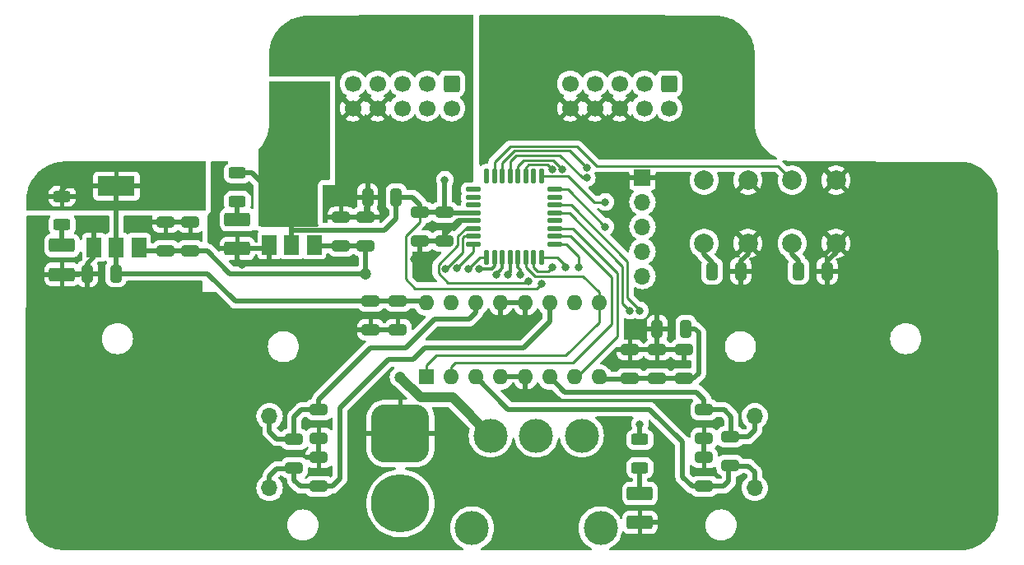
<source format=gtl>
%TF.GenerationSoftware,KiCad,Pcbnew,7.0.2*%
%TF.CreationDate,2023-11-09T20:15:28+01:00*%
%TF.ProjectId,Motherboard,4d6f7468-6572-4626-9f61-72642e6b6963,rev?*%
%TF.SameCoordinates,Original*%
%TF.FileFunction,Copper,L1,Top*%
%TF.FilePolarity,Positive*%
%FSLAX46Y46*%
G04 Gerber Fmt 4.6, Leading zero omitted, Abs format (unit mm)*
G04 Created by KiCad (PCBNEW 7.0.2) date 2023-11-09 20:15:28*
%MOMM*%
%LPD*%
G01*
G04 APERTURE LIST*
G04 Aperture macros list*
%AMRoundRect*
0 Rectangle with rounded corners*
0 $1 Rounding radius*
0 $2 $3 $4 $5 $6 $7 $8 $9 X,Y pos of 4 corners*
0 Add a 4 corners polygon primitive as box body*
4,1,4,$2,$3,$4,$5,$6,$7,$8,$9,$2,$3,0*
0 Add four circle primitives for the rounded corners*
1,1,$1+$1,$2,$3*
1,1,$1+$1,$4,$5*
1,1,$1+$1,$6,$7*
1,1,$1+$1,$8,$9*
0 Add four rect primitives between the rounded corners*
20,1,$1+$1,$2,$3,$4,$5,0*
20,1,$1+$1,$4,$5,$6,$7,0*
20,1,$1+$1,$6,$7,$8,$9,0*
20,1,$1+$1,$8,$9,$2,$3,0*%
G04 Aperture macros list end*
%TA.AperFunction,SMDPad,CuDef*%
%ADD10RoundRect,0.250001X1.074999X-0.462499X1.074999X0.462499X-1.074999X0.462499X-1.074999X-0.462499X0*%
%TD*%
%TA.AperFunction,SMDPad,CuDef*%
%ADD11RoundRect,0.250000X0.325000X0.650000X-0.325000X0.650000X-0.325000X-0.650000X0.325000X-0.650000X0*%
%TD*%
%TA.AperFunction,SMDPad,CuDef*%
%ADD12RoundRect,0.250000X0.650000X-0.325000X0.650000X0.325000X-0.650000X0.325000X-0.650000X-0.325000X0*%
%TD*%
%TA.AperFunction,ComponentPad*%
%ADD13C,3.500000*%
%TD*%
%TA.AperFunction,SMDPad,CuDef*%
%ADD14RoundRect,0.250000X-0.650000X0.325000X-0.650000X-0.325000X0.650000X-0.325000X0.650000X0.325000X0*%
%TD*%
%TA.AperFunction,ComponentPad*%
%ADD15C,2.000000*%
%TD*%
%TA.AperFunction,ComponentPad*%
%ADD16O,1.600000X1.600000*%
%TD*%
%TA.AperFunction,ComponentPad*%
%ADD17R,1.600000X1.600000*%
%TD*%
%TA.AperFunction,SMDPad,CuDef*%
%ADD18R,1.500000X2.000000*%
%TD*%
%TA.AperFunction,SMDPad,CuDef*%
%ADD19R,3.800000X2.000000*%
%TD*%
%TA.AperFunction,SMDPad,CuDef*%
%ADD20RoundRect,0.250000X0.625000X-0.312500X0.625000X0.312500X-0.625000X0.312500X-0.625000X-0.312500X0*%
%TD*%
%TA.AperFunction,ComponentPad*%
%ADD21C,1.700000*%
%TD*%
%TA.AperFunction,ComponentPad*%
%ADD22RoundRect,0.250000X-0.600000X0.600000X-0.600000X-0.600000X0.600000X-0.600000X0.600000X0.600000X0*%
%TD*%
%TA.AperFunction,ComponentPad*%
%ADD23O,1.700000X1.700000*%
%TD*%
%TA.AperFunction,ComponentPad*%
%ADD24R,1.700000X1.700000*%
%TD*%
%TA.AperFunction,ComponentPad*%
%ADD25C,6.000000*%
%TD*%
%TA.AperFunction,ComponentPad*%
%ADD26RoundRect,1.500000X-1.500000X1.500000X-1.500000X-1.500000X1.500000X-1.500000X1.500000X1.500000X0*%
%TD*%
%TA.AperFunction,SMDPad,CuDef*%
%ADD27RoundRect,0.125000X-0.125000X-0.625000X0.125000X-0.625000X0.125000X0.625000X-0.125000X0.625000X0*%
%TD*%
%TA.AperFunction,SMDPad,CuDef*%
%ADD28RoundRect,0.125000X-0.625000X-0.125000X0.625000X-0.125000X0.625000X0.125000X-0.625000X0.125000X0*%
%TD*%
%TA.AperFunction,ViaPad*%
%ADD29C,1.200000*%
%TD*%
%TA.AperFunction,ViaPad*%
%ADD30C,0.800000*%
%TD*%
%TA.AperFunction,Conductor*%
%ADD31C,0.500000*%
%TD*%
%TA.AperFunction,Conductor*%
%ADD32C,0.250000*%
%TD*%
%TA.AperFunction,Conductor*%
%ADD33C,1.000000*%
%TD*%
%TA.AperFunction,Conductor*%
%ADD34C,0.300000*%
%TD*%
%ADD35C,0.350000*%
G04 APERTURE END LIST*
D10*
%TO.P,D2,2,A*%
%TO.N,Net-(D2-A)*%
X98228000Y-87047500D03*
%TO.P,D2,1,K*%
%TO.N,GND*%
X98228000Y-90022500D03*
%TD*%
D11*
%TO.P,C19,2*%
%TO.N,NRST*%
X165079000Y-89678000D03*
%TO.P,C19,1*%
%TO.N,GND*%
X168029000Y-89678000D03*
%TD*%
D12*
%TO.P,C2,2*%
%TO.N,+3V3*%
X137578682Y-83631000D03*
%TO.P,C2,1*%
%TO.N,GND*%
X137578682Y-86581000D03*
%TD*%
%TO.P,C4,2*%
%TO.N,GND*%
X126930000Y-84139000D03*
%TO.P,C4,1*%
%TO.N,VCC*%
X126930000Y-87089000D03*
%TD*%
D13*
%TO.P,SW2,3,C*%
%TO.N,VCC*%
X142296000Y-106617500D03*
%TO.P,SW2,2,B*%
%TO.N,Net-(J1-Pin_2)*%
X146996000Y-106617500D03*
%TO.P,SW2,1,A*%
X151696000Y-106617500D03*
%TO.P,SW2,*%
%TO.N,*%
X153601000Y-116147500D03*
X140391000Y-116147500D03*
%TD*%
D14*
%TO.P,C17,2*%
%TO.N,2A_M*%
X122104000Y-109949000D03*
%TO.P,C17,1*%
%TO.N,2B_M*%
X122104000Y-106999000D03*
%TD*%
D15*
%TO.P,SW1,2*%
%TO.N,GND*%
X168768000Y-80332000D03*
X168768000Y-86832000D03*
%TO.P,SW1,1*%
%TO.N,NRST*%
X164268000Y-80332000D03*
X164268000Y-86832000D03*
%TD*%
D14*
%TO.P,C15,2*%
%TO.N,GND*%
X164268000Y-106901000D03*
%TO.P,C15,1*%
%TO.N,1B_M*%
X164268000Y-103951000D03*
%TD*%
D16*
%TO.P,U4,16,VCC1*%
%TO.N,+5V*%
X135708000Y-92970000D03*
%TO.P,U4,15,4A*%
%TO.N,2B*%
X138248000Y-92970000D03*
%TO.P,U4,14,4Y*%
%TO.N,2B_M*%
X140788000Y-92970000D03*
%TO.P,U4,13,GND*%
%TO.N,GND*%
X143328000Y-92970000D03*
%TO.P,U4,12,GND*%
X145868000Y-92970000D03*
%TO.P,U4,11,3Y*%
%TO.N,2A_M*%
X148408000Y-92970000D03*
%TO.P,U4,10,3A*%
%TO.N,2A*%
X150948000Y-92970000D03*
%TO.P,U4,9,EN3\u002C4*%
%TO.N,EN*%
X153488000Y-92970000D03*
%TO.P,U4,8,VCC2*%
%TO.N,VCC*%
X153488000Y-100590000D03*
%TO.P,U4,7,2A*%
%TO.N,1B*%
X150948000Y-100590000D03*
%TO.P,U4,6,2Y*%
%TO.N,1B_M*%
X148408000Y-100590000D03*
%TO.P,U4,5,GND*%
%TO.N,GND*%
X145868000Y-100590000D03*
%TO.P,U4,4,GND*%
X143328000Y-100590000D03*
%TO.P,U4,3,1Y*%
%TO.N,1A_M*%
X140788000Y-100590000D03*
%TO.P,U4,2,1A*%
%TO.N,1A*%
X138248000Y-100590000D03*
D17*
%TO.P,U4,1,EN1\u002C2*%
%TO.N,EN*%
X135708000Y-100590000D03*
%TD*%
D12*
%TO.P,C6,2*%
%TO.N,GND*%
X111436000Y-84647000D03*
%TO.P,C6,1*%
%TO.N,VCC*%
X111436000Y-87597000D03*
%TD*%
%TO.P,C1,2*%
%TO.N,+3V3*%
X135058000Y-83631000D03*
%TO.P,C1,1*%
%TO.N,GND*%
X135058000Y-86581000D03*
%TD*%
D14*
%TO.P,C13,2*%
%TO.N,1A_M*%
X164268000Y-111838000D03*
%TO.P,C13,1*%
%TO.N,GND*%
X164268000Y-108888000D03*
%TD*%
%TO.P,C16,2*%
%TO.N,2A_M*%
X124644000Y-111838000D03*
%TO.P,C16,1*%
%TO.N,GND*%
X124644000Y-108888000D03*
%TD*%
D10*
%TO.P,D3,2,A*%
%TO.N,Net-(D3-A)*%
X157664000Y-112574500D03*
%TO.P,D3,1,K*%
%TO.N,GND*%
X157664000Y-115549500D03*
%TD*%
D18*
%TO.P,U2,3,VI*%
%TO.N,VCC*%
X124150000Y-86986000D03*
D19*
%TO.P,U2,2,VO*%
%TO.N,+3V3*%
X121850000Y-80686000D03*
D18*
X121850000Y-86986000D03*
%TO.P,U2,1,GND*%
%TO.N,GND*%
X119550000Y-86986000D03*
%TD*%
D15*
%TO.P,SW3,2*%
%TO.N,GND*%
X177821000Y-80332000D03*
X177821000Y-86832000D03*
%TO.P,SW3,1*%
%TO.N,CAL_INT*%
X173321000Y-80332000D03*
X173321000Y-86832000D03*
%TD*%
D12*
%TO.P,C12,2*%
%TO.N,GND*%
X156648000Y-97790000D03*
%TO.P,C12,1*%
%TO.N,VCC*%
X156648000Y-100740000D03*
%TD*%
D20*
%TO.P,R3,2*%
%TO.N,VCC*%
X157664000Y-107011500D03*
%TO.P,R3,1*%
%TO.N,Net-(D3-A)*%
X157664000Y-109936500D03*
%TD*%
D12*
%TO.P,C11,2*%
%TO.N,GND*%
X159442000Y-97790000D03*
%TO.P,C11,1*%
%TO.N,VCC*%
X159442000Y-100740000D03*
%TD*%
D18*
%TO.P,U3,3,VI*%
%TO.N,VCC*%
X106116000Y-87240000D03*
D19*
%TO.P,U3,2,VO*%
%TO.N,+5V*%
X103816000Y-80940000D03*
D18*
X103816000Y-87240000D03*
%TO.P,U3,1,GND*%
%TO.N,GND*%
X101516000Y-87240000D03*
%TD*%
D20*
%TO.P,R2,2*%
%TO.N,+5V*%
X98228000Y-81992500D03*
%TO.P,R2,1*%
%TO.N,Net-(D2-A)*%
X98228000Y-84917500D03*
%TD*%
D21*
%TO.P,J5,10,Pin_10*%
%TO.N,GND*%
X150487802Y-72914000D03*
%TO.P,J5,9,Pin_9*%
%TO.N,LD4*%
X150487802Y-70374000D03*
%TO.P,J5,8,Pin_8*%
%TO.N,GND*%
X153027802Y-72914000D03*
%TO.P,J5,7,Pin_7*%
%TO.N,LD3*%
X153027802Y-70374000D03*
%TO.P,J5,6,Pin_6*%
%TO.N,GND*%
X155567802Y-72914000D03*
%TO.P,J5,5,Pin_5*%
%TO.N,LD2*%
X155567802Y-70374000D03*
%TO.P,J5,4,Pin_4*%
%TO.N,LD6*%
X158107802Y-72914000D03*
%TO.P,J5,3,Pin_3*%
%TO.N,LD1*%
X158107802Y-70374000D03*
%TO.P,J5,2,Pin_2*%
%TO.N,LD5*%
X160647802Y-72914000D03*
D22*
%TO.P,J5,1,Pin_1*%
%TO.N,LD0*%
X160647802Y-70374000D03*
%TD*%
D23*
%TO.P,J3,2,Pin_2*%
%TO.N,2A_M*%
X119564000Y-112014000D03*
%TO.P,J3,1,Pin_1*%
%TO.N,2B_M*%
X119564000Y-104614000D03*
%TD*%
%TO.P,J6,5,Pin_5*%
%TO.N,+3V3*%
X157918000Y-90191000D03*
%TO.P,J6,4,Pin_4*%
%TO.N,NRST*%
X157918000Y-87651000D03*
%TO.P,J6,3,Pin_3*%
%TO.N,SWDIO*%
X157918000Y-85111000D03*
%TO.P,J6,2,Pin_2*%
%TO.N,SWCLK*%
X157918000Y-82571000D03*
D24*
%TO.P,J6,1,Pin_1*%
%TO.N,GND*%
X157918000Y-80031000D03*
%TD*%
D10*
%TO.P,D1,2,A*%
%TO.N,Net-(D1-A)*%
X116262000Y-84380500D03*
%TO.P,D1,1,K*%
%TO.N,GND*%
X116262000Y-87355500D03*
%TD*%
D12*
%TO.P,C21,2*%
%TO.N,GND*%
X162179000Y-97790000D03*
%TO.P,C21,1*%
%TO.N,VCC*%
X162179000Y-100740000D03*
%TD*%
D21*
%TO.P,J4,10,Pin_10*%
%TO.N,GND*%
X128135802Y-72914000D03*
%TO.P,J4,9,Pin_9*%
%TO.N,A3*%
X128135802Y-70374000D03*
%TO.P,J4,8,Pin_8*%
%TO.N,GND*%
X130675802Y-72914000D03*
%TO.P,J4,7,Pin_7*%
%TO.N,A2*%
X130675802Y-70374000D03*
%TO.P,J4,6,Pin_6*%
%TO.N,A6*%
X133215802Y-72914000D03*
%TO.P,J4,5,Pin_5*%
%TO.N,A1*%
X133215802Y-70374000D03*
%TO.P,J4,4,Pin_4*%
%TO.N,A5*%
X135755802Y-72914000D03*
%TO.P,J4,3,Pin_3*%
%TO.N,A0*%
X135755802Y-70374000D03*
%TO.P,J4,2,Pin_2*%
%TO.N,A4*%
X138295802Y-72914000D03*
D22*
%TO.P,J4,1,Pin_1*%
%TO.N,+3V3*%
X138295802Y-70374000D03*
%TD*%
D20*
%TO.P,R1,2*%
%TO.N,+3V3*%
X116262000Y-79579500D03*
%TO.P,R1,1*%
%TO.N,Net-(D1-A)*%
X116262000Y-82504500D03*
%TD*%
D11*
%TO.P,C20,2*%
%TO.N,CAL_INT*%
X173969000Y-89678000D03*
%TO.P,C20,1*%
%TO.N,GND*%
X176919000Y-89678000D03*
%TD*%
D12*
%TO.P,C7,2*%
%TO.N,GND*%
X108896000Y-84647000D03*
%TO.P,C7,1*%
%TO.N,VCC*%
X108896000Y-87597000D03*
%TD*%
D14*
%TO.P,C18,2*%
%TO.N,GND*%
X124644000Y-106901000D03*
%TO.P,C18,1*%
%TO.N,2B_M*%
X124644000Y-103951000D03*
%TD*%
D11*
%TO.P,C5,2*%
%TO.N,GND*%
X129646000Y-82058000D03*
%TO.P,C5,1*%
%TO.N,+3V3*%
X132596000Y-82058000D03*
%TD*%
D14*
%TO.P,C14,2*%
%TO.N,1A_M*%
X166935000Y-109695000D03*
%TO.P,C14,1*%
%TO.N,1B_M*%
X166935000Y-106745000D03*
%TD*%
D12*
%TO.P,C3,2*%
%TO.N,GND*%
X129470000Y-84139000D03*
%TO.P,C3,1*%
%TO.N,VCC*%
X129470000Y-87089000D03*
%TD*%
D25*
%TO.P,J1,2,Pin_2*%
%TO.N,Net-(J1-Pin_2)*%
X133026000Y-113598000D03*
D26*
%TO.P,J1,1,Pin_1*%
%TO.N,GND*%
X133026000Y-106398000D03*
%TD*%
D11*
%TO.P,C22,2*%
%TO.N,GND*%
X159434000Y-95631000D03*
%TO.P,C22,1*%
%TO.N,VCC*%
X162384000Y-95631000D03*
%TD*%
%TO.P,C8,2*%
%TO.N,GND*%
X100817000Y-89932000D03*
%TO.P,C8,1*%
%TO.N,+5V*%
X103767000Y-89932000D03*
%TD*%
D23*
%TO.P,J2,2,Pin_2*%
%TO.N,1B_M*%
X169475000Y-104614000D03*
%TO.P,J2,1,Pin_1*%
%TO.N,1A_M*%
X169475000Y-112014000D03*
%TD*%
D27*
%TO.P,U1,32,PB8*%
%TO.N,unconnected-(U1-PB8-Pad32)*%
X141910000Y-79915000D03*
%TO.P,U1,31,PB7*%
%TO.N,CAL_INT*%
X142710000Y-79915000D03*
%TO.P,U1,30,PB6*%
%TO.N,LD6*%
X143510000Y-79915000D03*
%TO.P,U1,29,PB5*%
%TO.N,LD5*%
X144310000Y-79915000D03*
%TO.P,U1,28,PB4*%
%TO.N,LD4*%
X145110000Y-79915000D03*
%TO.P,U1,27,PB3*%
%TO.N,LD3*%
X145910000Y-79915000D03*
%TO.P,U1,26,PA15*%
%TO.N,unconnected-(U1-PA15-Pad26)*%
X146710000Y-79915000D03*
%TO.P,U1,25,PA14*%
%TO.N,SWCLK*%
X147510000Y-79915000D03*
D28*
%TO.P,U1,24,PA13*%
%TO.N,SWDIO*%
X148885000Y-81290000D03*
%TO.P,U1,23,PA12/PA10*%
%TO.N,unconnected-(U1-PA12{slash}PA10-Pad23)*%
X148885000Y-82090000D03*
%TO.P,U1,22,PA11/PA9*%
%TO.N,2B*%
X148885000Y-82890000D03*
%TO.P,U1,21,PA10/NC*%
%TO.N,2A*%
X148885000Y-83690000D03*
%TO.P,U1,20,PC6*%
%TO.N,unconnected-(U1-PC6-Pad20)*%
X148885000Y-84490000D03*
%TO.P,U1,19,PA9/NC*%
%TO.N,1B*%
X148885000Y-85290000D03*
%TO.P,U1,18,PA8*%
%TO.N,1A*%
X148885000Y-86090000D03*
%TO.P,U1,17,PB2*%
%TO.N,LD2*%
X148885000Y-86890000D03*
D27*
%TO.P,U1,16,PB1*%
%TO.N,LD1*%
X147510000Y-88265000D03*
%TO.P,U1,15,PB0*%
%TO.N,LD0*%
X146710000Y-88265000D03*
%TO.P,U1,14,PA7*%
%TO.N,EN*%
X145910000Y-88265000D03*
%TO.P,U1,13,PA6*%
%TO.N,A6*%
X145110000Y-88265000D03*
%TO.P,U1,12,PA5*%
%TO.N,A5*%
X144310000Y-88265000D03*
%TO.P,U1,11,PA4*%
%TO.N,A4*%
X143510000Y-88265000D03*
%TO.P,U1,10,PA3*%
%TO.N,A3*%
X142710000Y-88265000D03*
%TO.P,U1,9,PA2*%
%TO.N,A2*%
X141910000Y-88265000D03*
D28*
%TO.P,U1,8,PA1*%
%TO.N,A1*%
X140535000Y-86890000D03*
%TO.P,U1,7,PA0*%
%TO.N,A0*%
X140535000Y-86090000D03*
%TO.P,U1,6,NRST*%
%TO.N,NRST*%
X140535000Y-85290000D03*
%TO.P,U1,5,VSS*%
%TO.N,GND*%
X140535000Y-84490000D03*
%TO.P,U1,4,VDD*%
%TO.N,+3V3*%
X140535000Y-83690000D03*
%TO.P,U1,3,PC15*%
%TO.N,unconnected-(U1-PC15-Pad3)*%
X140535000Y-82890000D03*
%TO.P,U1,2,PC14*%
%TO.N,unconnected-(U1-PC14-Pad2)*%
X140535000Y-82090000D03*
%TO.P,U1,1,PB9*%
%TO.N,unconnected-(U1-PB9-Pad1)*%
X140535000Y-81290000D03*
%TD*%
D12*
%TO.P,C9,2*%
%TO.N,+5V*%
X132772000Y-92775000D03*
%TO.P,C9,1*%
%TO.N,GND*%
X132772000Y-95725000D03*
%TD*%
%TO.P,C10,2*%
%TO.N,+5V*%
X129978000Y-92775000D03*
%TO.P,C10,1*%
%TO.N,GND*%
X129978000Y-95725000D03*
%TD*%
D29*
%TO.N,GND*%
X105791000Y-84582000D03*
X102108000Y-84582000D03*
D30*
%TO.N,+3V3*%
X123910000Y-83432000D03*
X123910000Y-77432000D03*
X123910000Y-75432000D03*
X123910000Y-73432000D03*
X123910000Y-71432000D03*
X121910000Y-77432000D03*
X121910000Y-75432000D03*
X121910000Y-73432000D03*
X121910000Y-71432000D03*
X119910000Y-83432000D03*
X119910000Y-77432000D03*
%TO.N,+5V*%
X111910000Y-81432000D03*
X111910000Y-79432000D03*
X109910000Y-81432000D03*
X109910000Y-79432000D03*
X107910000Y-81432000D03*
X107910000Y-79432000D03*
X99910000Y-79432000D03*
X95910000Y-81432000D03*
%TO.N,GND*%
X134423000Y-88408000D03*
X116770000Y-89043000D03*
D29*
X134448400Y-77486000D03*
D30*
%TO.N,+3V3*%
X147545799Y-90948000D03*
X137598000Y-80280000D03*
D29*
%TO.N,VCC*%
X129470000Y-89932000D03*
D30*
X157664000Y-105426000D03*
D29*
X133026000Y-100600000D03*
D30*
%TO.N,NRST*%
X146234000Y-90694000D03*
%TO.N,A0*%
X137674200Y-89436500D03*
%TO.N,A1*%
X138791800Y-89398600D03*
%TO.N,A2*%
X140011000Y-89424000D03*
%TO.N,A3*%
X141154000Y-89424000D03*
%TO.N,A4*%
X142891165Y-90017988D03*
%TO.N,A5*%
X144053423Y-90037423D03*
%TO.N,A6*%
X145345000Y-90059000D03*
%TO.N,LD0*%
X148647000Y-89297000D03*
%TO.N,LD1*%
X150044000Y-89297000D03*
%TO.N,LD2*%
X151325451Y-89297000D03*
%TO.N,LD3*%
X148647000Y-79190500D03*
%TO.N,LD4*%
X149663000Y-79190500D03*
%TO.N,LD5*%
X152202285Y-80087136D03*
%TO.N,LD6*%
X152206082Y-79087640D03*
%TO.N,SWCLK*%
X154108000Y-82566000D03*
%TO.N,SWDIO*%
X154108000Y-85106000D03*
%TO.N,2A*%
X156643701Y-93737701D03*
%TO.N,2B*%
X157664000Y-93742000D03*
%TD*%
D31*
%TO.N,NRST*%
X164268000Y-87941000D02*
X164268000Y-86832000D01*
X165079000Y-88752000D02*
X164268000Y-87941000D01*
X165079000Y-89678000D02*
X165079000Y-88752000D01*
%TO.N,GND*%
X168768000Y-87899000D02*
X168768000Y-86832000D01*
X168029000Y-88638000D02*
X168768000Y-87899000D01*
X168029000Y-89678000D02*
X168029000Y-88638000D01*
X177821000Y-87736000D02*
X177821000Y-86832000D01*
X176919000Y-88638000D02*
X177821000Y-87736000D01*
X176919000Y-89678000D02*
X176919000Y-88638000D01*
%TO.N,CAL_INT*%
X173321000Y-87977000D02*
X173321000Y-86832000D01*
X173969000Y-89678000D02*
X173969000Y-88625000D01*
X173969000Y-88625000D02*
X173321000Y-87977000D01*
%TO.N,2B_M*%
X140080000Y-94616000D02*
X140788000Y-93908000D01*
X136524000Y-94616000D02*
X140080000Y-94616000D01*
X124644000Y-102886000D02*
X129978000Y-97552000D01*
X124644000Y-103648000D02*
X124644000Y-102886000D01*
X129978000Y-97552000D02*
X133588000Y-97552000D01*
X133588000Y-97552000D02*
X136524000Y-94616000D01*
X140788000Y-93908000D02*
X140788000Y-92970000D01*
D32*
%TO.N,1A*%
X154743000Y-90313000D02*
X150520000Y-86090000D01*
X150806000Y-99076000D02*
X154743000Y-95139000D01*
X138668000Y-99076000D02*
X150806000Y-99076000D01*
X154743000Y-95139000D02*
X154743000Y-90313000D01*
X150520000Y-86090000D02*
X148885000Y-86090000D01*
X138248000Y-99496000D02*
X138668000Y-99076000D01*
X138248000Y-100590000D02*
X138248000Y-99496000D01*
%TO.N,EN*%
X150035000Y-98377000D02*
X153488000Y-94924000D01*
X153488000Y-94924000D02*
X153488000Y-92970000D01*
X136700000Y-98377000D02*
X150035000Y-98377000D01*
X135708000Y-99369000D02*
X136700000Y-98377000D01*
X135708000Y-100590000D02*
X135708000Y-99369000D01*
%TO.N,+3V3*%
X133604000Y-86052000D02*
X135058000Y-84598000D01*
X135058000Y-84598000D02*
X135058000Y-83631000D01*
X147037799Y-91456000D02*
X134550000Y-91456000D01*
X134550000Y-91456000D02*
X133604000Y-90510000D01*
X147545799Y-90948000D02*
X147037799Y-91456000D01*
X133604000Y-90510000D02*
X133604000Y-86052000D01*
D31*
%TO.N,GND*%
X137578682Y-85941318D02*
X137578682Y-86581000D01*
X139030000Y-84490000D02*
X137578682Y-85941318D01*
X140535000Y-84490000D02*
X139030000Y-84490000D01*
D32*
%TO.N,EN*%
X153488000Y-91852000D02*
X153488000Y-92970000D01*
X151822000Y-90186000D02*
X153488000Y-91852000D01*
X145910000Y-89268000D02*
X146828000Y-90186000D01*
X145910000Y-88265000D02*
X145910000Y-89268000D01*
X146828000Y-90186000D02*
X151822000Y-90186000D01*
%TO.N,LD0*%
X146710000Y-89263604D02*
X146710000Y-88265000D01*
X147124396Y-89678000D02*
X146710000Y-89263604D01*
X148266000Y-89678000D02*
X147124396Y-89678000D01*
X148647000Y-89297000D02*
X148266000Y-89678000D01*
%TO.N,LD3*%
X145910000Y-79007000D02*
X145910000Y-79915000D01*
X148155000Y-78698500D02*
X146218500Y-78698500D01*
X148647000Y-79190500D02*
X148155000Y-78698500D01*
X146218500Y-78698500D02*
X145910000Y-79007000D01*
%TO.N,SWCLK*%
X152924000Y-82566000D02*
X154108000Y-82566000D01*
X150273000Y-79915000D02*
X152924000Y-82566000D01*
X147510000Y-79915000D02*
X150273000Y-79915000D01*
D31*
%TO.N,+5V*%
X98638000Y-80940000D02*
X103816000Y-80940000D01*
X98228000Y-81350000D02*
X98638000Y-80940000D01*
X98228000Y-81992500D02*
X98228000Y-81350000D01*
%TO.N,GND*%
X101516000Y-88222000D02*
X101516000Y-87240000D01*
X100817000Y-88921000D02*
X101516000Y-88222000D01*
X100817000Y-89932000D02*
X100817000Y-88921000D01*
%TO.N,1A_M*%
X162052000Y-107274000D02*
X162052000Y-110871000D01*
X163019000Y-111838000D02*
X166292000Y-111838000D01*
X166292000Y-111838000D02*
X166808000Y-111322000D01*
X158680000Y-103902000D02*
X162052000Y-107274000D01*
X144100000Y-103902000D02*
X158680000Y-103902000D01*
X166808000Y-111322000D02*
X166808000Y-109822000D01*
X140788000Y-100590000D02*
X144100000Y-103902000D01*
X162052000Y-110871000D02*
X163019000Y-111838000D01*
%TO.N,GND*%
X124644000Y-106901000D02*
X124644000Y-108888000D01*
X164268000Y-108888000D02*
X164268000Y-106901000D01*
%TO.N,2A_M*%
X126803000Y-111068000D02*
X126033000Y-111838000D01*
X131826000Y-98752000D02*
X126803000Y-103775000D01*
X145726000Y-97552000D02*
X135566000Y-97552000D01*
X126033000Y-111838000D02*
X124644000Y-111838000D01*
X126803000Y-103775000D02*
X126803000Y-111068000D01*
X148408000Y-94870000D02*
X145726000Y-97552000D01*
X135566000Y-97552000D02*
X134366000Y-98752000D01*
X134366000Y-98752000D02*
X131826000Y-98752000D01*
X148408000Y-92970000D02*
X148408000Y-94870000D01*
X122104000Y-111182000D02*
X122104000Y-109949000D01*
X122760000Y-111838000D02*
X122104000Y-111182000D01*
X124644000Y-111838000D02*
X122760000Y-111838000D01*
D33*
%TO.N,GND*%
X119180500Y-87355500D02*
X119550000Y-86986000D01*
D31*
X116262000Y-87355500D02*
X116262000Y-88535000D01*
X129646000Y-83963000D02*
X129470000Y-84139000D01*
X100817000Y-89932000D02*
X98318500Y-89932000D01*
X129470000Y-84139000D02*
X126930000Y-84139000D01*
X132772000Y-95725000D02*
X129978000Y-95725000D01*
X159442000Y-97790000D02*
X156648000Y-97790000D01*
X111436000Y-84647000D02*
X108896000Y-84647000D01*
X159442000Y-97790000D02*
X159442000Y-95639000D01*
X135058000Y-87773000D02*
X135058000Y-86581000D01*
X134423000Y-88408000D02*
X135058000Y-87773000D01*
X116262000Y-88535000D02*
X116770000Y-89043000D01*
X116262000Y-87355500D02*
X119180500Y-87355500D01*
X159442000Y-97790000D02*
X162179000Y-97790000D01*
X129646000Y-82058000D02*
X129646000Y-83963000D01*
X159442000Y-95639000D02*
X159434000Y-95631000D01*
X98318500Y-89932000D02*
X98228000Y-90022500D01*
X137578682Y-86581000D02*
X135058000Y-86581000D01*
%TO.N,+3V3*%
X134296000Y-82058000D02*
X135058000Y-82820000D01*
X121850000Y-80686000D02*
X121850000Y-85487000D01*
X137637682Y-83690000D02*
X137578682Y-83631000D01*
X137598000Y-80280000D02*
X137578682Y-80299318D01*
X135058000Y-82820000D02*
X135058000Y-83631000D01*
X116262000Y-79579500D02*
X117720500Y-79579500D01*
X132596000Y-84266000D02*
X131375000Y-85487000D01*
X117720500Y-79579500D02*
X118827000Y-80686000D01*
X118827000Y-80686000D02*
X121850000Y-80686000D01*
X131375000Y-85487000D02*
X121850000Y-85487000D01*
X140535000Y-83690000D02*
X137637682Y-83690000D01*
X132596000Y-82058000D02*
X132596000Y-84266000D01*
X137578682Y-80299318D02*
X137578682Y-83631000D01*
X132596000Y-82058000D02*
X134296000Y-82058000D01*
X121850000Y-85487000D02*
X121850000Y-86986000D01*
X135058000Y-83631000D02*
X137578682Y-83631000D01*
%TO.N,VCC*%
X108896000Y-87597000D02*
X106473000Y-87597000D01*
X126930000Y-87089000D02*
X124253000Y-87089000D01*
X157664000Y-105426000D02*
X157664000Y-107011500D01*
X129470000Y-89932000D02*
X129470000Y-87089000D01*
X162179000Y-100740000D02*
X163166000Y-100740000D01*
X111436000Y-87597000D02*
X108896000Y-87597000D01*
X163703000Y-96012000D02*
X163322000Y-95631000D01*
D33*
X142296000Y-106617500D02*
X138376500Y-102698000D01*
X135124000Y-102698000D02*
X133026000Y-100600000D01*
D31*
X129470000Y-87089000D02*
X126930000Y-87089000D01*
X162179000Y-100740000D02*
X159442000Y-100740000D01*
X163703000Y-100203000D02*
X163703000Y-96012000D01*
X115500000Y-89932000D02*
X113165000Y-87597000D01*
D33*
X106473000Y-87597000D02*
X106116000Y-87240000D01*
X124253000Y-87089000D02*
X124150000Y-86986000D01*
X138376500Y-102698000D02*
X135124000Y-102698000D01*
D31*
X163322000Y-95631000D02*
X162384000Y-95631000D01*
X163166000Y-100740000D02*
X163703000Y-100203000D01*
X156648000Y-100805000D02*
X153703000Y-100805000D01*
D33*
X153703000Y-100805000D02*
X153488000Y-100590000D01*
D31*
X159442000Y-100740000D02*
X156648000Y-100740000D01*
X129470000Y-89932000D02*
X115500000Y-89932000D01*
X113165000Y-87597000D02*
X111436000Y-87597000D01*
D33*
%TO.N,+5V*%
X135513000Y-92775000D02*
X135708000Y-92970000D01*
D31*
X129978000Y-92775000D02*
X132772000Y-92775000D01*
X113214000Y-89932000D02*
X116057000Y-92775000D01*
X116057000Y-92775000D02*
X129978000Y-92775000D01*
X103767000Y-89932000D02*
X103767000Y-87289000D01*
D33*
X103767000Y-87289000D02*
X103816000Y-87240000D01*
D31*
X132772000Y-92775000D02*
X135513000Y-92775000D01*
X103767000Y-89932000D02*
X113214000Y-89932000D01*
X103816000Y-80940000D02*
X103816000Y-87240000D01*
D33*
%TO.N,1A_M*%
X166808000Y-109822000D02*
X166935000Y-109695000D01*
D31*
X169475000Y-110379000D02*
X169475000Y-112014000D01*
D33*
X166935000Y-109695000D02*
X166984000Y-109744000D01*
D31*
X166984000Y-109744000D02*
X168840000Y-109744000D01*
D33*
X167013000Y-109773000D02*
X166935000Y-109695000D01*
D31*
X168840000Y-109744000D02*
X169475000Y-110379000D01*
%TO.N,1B_M*%
X149942000Y-102124000D02*
X148408000Y-100590000D01*
X164268000Y-103951000D02*
X166349000Y-103951000D01*
X163506000Y-102124000D02*
X149942000Y-102124000D01*
X169475000Y-106061000D02*
X169475000Y-104614000D01*
X168791000Y-106745000D02*
X169475000Y-106061000D01*
X164268000Y-103951000D02*
X164268000Y-102886000D01*
X166935000Y-106745000D02*
X168791000Y-106745000D01*
X167062000Y-104664000D02*
X167062000Y-106618000D01*
X164268000Y-102886000D02*
X163506000Y-102124000D01*
X166349000Y-103951000D02*
X167062000Y-104664000D01*
D33*
X167062000Y-106618000D02*
X166935000Y-106745000D01*
%TO.N,2A_M*%
X122104000Y-109949000D02*
X122055000Y-109998000D01*
D31*
X122055000Y-109998000D02*
X120326000Y-109998000D01*
X119564000Y-110760000D02*
X119564000Y-112014000D01*
X120326000Y-109998000D02*
X119564000Y-110760000D01*
%TO.N,2B_M*%
X122055000Y-106950000D02*
X120326000Y-106950000D01*
X120326000Y-106950000D02*
X119564000Y-106188000D01*
X122104000Y-104664000D02*
X122104000Y-106999000D01*
X124644000Y-103951000D02*
X122817000Y-103951000D01*
D33*
X122104000Y-106999000D02*
X122055000Y-106950000D01*
D31*
X122817000Y-103951000D02*
X122104000Y-104664000D01*
X119564000Y-106188000D02*
X119564000Y-104614000D01*
D32*
%TO.N,NRST*%
X136949200Y-89918200D02*
X136949200Y-88998655D01*
X146234000Y-90694000D02*
X146038000Y-90890000D01*
X138951400Y-86088004D02*
X139749404Y-85290000D01*
X138951400Y-86996455D02*
X138951400Y-86088004D01*
X139749404Y-85290000D02*
X140535000Y-85290000D01*
X146038000Y-90890000D02*
X137921000Y-90890000D01*
X137921000Y-90890000D02*
X136949200Y-89918200D01*
X136949200Y-88998655D02*
X138951400Y-86996455D01*
D31*
%TO.N,Net-(D1-A)*%
X116262000Y-82504500D02*
X116262000Y-84380500D01*
%TO.N,Net-(D2-A)*%
X98228000Y-84917500D02*
X98228000Y-86909500D01*
%TO.N,Net-(D3-A)*%
X157664000Y-109936500D02*
X157664000Y-112574500D01*
D32*
%TO.N,A0*%
X139401400Y-87747600D02*
X139401400Y-86274400D01*
X139401400Y-86274400D02*
X139585800Y-86090000D01*
X137712500Y-89436500D02*
X139401400Y-87747600D01*
X139585800Y-86090000D02*
X140535000Y-86090000D01*
X137674200Y-89436500D02*
X137712500Y-89436500D01*
%TO.N,A1*%
X138791800Y-89398600D02*
X140535000Y-87655400D01*
X140535000Y-87655400D02*
X140535000Y-86890000D01*
%TO.N,A2*%
X141170000Y-88265000D02*
X141910000Y-88265000D01*
X140011000Y-89424000D02*
X141170000Y-88265000D01*
D34*
%TO.N,A3*%
X141154000Y-89424000D02*
X142425376Y-89424000D01*
X142425376Y-89424000D02*
X142710000Y-89139376D01*
X142710000Y-89139376D02*
X142710000Y-88265000D01*
%TO.N,A4*%
X142891165Y-90017988D02*
X143510000Y-89399153D01*
X143510000Y-89399153D02*
X143510000Y-88265000D01*
%TO.N,A5*%
X144053423Y-90037423D02*
X144310000Y-89780846D01*
X144310000Y-89780846D02*
X144310000Y-88265000D01*
%TO.N,A6*%
X145345000Y-89550293D02*
X145110000Y-89315293D01*
X145110000Y-89315293D02*
X145110000Y-88773000D01*
X145345000Y-90059000D02*
X145345000Y-89550293D01*
D32*
%TO.N,LD1*%
X150044000Y-89297000D02*
X150044000Y-89160695D01*
X149148305Y-88265000D02*
X147510000Y-88265000D01*
X150044000Y-89160695D02*
X149148305Y-88265000D01*
%TO.N,LD2*%
X151325451Y-88165451D02*
X150050000Y-86890000D01*
X150050000Y-86890000D02*
X148885000Y-86890000D01*
X151325451Y-89297000D02*
X151325451Y-88165451D01*
%TO.N,LD4*%
X148729805Y-78248000D02*
X145726000Y-78248000D01*
X145726000Y-78248000D02*
X145110000Y-78864000D01*
X145110000Y-78864000D02*
X145110000Y-79915000D01*
X149663000Y-79181195D02*
X148729805Y-78248000D01*
X149663000Y-79190500D02*
X149663000Y-79181195D01*
%TO.N,LD5*%
X149410896Y-77740500D02*
X144963500Y-77740500D01*
X152202285Y-80087136D02*
X151757532Y-80087136D01*
X144963500Y-77740500D02*
X144310000Y-78394000D01*
X144310000Y-78394000D02*
X144310000Y-79915000D01*
X151757532Y-80087136D02*
X149410896Y-77740500D01*
%TO.N,LD6*%
X150408942Y-77290500D02*
X144777104Y-77290500D01*
X144777104Y-77290500D02*
X143510000Y-78557604D01*
X143510000Y-78557604D02*
X143510000Y-79915000D01*
X152206082Y-79087640D02*
X150408942Y-77290500D01*
%TO.N,SWDIO*%
X150292000Y-81290000D02*
X148885000Y-81290000D01*
X154108000Y-85106000D02*
X150292000Y-81290000D01*
%TO.N,1B*%
X155378000Y-89891195D02*
X155378000Y-96410396D01*
X155378000Y-96410396D02*
X151198396Y-100590000D01*
X148885000Y-85290000D02*
X150776805Y-85290000D01*
X150776805Y-85290000D02*
X155378000Y-89891195D01*
X151198396Y-100590000D02*
X150948000Y-100590000D01*
%TO.N,2A*%
X155886000Y-92980000D02*
X155886000Y-89170000D01*
X156643701Y-93737701D02*
X155886000Y-92980000D01*
X155886000Y-89170000D02*
X150406000Y-83690000D01*
X150406000Y-83690000D02*
X148885000Y-83690000D01*
%TO.N,2B*%
X156394000Y-88662000D02*
X150622000Y-82890000D01*
X157664000Y-93732695D02*
X156394000Y-92462695D01*
X150622000Y-82890000D02*
X148885000Y-82890000D01*
X156394000Y-92462695D02*
X156394000Y-88662000D01*
X157664000Y-93742000D02*
X157664000Y-93732695D01*
%TO.N,CAL_INT*%
X151176500Y-76840500D02*
X153192000Y-78856000D01*
X171845000Y-78856000D02*
X173321000Y-80332000D01*
X144339500Y-76840500D02*
X151176500Y-76840500D01*
X142710000Y-79915000D02*
X142710000Y-78470000D01*
X142710000Y-78470000D02*
X144339500Y-76840500D01*
X153192000Y-78856000D02*
X171845000Y-78856000D01*
%TD*%
%TA.AperFunction,Conductor*%
%TO.N,GND*%
G36*
X129490657Y-71040546D02*
G01*
X129507373Y-71059837D01*
X129637307Y-71245401D01*
X129804401Y-71412495D01*
X129990398Y-71542732D01*
X130034021Y-71597307D01*
X130041214Y-71666806D01*
X130009692Y-71729160D01*
X129990396Y-71745881D01*
X129914428Y-71799073D01*
X130543268Y-72427913D01*
X130533487Y-72429320D01*
X130402702Y-72489048D01*
X130294041Y-72583202D01*
X130216309Y-72704156D01*
X130192725Y-72784476D01*
X129560874Y-72152625D01*
X129560874Y-72152626D01*
X129507376Y-72229030D01*
X129452800Y-72272655D01*
X129383301Y-72279849D01*
X129320946Y-72248326D01*
X129304226Y-72229030D01*
X129250727Y-72152626D01*
X129250727Y-72152625D01*
X128618878Y-72784475D01*
X128595295Y-72704156D01*
X128517563Y-72583202D01*
X128408902Y-72489048D01*
X128278117Y-72429320D01*
X128268335Y-72427913D01*
X128897175Y-71799073D01*
X128897175Y-71799072D01*
X128821207Y-71745880D01*
X128777582Y-71691304D01*
X128770388Y-71621805D01*
X128801910Y-71559451D01*
X128821201Y-71542734D01*
X129007203Y-71412495D01*
X129174297Y-71245401D01*
X129304228Y-71059839D01*
X129358804Y-71016217D01*
X129428303Y-71009024D01*
X129490657Y-71040546D01*
G37*
%TD.AperFunction*%
%TA.AperFunction,Conductor*%
G36*
X132030657Y-71040545D02*
G01*
X132047373Y-71059837D01*
X132177307Y-71245401D01*
X132344401Y-71412495D01*
X132529962Y-71542426D01*
X132573585Y-71597002D01*
X132580778Y-71666501D01*
X132549256Y-71728855D01*
X132529960Y-71745575D01*
X132355357Y-71867834D01*
X132344397Y-71875508D01*
X132177310Y-72042595D01*
X132177307Y-72042598D01*
X132177307Y-72042599D01*
X132100267Y-72152625D01*
X132047072Y-72228595D01*
X131992495Y-72272219D01*
X131922996Y-72279412D01*
X131860642Y-72247890D01*
X131843922Y-72228595D01*
X131790727Y-72152626D01*
X131790727Y-72152625D01*
X131158878Y-72784474D01*
X131135295Y-72704156D01*
X131057563Y-72583202D01*
X130948902Y-72489048D01*
X130818117Y-72429320D01*
X130808335Y-72427913D01*
X131437175Y-71799073D01*
X131437175Y-71799072D01*
X131361207Y-71745880D01*
X131317582Y-71691304D01*
X131310388Y-71621805D01*
X131341910Y-71559451D01*
X131361201Y-71542734D01*
X131547203Y-71412495D01*
X131714297Y-71245401D01*
X131844228Y-71059839D01*
X131898804Y-71016216D01*
X131968302Y-71009022D01*
X132030657Y-71040545D01*
G37*
%TD.AperFunction*%
%TA.AperFunction,Conductor*%
G36*
X140462039Y-63281685D02*
G01*
X140507794Y-63334489D01*
X140519000Y-63386000D01*
X140519000Y-80415500D01*
X140499315Y-80482539D01*
X140446511Y-80528294D01*
X140395000Y-80539500D01*
X139849261Y-80539500D01*
X139849235Y-80539500D01*
X139846838Y-80539501D01*
X139844429Y-80539690D01*
X139844416Y-80539691D01*
X139811371Y-80542290D01*
X139659610Y-80586381D01*
X139523578Y-80666830D01*
X139411830Y-80778578D01*
X139331381Y-80914610D01*
X139287291Y-81066370D01*
X139284691Y-81099402D01*
X139284690Y-81099418D01*
X139284500Y-81101837D01*
X139284500Y-81104281D01*
X139284500Y-81104282D01*
X139284500Y-81475738D01*
X139284500Y-81475763D01*
X139284501Y-81478162D01*
X139284690Y-81480571D01*
X139284691Y-81480583D01*
X139287290Y-81513628D01*
X139328480Y-81655404D01*
X139328481Y-81724593D01*
X139287291Y-81866373D01*
X139284691Y-81899402D01*
X139284690Y-81899418D01*
X139284500Y-81901837D01*
X139284500Y-81904281D01*
X139284500Y-81904282D01*
X139284500Y-82275738D01*
X139284500Y-82275763D01*
X139284501Y-82278162D01*
X139284690Y-82280571D01*
X139284691Y-82280583D01*
X139287290Y-82313628D01*
X139328480Y-82455404D01*
X139328481Y-82524593D01*
X139287291Y-82666373D01*
X139284691Y-82699403D01*
X139284690Y-82699417D01*
X139284500Y-82701837D01*
X139284500Y-82704281D01*
X139284500Y-82704282D01*
X139284500Y-82815500D01*
X139264815Y-82882539D01*
X139212011Y-82928294D01*
X139160500Y-82939500D01*
X138953611Y-82939500D01*
X138886572Y-82919815D01*
X138848072Y-82880596D01*
X138821393Y-82837342D01*
X138697339Y-82713288D01*
X138591244Y-82647849D01*
X138548016Y-82621186D01*
X138414177Y-82576836D01*
X138356733Y-82537063D01*
X138329910Y-82472547D01*
X138329182Y-82459130D01*
X138329182Y-80847781D01*
X138345795Y-80785781D01*
X138360589Y-80760158D01*
X138425179Y-80648284D01*
X138483674Y-80468256D01*
X138503460Y-80280000D01*
X138483674Y-80091744D01*
X138425179Y-79911716D01*
X138425179Y-79911715D01*
X138330533Y-79747783D01*
X138203870Y-79607110D01*
X138050730Y-79495848D01*
X137877802Y-79418855D01*
X137692648Y-79379500D01*
X137692646Y-79379500D01*
X137503354Y-79379500D01*
X137503352Y-79379500D01*
X137318197Y-79418855D01*
X137145269Y-79495848D01*
X136992129Y-79607110D01*
X136865466Y-79747783D01*
X136770820Y-79911715D01*
X136712326Y-80091742D01*
X136692540Y-80279999D01*
X136712326Y-80468257D01*
X136770819Y-80648281D01*
X136776615Y-80658319D01*
X136811569Y-80718862D01*
X136828182Y-80780861D01*
X136828182Y-82459130D01*
X136808497Y-82526169D01*
X136755693Y-82571924D01*
X136743185Y-82576836D01*
X136609348Y-82621186D01*
X136609346Y-82621186D01*
X136609346Y-82621187D01*
X136460024Y-82713288D01*
X136406022Y-82767291D01*
X136344699Y-82800776D01*
X136275007Y-82795792D01*
X136230660Y-82767291D01*
X136176657Y-82713288D01*
X136027334Y-82621186D01*
X135860797Y-82566000D01*
X135838720Y-82563745D01*
X135774029Y-82537348D01*
X135745789Y-82505490D01*
X135743670Y-82502055D01*
X135733929Y-82481936D01*
X135733237Y-82480884D01*
X135733237Y-82480883D01*
X135692001Y-82418188D01*
X135690086Y-82415181D01*
X135683695Y-82404820D01*
X135650712Y-82351345D01*
X135650711Y-82351344D01*
X135650048Y-82350269D01*
X135637748Y-82335170D01*
X135582273Y-82282832D01*
X135579686Y-82280319D01*
X134871728Y-81572360D01*
X134859946Y-81558727D01*
X134859878Y-81558636D01*
X134845610Y-81539470D01*
X134807667Y-81507631D01*
X134799691Y-81500323D01*
X134798329Y-81498961D01*
X134795777Y-81496409D01*
X134771444Y-81477169D01*
X134768647Y-81474890D01*
X134710251Y-81425890D01*
X134693821Y-81415422D01*
X134624691Y-81383186D01*
X134621447Y-81381615D01*
X134553306Y-81347394D01*
X134534903Y-81340997D01*
X134533673Y-81340743D01*
X134460206Y-81325572D01*
X134456692Y-81324794D01*
X134382490Y-81307208D01*
X134363121Y-81305229D01*
X134286869Y-81307448D01*
X134283263Y-81307500D01*
X133767870Y-81307500D01*
X133700831Y-81287815D01*
X133655076Y-81235011D01*
X133650164Y-81222505D01*
X133648124Y-81216350D01*
X133605814Y-81088666D01*
X133513712Y-80939344D01*
X133513711Y-80939342D01*
X133389657Y-80815288D01*
X133240334Y-80723186D01*
X133073797Y-80668000D01*
X132974141Y-80657819D01*
X132974122Y-80657818D01*
X132971009Y-80657500D01*
X132967860Y-80657500D01*
X132224141Y-80657500D01*
X132224121Y-80657500D01*
X132220992Y-80657501D01*
X132217860Y-80657820D01*
X132217858Y-80657821D01*
X132118203Y-80668000D01*
X131951665Y-80723186D01*
X131802342Y-80815288D01*
X131678288Y-80939342D01*
X131586186Y-81088665D01*
X131531000Y-81255202D01*
X131520819Y-81354858D01*
X131520817Y-81354878D01*
X131520500Y-81357991D01*
X131520500Y-81361138D01*
X131520500Y-81361139D01*
X131520500Y-82754859D01*
X131520500Y-82754878D01*
X131520501Y-82758008D01*
X131520820Y-82761140D01*
X131520821Y-82761141D01*
X131531000Y-82860796D01*
X131586186Y-83027334D01*
X131678286Y-83176654D01*
X131678287Y-83176655D01*
X131678288Y-83176656D01*
X131802344Y-83300712D01*
X131802346Y-83300713D01*
X131809181Y-83307548D01*
X131842666Y-83368871D01*
X131845500Y-83395230D01*
X131845500Y-83903769D01*
X131825815Y-83970808D01*
X131809181Y-83991450D01*
X131100451Y-84700181D01*
X131039128Y-84733666D01*
X131012770Y-84736500D01*
X130984580Y-84736500D01*
X130917541Y-84716815D01*
X130871786Y-84664011D01*
X130861222Y-84599897D01*
X130869680Y-84517108D01*
X130870000Y-84510831D01*
X130870000Y-84389000D01*
X125530001Y-84389000D01*
X125530001Y-84510829D01*
X125530321Y-84517111D01*
X125538778Y-84599899D01*
X125526008Y-84668592D01*
X125478127Y-84719476D01*
X125415420Y-84736500D01*
X125149000Y-84736500D01*
X125081961Y-84716815D01*
X125036206Y-84664011D01*
X125025000Y-84612500D01*
X125025000Y-83888999D01*
X125529999Y-83888999D01*
X125530000Y-83889000D01*
X126680000Y-83889000D01*
X127180000Y-83889000D01*
X129220000Y-83889000D01*
X129720000Y-83889000D01*
X130869999Y-83889000D01*
X130869999Y-83767170D01*
X130869678Y-83760888D01*
X130859506Y-83661304D01*
X130804357Y-83494877D01*
X130712316Y-83345654D01*
X130624897Y-83258235D01*
X130591412Y-83196912D01*
X130596396Y-83127220D01*
X130607040Y-83105457D01*
X130655357Y-83027123D01*
X130710506Y-82860696D01*
X130720680Y-82761109D01*
X130721000Y-82754831D01*
X130721000Y-82308000D01*
X129896000Y-82308000D01*
X129896000Y-83374000D01*
X129876315Y-83441039D01*
X129823511Y-83486794D01*
X129772000Y-83498000D01*
X129720000Y-83498000D01*
X129720000Y-83889000D01*
X129220000Y-83889000D01*
X129220000Y-83148000D01*
X129239685Y-83080961D01*
X129292489Y-83035206D01*
X129344000Y-83024000D01*
X129396000Y-83024000D01*
X129396000Y-82308000D01*
X128571001Y-82308000D01*
X128571001Y-82754829D01*
X128571321Y-82761111D01*
X128581493Y-82860695D01*
X128614816Y-82961255D01*
X128617218Y-83031083D01*
X128581486Y-83091125D01*
X128536116Y-83117964D01*
X128500880Y-83129640D01*
X128351655Y-83221683D01*
X128287680Y-83285658D01*
X128226356Y-83319142D01*
X128156665Y-83314157D01*
X128112317Y-83285657D01*
X128048342Y-83221681D01*
X127899122Y-83129642D01*
X127732696Y-83074493D01*
X127633109Y-83064319D01*
X127626832Y-83064000D01*
X127180000Y-83064000D01*
X127180000Y-83889000D01*
X126680000Y-83889000D01*
X126680000Y-83064000D01*
X126233171Y-83064000D01*
X126226888Y-83064321D01*
X126127304Y-83074493D01*
X125960877Y-83129642D01*
X125811654Y-83221683D01*
X125687683Y-83345654D01*
X125595642Y-83494877D01*
X125540493Y-83661303D01*
X125530319Y-83760890D01*
X125530000Y-83767168D01*
X125529999Y-83888999D01*
X125025000Y-83888999D01*
X125025000Y-81808000D01*
X128571000Y-81808000D01*
X129396000Y-81808000D01*
X129396000Y-80658000D01*
X129896000Y-80658000D01*
X129896000Y-81808000D01*
X130720999Y-81808000D01*
X130720999Y-81361170D01*
X130720678Y-81354888D01*
X130710506Y-81255304D01*
X130655357Y-81088877D01*
X130563316Y-80939654D01*
X130439345Y-80815683D01*
X130290122Y-80723642D01*
X130123696Y-80668493D01*
X130024109Y-80658319D01*
X130017832Y-80658000D01*
X129896000Y-80658000D01*
X129396000Y-80658000D01*
X129274171Y-80658000D01*
X129267888Y-80658321D01*
X129168304Y-80668493D01*
X129001877Y-80723642D01*
X128852654Y-80815683D01*
X128728683Y-80939654D01*
X128636642Y-81088877D01*
X128581493Y-81255303D01*
X128571319Y-81354890D01*
X128571000Y-81361168D01*
X128571000Y-81808000D01*
X125025000Y-81808000D01*
X125025000Y-80912000D01*
X125044685Y-80844961D01*
X125097489Y-80799206D01*
X125149000Y-80788000D01*
X126295000Y-80788000D01*
X126295000Y-70374000D01*
X126780142Y-70374000D01*
X126800738Y-70609407D01*
X126811039Y-70647849D01*
X126861899Y-70837663D01*
X126961767Y-71051830D01*
X127097307Y-71245401D01*
X127264401Y-71412495D01*
X127450398Y-71542732D01*
X127494021Y-71597307D01*
X127501214Y-71666806D01*
X127469692Y-71729160D01*
X127450396Y-71745881D01*
X127374428Y-71799073D01*
X128003268Y-72427913D01*
X127993487Y-72429320D01*
X127862702Y-72489048D01*
X127754041Y-72583202D01*
X127676309Y-72704156D01*
X127652725Y-72784476D01*
X127020874Y-72152625D01*
X126962201Y-72236422D01*
X126862371Y-72450507D01*
X126801232Y-72678681D01*
X126780644Y-72914000D01*
X126801232Y-73149318D01*
X126862371Y-73377492D01*
X126962202Y-73591580D01*
X127020875Y-73675373D01*
X127652725Y-73043523D01*
X127676309Y-73123844D01*
X127754041Y-73244798D01*
X127862702Y-73338952D01*
X127993487Y-73398680D01*
X128003268Y-73400086D01*
X127374427Y-74028925D01*
X127458222Y-74087599D01*
X127672309Y-74187430D01*
X127900483Y-74248569D01*
X128135802Y-74269157D01*
X128371120Y-74248569D01*
X128599294Y-74187430D01*
X128813378Y-74087600D01*
X128897175Y-74028925D01*
X128268335Y-73400086D01*
X128278117Y-73398680D01*
X128408902Y-73338952D01*
X128517563Y-73244798D01*
X128595295Y-73123844D01*
X128618878Y-73043524D01*
X129250727Y-73675373D01*
X129304226Y-73598969D01*
X129358803Y-73555344D01*
X129428301Y-73548150D01*
X129490656Y-73579673D01*
X129507376Y-73598969D01*
X129560874Y-73675373D01*
X129560875Y-73675373D01*
X130192725Y-73043523D01*
X130216309Y-73123844D01*
X130294041Y-73244798D01*
X130402702Y-73338952D01*
X130533487Y-73398680D01*
X130543268Y-73400086D01*
X129914427Y-74028925D01*
X129998222Y-74087599D01*
X130212309Y-74187430D01*
X130440483Y-74248569D01*
X130675801Y-74269157D01*
X130911120Y-74248569D01*
X131139294Y-74187430D01*
X131353378Y-74087600D01*
X131437175Y-74028925D01*
X130808335Y-73400086D01*
X130818117Y-73398680D01*
X130948902Y-73338952D01*
X131057563Y-73244798D01*
X131135295Y-73123844D01*
X131158878Y-73043524D01*
X131790727Y-73675373D01*
X131843921Y-73599405D01*
X131898498Y-73555780D01*
X131967996Y-73548586D01*
X132030351Y-73580109D01*
X132047067Y-73599400D01*
X132177307Y-73785401D01*
X132344401Y-73952495D01*
X132537972Y-74088035D01*
X132752139Y-74187903D01*
X132978550Y-74248569D01*
X132980394Y-74249063D01*
X133215801Y-74269659D01*
X133215801Y-74269658D01*
X133215802Y-74269659D01*
X133451210Y-74249063D01*
X133679465Y-74187903D01*
X133893632Y-74088035D01*
X134087203Y-73952495D01*
X134254297Y-73785401D01*
X134384228Y-73599839D01*
X134438804Y-73556216D01*
X134508302Y-73549022D01*
X134570657Y-73580545D01*
X134587373Y-73599837D01*
X134717307Y-73785401D01*
X134884401Y-73952495D01*
X135077972Y-74088035D01*
X135292139Y-74187903D01*
X135520394Y-74249063D01*
X135755802Y-74269659D01*
X135991210Y-74249063D01*
X136219465Y-74187903D01*
X136433632Y-74088035D01*
X136627203Y-73952495D01*
X136794297Y-73785401D01*
X136924228Y-73599839D01*
X136978804Y-73556216D01*
X137048302Y-73549022D01*
X137110657Y-73580545D01*
X137127373Y-73599837D01*
X137257307Y-73785401D01*
X137424401Y-73952495D01*
X137617972Y-74088035D01*
X137832139Y-74187903D01*
X138058550Y-74248569D01*
X138060394Y-74249063D01*
X138295801Y-74269659D01*
X138295801Y-74269658D01*
X138295802Y-74269659D01*
X138531210Y-74249063D01*
X138759465Y-74187903D01*
X138973632Y-74088035D01*
X139167203Y-73952495D01*
X139334297Y-73785401D01*
X139469837Y-73591830D01*
X139569705Y-73377663D01*
X139630865Y-73149408D01*
X139651461Y-72914000D01*
X139630865Y-72678592D01*
X139569705Y-72450337D01*
X139469837Y-72236171D01*
X139334297Y-72042599D01*
X139167203Y-71875505D01*
X139159532Y-71867834D01*
X139162240Y-71865125D01*
X139131147Y-71826193D01*
X139123984Y-71756691D01*
X139155533Y-71694350D01*
X139206913Y-71661538D01*
X139215136Y-71658814D01*
X139364458Y-71566712D01*
X139488514Y-71442656D01*
X139580616Y-71293334D01*
X139635801Y-71126797D01*
X139646302Y-71024009D01*
X139646301Y-69723992D01*
X139635801Y-69621203D01*
X139580616Y-69454666D01*
X139488514Y-69305344D01*
X139488513Y-69305342D01*
X139364459Y-69181288D01*
X139215136Y-69089186D01*
X139048599Y-69034000D01*
X138948943Y-69023819D01*
X138948924Y-69023818D01*
X138945811Y-69023500D01*
X138942662Y-69023500D01*
X137648942Y-69023500D01*
X137648922Y-69023500D01*
X137645794Y-69023501D01*
X137642662Y-69023820D01*
X137642660Y-69023821D01*
X137543005Y-69034000D01*
X137376467Y-69089186D01*
X137227144Y-69181288D01*
X137103090Y-69305342D01*
X137010987Y-69454666D01*
X137008262Y-69462892D01*
X136968488Y-69520336D01*
X136903972Y-69547157D01*
X136835196Y-69534841D01*
X136804149Y-69508088D01*
X136801968Y-69510270D01*
X136627206Y-69335508D01*
X136627205Y-69335508D01*
X136627203Y-69335505D01*
X136433632Y-69199965D01*
X136219465Y-69100097D01*
X136158303Y-69083709D01*
X135991209Y-69038936D01*
X135755802Y-69018340D01*
X135520394Y-69038936D01*
X135292138Y-69100097D01*
X135077972Y-69199965D01*
X134884400Y-69335505D01*
X134717307Y-69502598D01*
X134587377Y-69688159D01*
X134532800Y-69731784D01*
X134463302Y-69738978D01*
X134400947Y-69707455D01*
X134384227Y-69688159D01*
X134330900Y-69612000D01*
X134254297Y-69502599D01*
X134087203Y-69335505D01*
X133893632Y-69199965D01*
X133679465Y-69100097D01*
X133618303Y-69083709D01*
X133451209Y-69038936D01*
X133215801Y-69018340D01*
X132980394Y-69038936D01*
X132752138Y-69100097D01*
X132537972Y-69199965D01*
X132344400Y-69335505D01*
X132177307Y-69502598D01*
X132047377Y-69688159D01*
X131992800Y-69731784D01*
X131923302Y-69738978D01*
X131860947Y-69707455D01*
X131844227Y-69688159D01*
X131790900Y-69612000D01*
X131714297Y-69502599D01*
X131547203Y-69335505D01*
X131353632Y-69199965D01*
X131139465Y-69100097D01*
X131078303Y-69083709D01*
X130911209Y-69038936D01*
X130675801Y-69018340D01*
X130440394Y-69038936D01*
X130212138Y-69100097D01*
X129997972Y-69199965D01*
X129804400Y-69335505D01*
X129637307Y-69502598D01*
X129507377Y-69688159D01*
X129452800Y-69731784D01*
X129383302Y-69738978D01*
X129320947Y-69707455D01*
X129304227Y-69688159D01*
X129250900Y-69612000D01*
X129174297Y-69502599D01*
X129007203Y-69335505D01*
X128813632Y-69199965D01*
X128599465Y-69100097D01*
X128538303Y-69083709D01*
X128371209Y-69038936D01*
X128135802Y-69018340D01*
X127900394Y-69038936D01*
X127672138Y-69100097D01*
X127457972Y-69199965D01*
X127264400Y-69335505D01*
X127097307Y-69502598D01*
X126961767Y-69696170D01*
X126861899Y-69910336D01*
X126800738Y-70138592D01*
X126780142Y-70374000D01*
X126295000Y-70374000D01*
X126295000Y-69612000D01*
X119624802Y-69612000D01*
X119557763Y-69592315D01*
X119512008Y-69539511D01*
X119500802Y-69488327D01*
X119500735Y-69462892D01*
X119495307Y-67401379D01*
X119495438Y-67395407D01*
X119503286Y-67225647D01*
X119512966Y-67028600D01*
X119514000Y-67017617D01*
X119539470Y-66835033D01*
X119566746Y-66651157D01*
X119568692Y-66640986D01*
X119611489Y-66459026D01*
X119656206Y-66280507D01*
X119658893Y-66271318D01*
X119718372Y-66093857D01*
X119719070Y-66091842D01*
X119780499Y-65920159D01*
X119783796Y-65911897D01*
X119859513Y-65740415D01*
X119860851Y-65737489D01*
X119938527Y-65573255D01*
X119942252Y-65566012D01*
X120033664Y-65401897D01*
X120035545Y-65398643D01*
X120128836Y-65242998D01*
X120132834Y-65236763D01*
X120239070Y-65081678D01*
X120241699Y-65077990D01*
X120349709Y-64932354D01*
X120353811Y-64927128D01*
X120474039Y-64782344D01*
X120477377Y-64778497D01*
X120599140Y-64644152D01*
X120603237Y-64639850D01*
X120736250Y-64506837D01*
X120740552Y-64502740D01*
X120874897Y-64380977D01*
X120878744Y-64377639D01*
X121023528Y-64257411D01*
X121028754Y-64253309D01*
X121174390Y-64145299D01*
X121178078Y-64142670D01*
X121333163Y-64036434D01*
X121339398Y-64032436D01*
X121495043Y-63939145D01*
X121498297Y-63937264D01*
X121662412Y-63845852D01*
X121669655Y-63842127D01*
X121833898Y-63764446D01*
X121836818Y-63763112D01*
X121900807Y-63734858D01*
X122008297Y-63687396D01*
X122016559Y-63684099D01*
X122188242Y-63622670D01*
X122190257Y-63621972D01*
X122367722Y-63562491D01*
X122376918Y-63559803D01*
X122555426Y-63515089D01*
X122737400Y-63472289D01*
X122747534Y-63470349D01*
X122931425Y-63443071D01*
X123114014Y-63417601D01*
X123124996Y-63416567D01*
X123321994Y-63406889D01*
X123491939Y-63399032D01*
X123497671Y-63398901D01*
X127984875Y-63401683D01*
X127984955Y-63401700D01*
X128009500Y-63401700D01*
X128192082Y-63401700D01*
X128194954Y-63401700D01*
X128412478Y-63381543D01*
X128417813Y-63381165D01*
X128493843Y-63377430D01*
X128509084Y-63372591D01*
X128563285Y-63367569D01*
X128808312Y-63321764D01*
X128812886Y-63320999D01*
X128874709Y-63311828D01*
X128885138Y-63307403D01*
X128926895Y-63299598D01*
X129042400Y-63266733D01*
X129076334Y-63262000D01*
X140395000Y-63262000D01*
X140462039Y-63281685D01*
G37*
%TD.AperFunction*%
%TA.AperFunction,Conductor*%
G36*
X139520055Y-84460185D02*
G01*
X139565810Y-84512989D01*
X139575754Y-84582147D01*
X139546729Y-84645703D01*
X139534511Y-84655898D01*
X139486727Y-84703682D01*
X139425404Y-84737166D01*
X139399047Y-84740000D01*
X139295475Y-84740000D01*
X139301881Y-84762052D01*
X139301681Y-84831922D01*
X139270485Y-84884327D01*
X138628450Y-85526361D01*
X138567127Y-85559846D01*
X138501765Y-85556386D01*
X138381378Y-85516493D01*
X138281791Y-85506319D01*
X138275514Y-85506000D01*
X137828682Y-85506000D01*
X137828682Y-86707000D01*
X137808997Y-86774039D01*
X137756193Y-86819794D01*
X137704682Y-86831000D01*
X135308000Y-86831000D01*
X135308000Y-87655999D01*
X135754829Y-87655999D01*
X135761111Y-87655678D01*
X135860695Y-87645506D01*
X136027122Y-87590357D01*
X136176342Y-87498318D01*
X136230659Y-87444001D01*
X136291982Y-87410516D01*
X136361674Y-87415500D01*
X136406023Y-87444001D01*
X136460339Y-87498318D01*
X136609559Y-87590357D01*
X136775985Y-87645506D01*
X136875572Y-87655680D01*
X136881850Y-87655999D01*
X137107899Y-87655999D01*
X137174939Y-87675683D01*
X137220694Y-87728487D01*
X137230638Y-87797646D01*
X137201613Y-87861201D01*
X137195581Y-87867680D01*
X136565408Y-88497854D01*
X136549310Y-88510751D01*
X136501296Y-88561880D01*
X136498592Y-88564671D01*
X136481828Y-88581435D01*
X136481821Y-88581442D01*
X136479080Y-88584184D01*
X136476699Y-88587252D01*
X136476690Y-88587263D01*
X136476611Y-88587366D01*
X136469042Y-88596227D01*
X136439135Y-88628075D01*
X136429485Y-88645629D01*
X136418809Y-88661883D01*
X136406526Y-88677718D01*
X136389175Y-88717813D01*
X136384038Y-88728299D01*
X136363002Y-88766562D01*
X136358021Y-88785964D01*
X136351720Y-88804366D01*
X136343761Y-88822757D01*
X136336928Y-88865897D01*
X136334560Y-88877329D01*
X136323700Y-88919632D01*
X136323700Y-88939671D01*
X136322173Y-88959069D01*
X136319040Y-88978849D01*
X136323150Y-89022328D01*
X136323700Y-89033998D01*
X136323700Y-89835456D01*
X136321435Y-89855966D01*
X136323639Y-89926072D01*
X136323700Y-89929967D01*
X136323700Y-89957550D01*
X136324188Y-89961413D01*
X136324203Y-89961530D01*
X136325118Y-89973162D01*
X136326490Y-90016826D01*
X136332079Y-90036060D01*
X136336025Y-90055116D01*
X136338535Y-90074992D01*
X136354614Y-90115604D01*
X136358397Y-90126651D01*
X136370582Y-90168591D01*
X136380780Y-90185835D01*
X136389336Y-90203300D01*
X136396714Y-90221932D01*
X136396715Y-90221933D01*
X136422380Y-90257259D01*
X136428793Y-90267022D01*
X136451026Y-90304616D01*
X136451029Y-90304619D01*
X136451030Y-90304620D01*
X136465195Y-90318785D01*
X136477827Y-90333575D01*
X136489606Y-90349787D01*
X136523258Y-90377626D01*
X136531899Y-90385489D01*
X136765229Y-90618819D01*
X136798714Y-90680142D01*
X136793730Y-90749834D01*
X136751858Y-90805767D01*
X136686394Y-90830184D01*
X136677548Y-90830500D01*
X134860452Y-90830500D01*
X134793413Y-90810815D01*
X134772771Y-90794181D01*
X134265819Y-90287228D01*
X134232334Y-90225905D01*
X134229500Y-90199547D01*
X134229500Y-87779769D01*
X134249185Y-87712730D01*
X134301989Y-87666975D01*
X134359295Y-87656032D01*
X134358021Y-87656000D01*
X134359466Y-87655999D01*
X134359828Y-87655931D01*
X134361178Y-87655999D01*
X134807999Y-87655999D01*
X134808000Y-87655998D01*
X134808000Y-86455000D01*
X134827685Y-86387961D01*
X134880489Y-86342206D01*
X134932000Y-86331000D01*
X137328682Y-86331000D01*
X137328682Y-85506000D01*
X136881853Y-85506000D01*
X136875570Y-85506321D01*
X136775986Y-85516493D01*
X136609559Y-85571642D01*
X136460336Y-85663683D01*
X136406022Y-85717998D01*
X136344699Y-85751483D01*
X136275007Y-85746499D01*
X136230660Y-85717998D01*
X136176345Y-85663683D01*
X136027122Y-85571642D01*
X135860696Y-85516493D01*
X135761109Y-85506319D01*
X135754832Y-85506000D01*
X135333951Y-85506000D01*
X135266912Y-85486315D01*
X135221157Y-85433511D01*
X135211213Y-85364353D01*
X135240238Y-85300797D01*
X135246270Y-85294319D01*
X135441786Y-85098802D01*
X135457886Y-85085905D01*
X135459874Y-85083787D01*
X135459877Y-85083786D01*
X135505964Y-85034707D01*
X135508549Y-85032039D01*
X135528120Y-85012470D01*
X135530565Y-85009316D01*
X135538154Y-85000429D01*
X135568062Y-84968582D01*
X135577713Y-84951026D01*
X135588393Y-84934767D01*
X135600674Y-84918936D01*
X135618018Y-84878851D01*
X135623160Y-84868356D01*
X135644197Y-84830092D01*
X135649178Y-84810688D01*
X135655478Y-84792287D01*
X135660705Y-84780209D01*
X135705395Y-84726503D01*
X135761901Y-84706101D01*
X135860797Y-84695999D01*
X136027334Y-84640814D01*
X136176656Y-84548712D01*
X136230661Y-84494706D01*
X136291982Y-84461223D01*
X136361674Y-84466207D01*
X136406020Y-84494706D01*
X136434608Y-84523294D01*
X136460027Y-84548713D01*
X136501806Y-84574482D01*
X136609348Y-84640814D01*
X136720698Y-84677712D01*
X136775884Y-84695999D01*
X136875540Y-84706180D01*
X136875541Y-84706180D01*
X136878673Y-84706500D01*
X138278690Y-84706499D01*
X138381479Y-84695999D01*
X138548016Y-84640814D01*
X138697338Y-84548712D01*
X138769232Y-84476817D01*
X138830553Y-84443334D01*
X138856912Y-84440500D01*
X139453016Y-84440500D01*
X139520055Y-84460185D01*
G37*
%TD.AperFunction*%
%TA.AperFunction,Conductor*%
G36*
X115262296Y-78407580D02*
G01*
X115308092Y-78460348D01*
X115318090Y-78529499D01*
X115289114Y-78593077D01*
X115260435Y-78617486D01*
X115168341Y-78674289D01*
X115044288Y-78798342D01*
X114952186Y-78947665D01*
X114897000Y-79114202D01*
X114886819Y-79213858D01*
X114886817Y-79213878D01*
X114886500Y-79216991D01*
X114886500Y-79220138D01*
X114886500Y-79220139D01*
X114886500Y-79938858D01*
X114886500Y-79938877D01*
X114886501Y-79942008D01*
X114886820Y-79945140D01*
X114886821Y-79945141D01*
X114897000Y-80044796D01*
X114952186Y-80211334D01*
X115044288Y-80360657D01*
X115168342Y-80484711D01*
X115168344Y-80484712D01*
X115317666Y-80576814D01*
X115429017Y-80613712D01*
X115484202Y-80631999D01*
X115583858Y-80642180D01*
X115583859Y-80642180D01*
X115586991Y-80642500D01*
X116937008Y-80642499D01*
X117039797Y-80631999D01*
X117206334Y-80576814D01*
X117355656Y-80484712D01*
X117372317Y-80468049D01*
X117433637Y-80434564D01*
X117503329Y-80439546D01*
X117547680Y-80468047D01*
X117876680Y-80797048D01*
X117910165Y-80858370D01*
X117912999Y-80884728D01*
X117912999Y-83169324D01*
X117893314Y-83236363D01*
X117840510Y-83282118D01*
X117771352Y-83292062D01*
X117723902Y-83274862D01*
X117643999Y-83225577D01*
X117646371Y-83221730D01*
X117611506Y-83197582D01*
X117584694Y-83133061D01*
X117590262Y-83080661D01*
X117605325Y-83035206D01*
X117626999Y-82969797D01*
X117637500Y-82867009D01*
X117637499Y-82141992D01*
X117626999Y-82039203D01*
X117571814Y-81872666D01*
X117486206Y-81733872D01*
X117479711Y-81723342D01*
X117355657Y-81599288D01*
X117206334Y-81507186D01*
X117039797Y-81452000D01*
X116940141Y-81441819D01*
X116940122Y-81441818D01*
X116937009Y-81441500D01*
X116933860Y-81441500D01*
X115590140Y-81441500D01*
X115590120Y-81441500D01*
X115586992Y-81441501D01*
X115583860Y-81441820D01*
X115583858Y-81441821D01*
X115484203Y-81452000D01*
X115317665Y-81507186D01*
X115168342Y-81599288D01*
X115044288Y-81723342D01*
X114952186Y-81872665D01*
X114897000Y-82039202D01*
X114886819Y-82138858D01*
X114886817Y-82138878D01*
X114886500Y-82141991D01*
X114886500Y-82145138D01*
X114886500Y-82145139D01*
X114886500Y-82863858D01*
X114886500Y-82863877D01*
X114886501Y-82867008D01*
X114886820Y-82870140D01*
X114886821Y-82870141D01*
X114897000Y-82969796D01*
X114933738Y-83080661D01*
X114936140Y-83150489D01*
X114900408Y-83210531D01*
X114878657Y-83223399D01*
X114880001Y-83225577D01*
X114718344Y-83325288D01*
X114594288Y-83449344D01*
X114502186Y-83598663D01*
X114447000Y-83765202D01*
X114436819Y-83864859D01*
X114436817Y-83864879D01*
X114436500Y-83867992D01*
X114436500Y-84893008D01*
X114436818Y-84896121D01*
X114436819Y-84896140D01*
X114447000Y-84995797D01*
X114502186Y-85162336D01*
X114594288Y-85311655D01*
X114718344Y-85435711D01*
X114867663Y-85527813D01*
X115034202Y-85582999D01*
X115133859Y-85593180D01*
X115133860Y-85593180D01*
X115136992Y-85593500D01*
X115140141Y-85593500D01*
X117383859Y-85593500D01*
X117387008Y-85593500D01*
X117489797Y-85582999D01*
X117656334Y-85527814D01*
X117756877Y-85465797D01*
X117824269Y-85447357D01*
X117890932Y-85468279D01*
X117909655Y-85483655D01*
X117913000Y-85487000D01*
X118301248Y-85487000D01*
X118368287Y-85506685D01*
X118414042Y-85559489D01*
X118423986Y-85628647D01*
X118400515Y-85685310D01*
X118356648Y-85743908D01*
X118306400Y-85878628D01*
X118300354Y-85934867D01*
X118300000Y-85941481D01*
X118300000Y-86646340D01*
X118280315Y-86713379D01*
X118227511Y-86759134D01*
X118158353Y-86769078D01*
X118094797Y-86740053D01*
X118058294Y-86685344D01*
X118021357Y-86573878D01*
X117929316Y-86424655D01*
X117805344Y-86300683D01*
X117656121Y-86208642D01*
X117489695Y-86153493D01*
X117390108Y-86143319D01*
X117383831Y-86143000D01*
X116512000Y-86143000D01*
X116511999Y-88567999D01*
X116512000Y-88568000D01*
X117383831Y-88568000D01*
X117390108Y-88567680D01*
X117489695Y-88557506D01*
X117656121Y-88502357D01*
X117805344Y-88410316D01*
X117929316Y-88286344D01*
X118021357Y-88137121D01*
X118060256Y-88019732D01*
X118100028Y-87962287D01*
X118164544Y-87935464D01*
X118233320Y-87947779D01*
X118284520Y-87995322D01*
X118301251Y-88045479D01*
X118306400Y-88093371D01*
X118356647Y-88228089D01*
X118442811Y-88343188D01*
X118557910Y-88429352D01*
X118692628Y-88479599D01*
X118748867Y-88485645D01*
X118755482Y-88486000D01*
X119300000Y-88486000D01*
X119300000Y-86860000D01*
X119319685Y-86792961D01*
X119372489Y-86747206D01*
X119424000Y-86736000D01*
X119676000Y-86736000D01*
X119743039Y-86755685D01*
X119788794Y-86808489D01*
X119800000Y-86860000D01*
X119800000Y-88486000D01*
X120344518Y-88486000D01*
X120351132Y-88485645D01*
X120407371Y-88479599D01*
X120542089Y-88429352D01*
X120625270Y-88367082D01*
X120690734Y-88342664D01*
X120759007Y-88357515D01*
X120773890Y-88367079D01*
X120857669Y-88429796D01*
X120992517Y-88480091D01*
X121052127Y-88486500D01*
X122647872Y-88486499D01*
X122707483Y-88480091D01*
X122842331Y-88429796D01*
X122925691Y-88367392D01*
X122991151Y-88342976D01*
X123059424Y-88357827D01*
X123074306Y-88367390D01*
X123157669Y-88429796D01*
X123292517Y-88480091D01*
X123352127Y-88486500D01*
X124947872Y-88486499D01*
X125007483Y-88480091D01*
X125142331Y-88429796D01*
X125257546Y-88343546D01*
X125343796Y-88228331D01*
X125394091Y-88093483D01*
X125400500Y-88033873D01*
X125400500Y-87963500D01*
X125420185Y-87896461D01*
X125472989Y-87850706D01*
X125524500Y-87839500D01*
X125592769Y-87839500D01*
X125659808Y-87859185D01*
X125680450Y-87875819D01*
X125811342Y-88006711D01*
X125832453Y-88019732D01*
X125960666Y-88098814D01*
X126047135Y-88127467D01*
X126127202Y-88153999D01*
X126226858Y-88164180D01*
X126226859Y-88164180D01*
X126229991Y-88164500D01*
X127630008Y-88164499D01*
X127732797Y-88153999D01*
X127899334Y-88098814D01*
X128048656Y-88006712D01*
X128112319Y-87943048D01*
X128173640Y-87909565D01*
X128243332Y-87914549D01*
X128287680Y-87943049D01*
X128323403Y-87978771D01*
X128351344Y-88006712D01*
X128500666Y-88098814D01*
X128634505Y-88143164D01*
X128691949Y-88182935D01*
X128718772Y-88247451D01*
X128719500Y-88260869D01*
X128719500Y-89057500D01*
X128699815Y-89124539D01*
X128647011Y-89170294D01*
X128595500Y-89181500D01*
X115862229Y-89181500D01*
X115795190Y-89161815D01*
X115774548Y-89145181D01*
X115409048Y-88779681D01*
X115375563Y-88718358D01*
X115380547Y-88648666D01*
X115422419Y-88592733D01*
X115487883Y-88568316D01*
X115496729Y-88568000D01*
X116012000Y-88568000D01*
X116012000Y-87605500D01*
X114437000Y-87605500D01*
X114423615Y-87618885D01*
X114362292Y-87652370D01*
X114292600Y-87647386D01*
X114248253Y-87618885D01*
X113740728Y-87111360D01*
X113735663Y-87105499D01*
X114436999Y-87105499D01*
X114437000Y-87105500D01*
X116012000Y-87105500D01*
X116012000Y-86143000D01*
X115140169Y-86143000D01*
X115133891Y-86143319D01*
X115034304Y-86153493D01*
X114867878Y-86208642D01*
X114718655Y-86300683D01*
X114594683Y-86424655D01*
X114502642Y-86573878D01*
X114447493Y-86740304D01*
X114437319Y-86839891D01*
X114437000Y-86846169D01*
X114436999Y-87105499D01*
X113735663Y-87105499D01*
X113728946Y-87097727D01*
X113714609Y-87078469D01*
X113676666Y-87046631D01*
X113668691Y-87039323D01*
X113667329Y-87037961D01*
X113664777Y-87035409D01*
X113640444Y-87016169D01*
X113637647Y-87013890D01*
X113579251Y-86964890D01*
X113562821Y-86954422D01*
X113493691Y-86922186D01*
X113490447Y-86920615D01*
X113422306Y-86886394D01*
X113403903Y-86879997D01*
X113329211Y-86864574D01*
X113325684Y-86863792D01*
X113309397Y-86859931D01*
X113248706Y-86825314D01*
X113216365Y-86763379D01*
X113214000Y-86739275D01*
X113214000Y-83925440D01*
X113233685Y-83858401D01*
X113270959Y-83821125D01*
X113288543Y-83809825D01*
X113341347Y-83764070D01*
X113435567Y-83655336D01*
X113495338Y-83524459D01*
X113515023Y-83457420D01*
X113515024Y-83457416D01*
X113535500Y-83315000D01*
X113535499Y-78513726D01*
X113535665Y-78519839D01*
X113551651Y-78451888D01*
X113601882Y-78403322D01*
X113659367Y-78389140D01*
X115195242Y-78387947D01*
X115262296Y-78407580D01*
G37*
%TD.AperFunction*%
%TD*%
%TA.AperFunction,Conductor*%
%TO.N,+3V3*%
G36*
X125732539Y-70137185D02*
G01*
X125778294Y-70189989D01*
X125789500Y-70241500D01*
X125789500Y-80158500D01*
X125769815Y-80225539D01*
X125717011Y-80271294D01*
X125665500Y-80282500D01*
X125149000Y-80282500D01*
X125145706Y-80282854D01*
X125145690Y-80282855D01*
X125044854Y-80293697D01*
X125044851Y-80293697D01*
X125041544Y-80294053D01*
X125038309Y-80294756D01*
X125038295Y-80294759D01*
X124993277Y-80304553D01*
X124993272Y-80304554D01*
X124990033Y-80305259D01*
X124986893Y-80306303D01*
X124986875Y-80306309D01*
X124887496Y-80339385D01*
X124766458Y-80417173D01*
X124713652Y-80462931D01*
X124689153Y-80491204D01*
X124679829Y-80497195D01*
X124680318Y-80497685D01*
X124628646Y-80549351D01*
X124624310Y-80564112D01*
X124620650Y-80569000D01*
X124619433Y-80571663D01*
X124619433Y-80571664D01*
X124595094Y-80624959D01*
X124559662Y-80702542D01*
X124544013Y-80755836D01*
X124539977Y-80769580D01*
X124539976Y-80769584D01*
X124539527Y-80772706D01*
X124539524Y-80772722D01*
X124528733Y-80847781D01*
X124519500Y-80912000D01*
X124519500Y-81808000D01*
X124519500Y-82854762D01*
X124519499Y-83913660D01*
X124519500Y-83913665D01*
X124519500Y-84612500D01*
X124519854Y-84615794D01*
X124519855Y-84615809D01*
X124525763Y-84670756D01*
X124531053Y-84719956D01*
X124531757Y-84723193D01*
X124531759Y-84723204D01*
X124535709Y-84741360D01*
X124542259Y-84771467D01*
X124543305Y-84774610D01*
X124543309Y-84774624D01*
X124576385Y-84874002D01*
X124602708Y-84914960D01*
X124622393Y-84981999D01*
X124602709Y-85049039D01*
X124549905Y-85094794D01*
X124498393Y-85106000D01*
X118716185Y-85106000D01*
X118649146Y-85086315D01*
X118644254Y-85082653D01*
X118641585Y-85081434D01*
X118641584Y-85081433D01*
X118510707Y-85021662D01*
X118510055Y-85021470D01*
X118509488Y-85021105D01*
X118502639Y-85017978D01*
X118503088Y-85016992D01*
X118451281Y-84983692D01*
X118422261Y-84920134D01*
X118421000Y-84902496D01*
X118421000Y-81808000D01*
X118420999Y-77183669D01*
X118440684Y-77116634D01*
X118453348Y-77100151D01*
X118594208Y-76945636D01*
X118817128Y-76650443D01*
X119011859Y-76335940D01*
X119176742Y-76004812D01*
X119183444Y-75987510D01*
X119184148Y-75986594D01*
X119187823Y-75976324D01*
X119188930Y-75973350D01*
X119310368Y-75659882D01*
X119318720Y-75630525D01*
X119321463Y-75626177D01*
X119332065Y-75583850D01*
X119333065Y-75580108D01*
X119411598Y-75304095D01*
X119419403Y-75262338D01*
X119423467Y-75254346D01*
X119432999Y-75190086D01*
X119433768Y-75185495D01*
X119479569Y-74940485D01*
X119484591Y-74886285D01*
X119489258Y-74874530D01*
X119493164Y-74795022D01*
X119493541Y-74789697D01*
X119513700Y-74572154D01*
X119513700Y-74387200D01*
X119513700Y-74386700D01*
X119513700Y-74336785D01*
X119513563Y-74335527D01*
X119510584Y-73204111D01*
X119507242Y-71934512D01*
X119502786Y-70241826D01*
X119522294Y-70174735D01*
X119574978Y-70128842D01*
X119626786Y-70117500D01*
X125665500Y-70117500D01*
X125732539Y-70137185D01*
G37*
%TD.AperFunction*%
%TD*%
%TA.AperFunction,Conductor*%
%TO.N,GND*%
G36*
X151842657Y-71040545D02*
G01*
X151859373Y-71059837D01*
X151989307Y-71245401D01*
X152156401Y-71412495D01*
X152342398Y-71542732D01*
X152386021Y-71597307D01*
X152393214Y-71666806D01*
X152361692Y-71729160D01*
X152342396Y-71745881D01*
X152266428Y-71799073D01*
X152895268Y-72427913D01*
X152885487Y-72429320D01*
X152754702Y-72489048D01*
X152646041Y-72583202D01*
X152568309Y-72704156D01*
X152544725Y-72784476D01*
X151912874Y-72152625D01*
X151912874Y-72152626D01*
X151859376Y-72229030D01*
X151804800Y-72272655D01*
X151735301Y-72279849D01*
X151672946Y-72248326D01*
X151656226Y-72229030D01*
X151602727Y-72152626D01*
X151602727Y-72152625D01*
X150970878Y-72784475D01*
X150947295Y-72704156D01*
X150869563Y-72583202D01*
X150760902Y-72489048D01*
X150630117Y-72429320D01*
X150620335Y-72427913D01*
X151249175Y-71799073D01*
X151249175Y-71799072D01*
X151173207Y-71745880D01*
X151129582Y-71691304D01*
X151122388Y-71621805D01*
X151153910Y-71559451D01*
X151173201Y-71542734D01*
X151359203Y-71412495D01*
X151526297Y-71245401D01*
X151656228Y-71059839D01*
X151710804Y-71016216D01*
X151780302Y-71009022D01*
X151842657Y-71040545D01*
G37*
%TD.AperFunction*%
%TA.AperFunction,Conductor*%
G36*
X154382657Y-71040545D02*
G01*
X154399373Y-71059837D01*
X154529307Y-71245401D01*
X154696401Y-71412495D01*
X154882398Y-71542732D01*
X154926021Y-71597307D01*
X154933214Y-71666806D01*
X154901692Y-71729160D01*
X154882396Y-71745881D01*
X154806428Y-71799073D01*
X155435268Y-72427913D01*
X155425487Y-72429320D01*
X155294702Y-72489048D01*
X155186041Y-72583202D01*
X155108309Y-72704156D01*
X155084725Y-72784475D01*
X154452875Y-72152625D01*
X154452874Y-72152626D01*
X154399376Y-72229030D01*
X154344800Y-72272655D01*
X154275301Y-72279849D01*
X154212946Y-72248326D01*
X154196226Y-72229030D01*
X154142727Y-72152626D01*
X154142727Y-72152625D01*
X153510878Y-72784475D01*
X153487295Y-72704156D01*
X153409563Y-72583202D01*
X153300902Y-72489048D01*
X153170117Y-72429320D01*
X153160335Y-72427913D01*
X153789175Y-71799073D01*
X153789175Y-71799072D01*
X153713207Y-71745880D01*
X153669582Y-71691304D01*
X153662388Y-71621805D01*
X153693910Y-71559451D01*
X153713201Y-71542734D01*
X153899203Y-71412495D01*
X154066297Y-71245401D01*
X154196228Y-71059839D01*
X154250804Y-71016216D01*
X154320302Y-71009022D01*
X154382657Y-71040545D01*
G37*
%TD.AperFunction*%
%TA.AperFunction,Conductor*%
G36*
X156922657Y-71040545D02*
G01*
X156939373Y-71059837D01*
X157069307Y-71245401D01*
X157236401Y-71412495D01*
X157421962Y-71542426D01*
X157465585Y-71597002D01*
X157472778Y-71666501D01*
X157441256Y-71728855D01*
X157421962Y-71745574D01*
X157247357Y-71867834D01*
X157236397Y-71875508D01*
X157069310Y-72042595D01*
X157069307Y-72042598D01*
X157069307Y-72042599D01*
X156992267Y-72152625D01*
X156939072Y-72228595D01*
X156884495Y-72272219D01*
X156814996Y-72279412D01*
X156752642Y-72247890D01*
X156735922Y-72228595D01*
X156682727Y-72152626D01*
X156682727Y-72152625D01*
X156050878Y-72784474D01*
X156027295Y-72704156D01*
X155949563Y-72583202D01*
X155840902Y-72489048D01*
X155710117Y-72429320D01*
X155700335Y-72427913D01*
X156329175Y-71799073D01*
X156329175Y-71799072D01*
X156253207Y-71745880D01*
X156209582Y-71691304D01*
X156202388Y-71621805D01*
X156233910Y-71559451D01*
X156253201Y-71542734D01*
X156439203Y-71412495D01*
X156606297Y-71245401D01*
X156736228Y-71059839D01*
X156790804Y-71016216D01*
X156860302Y-71009022D01*
X156922657Y-71040545D01*
G37*
%TD.AperFunction*%
%TA.AperFunction,Conductor*%
G36*
X159933599Y-63266733D02*
G01*
X160049105Y-63299598D01*
X160090861Y-63307403D01*
X160098853Y-63311467D01*
X160163114Y-63320999D01*
X160167687Y-63321764D01*
X160412715Y-63367569D01*
X160466914Y-63372591D01*
X160478669Y-63377258D01*
X160558186Y-63381165D01*
X160563528Y-63381543D01*
X160781046Y-63401700D01*
X160783918Y-63401700D01*
X161017149Y-63401700D01*
X161017765Y-63401631D01*
X165469063Y-63395730D01*
X165474875Y-63395861D01*
X165644832Y-63403717D01*
X165841759Y-63413391D01*
X165852778Y-63414428D01*
X166000600Y-63435048D01*
X166035303Y-63439889D01*
X166055085Y-63442823D01*
X166219235Y-63467171D01*
X166229388Y-63469115D01*
X166411370Y-63511916D01*
X166589842Y-63556621D01*
X166599067Y-63559318D01*
X166776333Y-63618730D01*
X166778670Y-63619540D01*
X166950202Y-63680914D01*
X166958500Y-63684225D01*
X167130047Y-63759970D01*
X167132816Y-63761236D01*
X167297090Y-63838931D01*
X167304399Y-63842691D01*
X167468387Y-63934031D01*
X167471796Y-63936001D01*
X167627327Y-64029222D01*
X167633656Y-64033281D01*
X167788667Y-64139466D01*
X167792457Y-64142168D01*
X167937960Y-64250080D01*
X167943310Y-64254281D01*
X168087943Y-64374383D01*
X168091999Y-64377902D01*
X168226156Y-64499494D01*
X168230564Y-64503691D01*
X168363507Y-64636634D01*
X168367704Y-64641042D01*
X168489296Y-64775199D01*
X168492815Y-64779255D01*
X168612917Y-64923888D01*
X168617118Y-64929238D01*
X168725030Y-65074741D01*
X168727732Y-65078531D01*
X168833917Y-65233542D01*
X168837976Y-65239871D01*
X168931197Y-65395402D01*
X168933167Y-65398811D01*
X169024507Y-65562799D01*
X169028273Y-65570121D01*
X169105918Y-65734287D01*
X169107258Y-65737218D01*
X169182970Y-65908692D01*
X169186287Y-65917004D01*
X169247653Y-66088513D01*
X169248473Y-66090881D01*
X169307875Y-66268113D01*
X169310587Y-66277390D01*
X169355282Y-66455825D01*
X169398081Y-66637800D01*
X169400031Y-66647987D01*
X169427310Y-66831895D01*
X169452768Y-67014408D01*
X169453808Y-67025452D01*
X169463480Y-67222334D01*
X169471336Y-67392284D01*
X169471468Y-67398173D01*
X169462369Y-74335431D01*
X169462301Y-74335661D01*
X169462301Y-74386699D01*
X169462301Y-74387199D01*
X169462301Y-74572153D01*
X169462565Y-74575012D01*
X169462566Y-74575013D01*
X169482455Y-74789649D01*
X169482835Y-74795006D01*
X169486569Y-74871027D01*
X169491408Y-74886272D01*
X169495994Y-74935767D01*
X169496432Y-74940484D01*
X169496959Y-74943307D01*
X169496960Y-74943309D01*
X169542232Y-75185499D01*
X169543001Y-75190087D01*
X169552171Y-75251906D01*
X169556594Y-75262332D01*
X169563873Y-75301271D01*
X169563879Y-75301297D01*
X169564402Y-75304094D01*
X169565184Y-75306845D01*
X169565185Y-75306846D01*
X169642905Y-75580004D01*
X169643923Y-75583808D01*
X169654191Y-75624799D01*
X169657276Y-75630512D01*
X169665633Y-75659882D01*
X169666664Y-75662545D01*
X169666666Y-75662549D01*
X169787027Y-75973237D01*
X169788151Y-75976255D01*
X169791742Y-75986291D01*
X169792553Y-75987503D01*
X169798217Y-76002123D01*
X169798222Y-76002135D01*
X169799259Y-76004811D01*
X169800540Y-76007384D01*
X169800542Y-76007388D01*
X169954770Y-76317122D01*
X169964141Y-76335940D01*
X169965642Y-76338365D01*
X169965647Y-76338373D01*
X170157369Y-76648014D01*
X170157375Y-76648023D01*
X170158873Y-76650442D01*
X170381793Y-76945636D01*
X170630999Y-77219001D01*
X170904364Y-77468207D01*
X171199558Y-77691127D01*
X171514060Y-77885859D01*
X171734250Y-77995500D01*
X171785488Y-78043002D01*
X171802909Y-78110665D01*
X171780984Y-78177006D01*
X171726672Y-78220961D01*
X171678979Y-78230500D01*
X153502453Y-78230500D01*
X153435414Y-78210815D01*
X153414772Y-78194181D01*
X151677302Y-76456711D01*
X151664406Y-76440613D01*
X151613275Y-76392598D01*
X151610478Y-76389887D01*
X151593727Y-76373136D01*
X151590971Y-76370380D01*
X151587790Y-76367912D01*
X151578922Y-76360337D01*
X151547082Y-76330438D01*
X151529524Y-76320785D01*
X151513264Y-76310104D01*
X151497436Y-76297827D01*
X151457351Y-76280480D01*
X151446861Y-76275341D01*
X151408591Y-76254302D01*
X151389191Y-76249321D01*
X151370784Y-76243019D01*
X151352397Y-76235062D01*
X151309258Y-76228229D01*
X151297824Y-76225861D01*
X151255519Y-76215000D01*
X151235484Y-76215000D01*
X151216086Y-76213473D01*
X151208662Y-76212297D01*
X151196305Y-76210340D01*
X151196304Y-76210340D01*
X151170968Y-76212735D01*
X151152825Y-76214450D01*
X151141156Y-76215000D01*
X144422244Y-76215000D01*
X144401737Y-76212735D01*
X144331627Y-76214939D01*
X144327732Y-76215000D01*
X144300150Y-76215000D01*
X144296305Y-76215485D01*
X144296280Y-76215487D01*
X144296153Y-76215504D01*
X144284533Y-76216418D01*
X144240869Y-76217790D01*
X144221629Y-76223380D01*
X144202581Y-76227325D01*
X144182709Y-76229835D01*
X144142099Y-76245913D01*
X144131054Y-76249694D01*
X144089110Y-76261881D01*
X144071865Y-76272079D01*
X144054404Y-76280633D01*
X144035767Y-76288012D01*
X144000431Y-76313685D01*
X143990674Y-76320095D01*
X143953080Y-76342329D01*
X143938913Y-76356496D01*
X143924124Y-76369126D01*
X143907913Y-76380904D01*
X143880072Y-76414558D01*
X143872211Y-76423197D01*
X142326208Y-77969199D01*
X142310110Y-77982096D01*
X142262096Y-78033225D01*
X142259392Y-78036016D01*
X142242628Y-78052780D01*
X142242621Y-78052787D01*
X142239880Y-78055529D01*
X142237499Y-78058597D01*
X142237490Y-78058608D01*
X142237411Y-78058711D01*
X142229842Y-78067572D01*
X142199935Y-78099420D01*
X142190285Y-78116974D01*
X142179609Y-78133228D01*
X142167326Y-78149063D01*
X142149975Y-78189158D01*
X142144838Y-78199644D01*
X142123802Y-78237907D01*
X142118821Y-78257309D01*
X142112520Y-78275711D01*
X142104561Y-78294102D01*
X142097728Y-78337242D01*
X142095360Y-78348674D01*
X142084500Y-78390977D01*
X142084500Y-78411016D01*
X142082973Y-78430414D01*
X142079840Y-78450194D01*
X142083950Y-78493673D01*
X142084500Y-78505343D01*
X142084500Y-78540500D01*
X142064815Y-78607539D01*
X142012011Y-78653294D01*
X141960501Y-78664500D01*
X141724261Y-78664500D01*
X141724235Y-78664500D01*
X141721838Y-78664501D01*
X141719429Y-78664690D01*
X141719416Y-78664691D01*
X141686371Y-78667290D01*
X141534610Y-78711381D01*
X141398578Y-78791830D01*
X141365681Y-78824728D01*
X141304358Y-78858213D01*
X141234666Y-78853229D01*
X141178733Y-78811357D01*
X141154316Y-78745893D01*
X141154000Y-78737047D01*
X141154000Y-70374000D01*
X149132142Y-70374000D01*
X149152738Y-70609407D01*
X149197511Y-70776502D01*
X149213899Y-70837663D01*
X149313767Y-71051830D01*
X149449307Y-71245401D01*
X149616401Y-71412495D01*
X149802398Y-71542732D01*
X149846021Y-71597307D01*
X149853214Y-71666806D01*
X149821692Y-71729160D01*
X149802396Y-71745881D01*
X149726428Y-71799073D01*
X150355268Y-72427913D01*
X150345487Y-72429320D01*
X150214702Y-72489048D01*
X150106041Y-72583202D01*
X150028309Y-72704156D01*
X150004725Y-72784475D01*
X149372875Y-72152625D01*
X149372874Y-72152626D01*
X149314201Y-72236422D01*
X149214371Y-72450507D01*
X149153232Y-72678681D01*
X149132644Y-72914000D01*
X149153232Y-73149318D01*
X149214371Y-73377492D01*
X149314202Y-73591580D01*
X149372875Y-73675373D01*
X150004724Y-73043523D01*
X150028309Y-73123844D01*
X150106041Y-73244798D01*
X150214702Y-73338952D01*
X150345487Y-73398680D01*
X150355268Y-73400086D01*
X149726427Y-74028925D01*
X149810222Y-74087599D01*
X150024309Y-74187430D01*
X150252483Y-74248569D01*
X150487802Y-74269157D01*
X150723120Y-74248569D01*
X150951294Y-74187430D01*
X151165378Y-74087600D01*
X151249175Y-74028925D01*
X150620335Y-73400086D01*
X150630117Y-73398680D01*
X150760902Y-73338952D01*
X150869563Y-73244798D01*
X150947295Y-73123844D01*
X150970878Y-73043524D01*
X151602727Y-73675373D01*
X151656226Y-73598969D01*
X151710803Y-73555344D01*
X151780301Y-73548150D01*
X151842656Y-73579673D01*
X151859376Y-73598969D01*
X151912874Y-73675373D01*
X151912875Y-73675373D01*
X152544725Y-73043523D01*
X152568309Y-73123844D01*
X152646041Y-73244798D01*
X152754702Y-73338952D01*
X152885487Y-73398680D01*
X152895268Y-73400086D01*
X152266427Y-74028925D01*
X152350222Y-74087599D01*
X152564309Y-74187430D01*
X152792483Y-74248569D01*
X153027801Y-74269157D01*
X153263120Y-74248569D01*
X153491294Y-74187430D01*
X153705378Y-74087600D01*
X153789175Y-74028925D01*
X153160335Y-73400086D01*
X153170117Y-73398680D01*
X153300902Y-73338952D01*
X153409563Y-73244798D01*
X153487295Y-73123844D01*
X153510878Y-73043524D01*
X154142727Y-73675373D01*
X154196226Y-73598969D01*
X154250803Y-73555344D01*
X154320301Y-73548150D01*
X154382656Y-73579673D01*
X154399376Y-73598969D01*
X154452874Y-73675373D01*
X154452875Y-73675373D01*
X155084725Y-73043523D01*
X155108309Y-73123844D01*
X155186041Y-73244798D01*
X155294702Y-73338952D01*
X155425487Y-73398680D01*
X155435268Y-73400086D01*
X154806427Y-74028925D01*
X154890222Y-74087599D01*
X155104309Y-74187430D01*
X155332483Y-74248569D01*
X155567802Y-74269157D01*
X155803120Y-74248569D01*
X156031294Y-74187430D01*
X156245378Y-74087600D01*
X156329175Y-74028925D01*
X155700335Y-73400086D01*
X155710117Y-73398680D01*
X155840902Y-73338952D01*
X155949563Y-73244798D01*
X156027295Y-73123844D01*
X156050879Y-73043523D01*
X156682727Y-73675372D01*
X156735921Y-73599405D01*
X156790498Y-73555780D01*
X156859996Y-73548586D01*
X156922351Y-73580109D01*
X156939067Y-73599400D01*
X157069307Y-73785401D01*
X157236401Y-73952495D01*
X157429972Y-74088035D01*
X157644139Y-74187903D01*
X157870550Y-74248569D01*
X157872394Y-74249063D01*
X158107801Y-74269659D01*
X158107801Y-74269658D01*
X158107802Y-74269659D01*
X158343210Y-74249063D01*
X158571465Y-74187903D01*
X158785632Y-74088035D01*
X158979203Y-73952495D01*
X159146297Y-73785401D01*
X159276228Y-73599839D01*
X159330804Y-73556216D01*
X159400302Y-73549022D01*
X159462657Y-73580545D01*
X159479373Y-73599837D01*
X159609307Y-73785401D01*
X159776401Y-73952495D01*
X159969972Y-74088035D01*
X160184139Y-74187903D01*
X160412394Y-74249063D01*
X160647802Y-74269659D01*
X160883210Y-74249063D01*
X161111465Y-74187903D01*
X161325632Y-74088035D01*
X161519203Y-73952495D01*
X161686297Y-73785401D01*
X161821837Y-73591830D01*
X161921705Y-73377663D01*
X161982865Y-73149408D01*
X162003461Y-72914000D01*
X161982865Y-72678592D01*
X161921705Y-72450337D01*
X161821837Y-72236171D01*
X161686297Y-72042599D01*
X161519203Y-71875505D01*
X161519203Y-71875504D01*
X161511532Y-71867834D01*
X161514240Y-71865125D01*
X161483147Y-71826193D01*
X161475984Y-71756691D01*
X161507533Y-71694350D01*
X161558913Y-71661538D01*
X161567136Y-71658814D01*
X161716458Y-71566712D01*
X161840514Y-71442656D01*
X161932616Y-71293334D01*
X161987801Y-71126797D01*
X161998302Y-71024009D01*
X161998301Y-69723992D01*
X161987801Y-69621203D01*
X161932616Y-69454666D01*
X161840514Y-69305344D01*
X161840513Y-69305342D01*
X161716459Y-69181288D01*
X161567136Y-69089186D01*
X161400599Y-69034000D01*
X161300943Y-69023819D01*
X161300924Y-69023818D01*
X161297811Y-69023500D01*
X161294662Y-69023500D01*
X160000942Y-69023500D01*
X160000922Y-69023500D01*
X159997794Y-69023501D01*
X159994662Y-69023820D01*
X159994660Y-69023821D01*
X159895005Y-69034000D01*
X159728467Y-69089186D01*
X159579144Y-69181288D01*
X159455090Y-69305342D01*
X159362987Y-69454666D01*
X159360262Y-69462892D01*
X159320488Y-69520336D01*
X159255972Y-69547157D01*
X159187196Y-69534841D01*
X159156149Y-69508088D01*
X159153968Y-69510270D01*
X158979206Y-69335508D01*
X158979203Y-69335505D01*
X158785632Y-69199965D01*
X158571465Y-69100097D01*
X158510303Y-69083709D01*
X158343209Y-69038936D01*
X158107802Y-69018340D01*
X157872394Y-69038936D01*
X157644138Y-69100097D01*
X157429972Y-69199965D01*
X157236400Y-69335505D01*
X157069310Y-69502595D01*
X157069309Y-69502597D01*
X157069307Y-69502599D01*
X157046731Y-69534841D01*
X156939376Y-69688160D01*
X156884799Y-69731785D01*
X156815300Y-69738977D01*
X156752946Y-69707455D01*
X156736231Y-69688164D01*
X156606297Y-69502599D01*
X156439203Y-69335505D01*
X156245632Y-69199965D01*
X156031465Y-69100097D01*
X155970304Y-69083709D01*
X155803209Y-69038936D01*
X155567801Y-69018340D01*
X155332394Y-69038936D01*
X155104138Y-69100097D01*
X154889972Y-69199965D01*
X154696400Y-69335505D01*
X154529307Y-69502598D01*
X154399377Y-69688159D01*
X154344800Y-69731784D01*
X154275302Y-69738978D01*
X154212947Y-69707455D01*
X154196227Y-69688159D01*
X154149344Y-69621203D01*
X154066297Y-69502599D01*
X153899203Y-69335505D01*
X153705632Y-69199965D01*
X153491465Y-69100097D01*
X153430304Y-69083709D01*
X153263209Y-69038936D01*
X153027801Y-69018340D01*
X152792394Y-69038936D01*
X152564138Y-69100097D01*
X152349972Y-69199965D01*
X152156400Y-69335505D01*
X151989307Y-69502598D01*
X151859377Y-69688159D01*
X151804800Y-69731784D01*
X151735302Y-69738978D01*
X151672947Y-69707455D01*
X151656227Y-69688159D01*
X151609344Y-69621203D01*
X151526297Y-69502599D01*
X151359203Y-69335505D01*
X151165632Y-69199965D01*
X150951465Y-69100097D01*
X150890304Y-69083709D01*
X150723209Y-69038936D01*
X150487802Y-69018340D01*
X150252394Y-69038936D01*
X150024138Y-69100097D01*
X149809972Y-69199965D01*
X149616400Y-69335505D01*
X149449307Y-69502598D01*
X149313767Y-69696170D01*
X149213899Y-69910336D01*
X149152738Y-70138592D01*
X149132142Y-70374000D01*
X141154000Y-70374000D01*
X141154000Y-63386000D01*
X141173685Y-63318961D01*
X141226489Y-63273206D01*
X141278000Y-63262000D01*
X159899666Y-63262000D01*
X159933599Y-63266733D01*
G37*
%TD.AperFunction*%
%TA.AperFunction,Conductor*%
G36*
X172465857Y-78262821D02*
G01*
X172545906Y-78285598D01*
X172587660Y-78293403D01*
X172595650Y-78297465D01*
X172659896Y-78306995D01*
X172664454Y-78307758D01*
X172909516Y-78353568D01*
X172963715Y-78358590D01*
X172975470Y-78363257D01*
X173054978Y-78367163D01*
X173060306Y-78367540D01*
X173277847Y-78387699D01*
X173280719Y-78387699D01*
X173462701Y-78387699D01*
X190442250Y-78414019D01*
X190442523Y-78414100D01*
X190491128Y-78414100D01*
X190496855Y-78414232D01*
X190666951Y-78422095D01*
X190863795Y-78431766D01*
X190874787Y-78432801D01*
X191057357Y-78458268D01*
X191241242Y-78485546D01*
X191251422Y-78487494D01*
X191433341Y-78530281D01*
X191611878Y-78575002D01*
X191621095Y-78577697D01*
X191798478Y-78637150D01*
X191800618Y-78637892D01*
X191972220Y-78699292D01*
X191980519Y-78702604D01*
X192151980Y-78778312D01*
X192154909Y-78779651D01*
X192221947Y-78811357D01*
X192319119Y-78857315D01*
X192326411Y-78861065D01*
X192423135Y-78914941D01*
X192490435Y-78952427D01*
X192493810Y-78954377D01*
X192649371Y-79047617D01*
X192655670Y-79051658D01*
X192810699Y-79157856D01*
X192814459Y-79160535D01*
X192960009Y-79268482D01*
X192965305Y-79272640D01*
X193110009Y-79392800D01*
X193113947Y-79396217D01*
X193248206Y-79517903D01*
X193252590Y-79522078D01*
X193385520Y-79655008D01*
X193389698Y-79659395D01*
X193511375Y-79793645D01*
X193514805Y-79797598D01*
X193634951Y-79942284D01*
X193639124Y-79947600D01*
X193740420Y-80084182D01*
X193747041Y-80093109D01*
X193749742Y-80096899D01*
X193855940Y-80251928D01*
X193859999Y-80258256D01*
X193953200Y-80413753D01*
X193955171Y-80417163D01*
X194046525Y-80581173D01*
X194050291Y-80588496D01*
X194127947Y-80752689D01*
X194129286Y-80755618D01*
X194204994Y-80927079D01*
X194208311Y-80935391D01*
X194269666Y-81106865D01*
X194270487Y-81109234D01*
X194329894Y-81286481D01*
X194332606Y-81295757D01*
X194377317Y-81474253D01*
X194420102Y-81656167D01*
X194422052Y-81666353D01*
X194449337Y-81850289D01*
X194474794Y-82032786D01*
X194475834Y-82043830D01*
X194485512Y-82240838D01*
X194493368Y-82410744D01*
X194493500Y-82416471D01*
X194493500Y-82464812D01*
X194493561Y-82465377D01*
X194505461Y-92599000D01*
X157414896Y-92599000D01*
X157055819Y-92239922D01*
X157022334Y-92178599D01*
X157019500Y-92152241D01*
X157019500Y-91448721D01*
X157039185Y-91381682D01*
X157091989Y-91335927D01*
X157161147Y-91325983D01*
X157214621Y-91347145D01*
X157240170Y-91365035D01*
X157454337Y-91464903D01*
X157682591Y-91526062D01*
X157682592Y-91526063D01*
X157917999Y-91546659D01*
X157917999Y-91546658D01*
X157918000Y-91546659D01*
X158153408Y-91526063D01*
X158381663Y-91464903D01*
X158595830Y-91365035D01*
X158789401Y-91229495D01*
X158956495Y-91062401D01*
X159092035Y-90868830D01*
X159191903Y-90654663D01*
X159253063Y-90426408D01*
X159273659Y-90191000D01*
X159253063Y-89955592D01*
X159191903Y-89727337D01*
X159092035Y-89513171D01*
X158956495Y-89319599D01*
X158789401Y-89152505D01*
X158603839Y-89022573D01*
X158560216Y-88967998D01*
X158553022Y-88898500D01*
X158584545Y-88836145D01*
X158603837Y-88819428D01*
X158789401Y-88689495D01*
X158956495Y-88522401D01*
X159092035Y-88328830D01*
X159191903Y-88114663D01*
X159253063Y-87886408D01*
X159273659Y-87651000D01*
X159253063Y-87415592D01*
X159191903Y-87187337D01*
X159092035Y-86973171D01*
X158993186Y-86832000D01*
X162762356Y-86832000D01*
X162782891Y-87079816D01*
X162782891Y-87079819D01*
X162782892Y-87079821D01*
X162843937Y-87320881D01*
X162879265Y-87401420D01*
X162943825Y-87548604D01*
X162943827Y-87548607D01*
X163079836Y-87756785D01*
X163248256Y-87939738D01*
X163353428Y-88021597D01*
X163436941Y-88086598D01*
X163444491Y-88092474D01*
X163502486Y-88123859D01*
X163552076Y-88173077D01*
X163561173Y-88193907D01*
X163583580Y-88261524D01*
X163592075Y-88279072D01*
X163633979Y-88342784D01*
X163635889Y-88345782D01*
X163671460Y-88403450D01*
X163675952Y-88410732D01*
X163688253Y-88425831D01*
X163743710Y-88478152D01*
X163746297Y-88480665D01*
X163889744Y-88624112D01*
X163991486Y-88725853D01*
X164024971Y-88787176D01*
X164021511Y-88852537D01*
X164014000Y-88875201D01*
X164003819Y-88974858D01*
X164003817Y-88974878D01*
X164003500Y-88977991D01*
X164003500Y-88981138D01*
X164003500Y-88981139D01*
X164003500Y-90374859D01*
X164003500Y-90374878D01*
X164003501Y-90378008D01*
X164003820Y-90381140D01*
X164003821Y-90381141D01*
X164014000Y-90480796D01*
X164069186Y-90647334D01*
X164161288Y-90796657D01*
X164285342Y-90920711D01*
X164329585Y-90948000D01*
X164434666Y-91012814D01*
X164546017Y-91049712D01*
X164601202Y-91067999D01*
X164700858Y-91078180D01*
X164700859Y-91078180D01*
X164703991Y-91078500D01*
X165454008Y-91078499D01*
X165556797Y-91067999D01*
X165723334Y-91012814D01*
X165872656Y-90920712D01*
X165996712Y-90796656D01*
X166088814Y-90647334D01*
X166143999Y-90480797D01*
X166154500Y-90378009D01*
X166154500Y-89928000D01*
X166954001Y-89928000D01*
X166954001Y-90374829D01*
X166954321Y-90381111D01*
X166964493Y-90480695D01*
X167019642Y-90647122D01*
X167111683Y-90796345D01*
X167235654Y-90920316D01*
X167384877Y-91012357D01*
X167551303Y-91067506D01*
X167650890Y-91077680D01*
X167657168Y-91077999D01*
X167778999Y-91077999D01*
X167779000Y-91077998D01*
X167779000Y-89928000D01*
X168279000Y-89928000D01*
X168279000Y-91077999D01*
X168400829Y-91077999D01*
X168407111Y-91077678D01*
X168506695Y-91067506D01*
X168673122Y-91012357D01*
X168822345Y-90920316D01*
X168946316Y-90796345D01*
X169038357Y-90647122D01*
X169093506Y-90480696D01*
X169103680Y-90381109D01*
X169104000Y-90374831D01*
X169104000Y-89928000D01*
X168279000Y-89928000D01*
X167779000Y-89928000D01*
X166954001Y-89928000D01*
X166154500Y-89928000D01*
X166154499Y-89428000D01*
X166954000Y-89428000D01*
X169103999Y-89428000D01*
X169103999Y-88981170D01*
X169103678Y-88974888D01*
X169093506Y-88875304D01*
X169038357Y-88708877D01*
X168946316Y-88559654D01*
X168913832Y-88527170D01*
X168880347Y-88465847D01*
X168885331Y-88396155D01*
X168927203Y-88340222D01*
X168981104Y-88317180D01*
X169137492Y-88291083D01*
X169372606Y-88210368D01*
X169591233Y-88092053D01*
X169638056Y-88055609D01*
X168939568Y-87357121D01*
X169056458Y-87306349D01*
X169173739Y-87210934D01*
X169260928Y-87087415D01*
X169291354Y-87001802D01*
X169991434Y-87701882D01*
X170091730Y-87548369D01*
X170191586Y-87320721D01*
X170252613Y-87079732D01*
X170273141Y-86832000D01*
X171815356Y-86832000D01*
X171835891Y-87079816D01*
X171835891Y-87079819D01*
X171835892Y-87079821D01*
X171896937Y-87320881D01*
X171932265Y-87401420D01*
X171996825Y-87548604D01*
X171996827Y-87548607D01*
X172132836Y-87756785D01*
X172301256Y-87939738D01*
X172406428Y-88021597D01*
X172489941Y-88086598D01*
X172497491Y-88092474D01*
X172539365Y-88115135D01*
X172588955Y-88164353D01*
X172596865Y-88181771D01*
X172608455Y-88213614D01*
X172611400Y-88221705D01*
X172612582Y-88225107D01*
X172636580Y-88297524D01*
X172645075Y-88315072D01*
X172686979Y-88378784D01*
X172688889Y-88381782D01*
X172728288Y-88445656D01*
X172728952Y-88446732D01*
X172741253Y-88461831D01*
X172796710Y-88514152D01*
X172799297Y-88516665D01*
X172913095Y-88630463D01*
X172946580Y-88691786D01*
X172943120Y-88757148D01*
X172904000Y-88875202D01*
X172893819Y-88974858D01*
X172893817Y-88974878D01*
X172893500Y-88977991D01*
X172893500Y-88981138D01*
X172893500Y-88981139D01*
X172893500Y-90374859D01*
X172893500Y-90374878D01*
X172893501Y-90378008D01*
X172893820Y-90381140D01*
X172893821Y-90381141D01*
X172904000Y-90480796D01*
X172959186Y-90647334D01*
X173051288Y-90796657D01*
X173175342Y-90920711D01*
X173219585Y-90948000D01*
X173324666Y-91012814D01*
X173436017Y-91049712D01*
X173491202Y-91067999D01*
X173590858Y-91078180D01*
X173590859Y-91078180D01*
X173593991Y-91078500D01*
X174344008Y-91078499D01*
X174446797Y-91067999D01*
X174613334Y-91012814D01*
X174762656Y-90920712D01*
X174886712Y-90796656D01*
X174978814Y-90647334D01*
X175033999Y-90480797D01*
X175044500Y-90378009D01*
X175044500Y-89928000D01*
X175844001Y-89928000D01*
X175844001Y-90374829D01*
X175844321Y-90381111D01*
X175854493Y-90480695D01*
X175909642Y-90647122D01*
X176001683Y-90796345D01*
X176125654Y-90920316D01*
X176274877Y-91012357D01*
X176441303Y-91067506D01*
X176540890Y-91077680D01*
X176547168Y-91077999D01*
X176668999Y-91077999D01*
X176669000Y-91077998D01*
X176669000Y-89928000D01*
X177169000Y-89928000D01*
X177169000Y-91077999D01*
X177290829Y-91077999D01*
X177297111Y-91077678D01*
X177396695Y-91067506D01*
X177563122Y-91012357D01*
X177712345Y-90920316D01*
X177836316Y-90796345D01*
X177928357Y-90647122D01*
X177983506Y-90480696D01*
X177993680Y-90381109D01*
X177994000Y-90374831D01*
X177994000Y-89928000D01*
X177169000Y-89928000D01*
X176669000Y-89928000D01*
X175844001Y-89928000D01*
X175044500Y-89928000D01*
X175044499Y-89428000D01*
X175844000Y-89428000D01*
X176669000Y-89428000D01*
X176669000Y-88278000D01*
X176547171Y-88278000D01*
X176540888Y-88278321D01*
X176441304Y-88288493D01*
X176274877Y-88343642D01*
X176125654Y-88435683D01*
X176001683Y-88559654D01*
X175909642Y-88708877D01*
X175854493Y-88875303D01*
X175844319Y-88974890D01*
X175844000Y-88981168D01*
X175844000Y-89428000D01*
X175044499Y-89428000D01*
X175044499Y-88977992D01*
X175033999Y-88875203D01*
X174978814Y-88708666D01*
X174886712Y-88559344D01*
X174886711Y-88559342D01*
X174762655Y-88435286D01*
X174718252Y-88407898D01*
X174671527Y-88355950D01*
X174665645Y-88341371D01*
X174653814Y-88305665D01*
X174653812Y-88305662D01*
X174653415Y-88304463D01*
X174644929Y-88286936D01*
X174644237Y-88285884D01*
X174644237Y-88285883D01*
X174602994Y-88223176D01*
X174601099Y-88220201D01*
X174566651Y-88164353D01*
X174561046Y-88155265D01*
X174548748Y-88140169D01*
X174493293Y-88087850D01*
X174490706Y-88085338D01*
X174460977Y-88055609D01*
X174426963Y-88021595D01*
X174393479Y-87960274D01*
X174398463Y-87890582D01*
X174423416Y-87849932D01*
X174509160Y-87756789D01*
X174509164Y-87756785D01*
X174645173Y-87548607D01*
X174745063Y-87320881D01*
X174806108Y-87079821D01*
X174826643Y-86832000D01*
X174826643Y-86831999D01*
X176315858Y-86831999D01*
X176336386Y-87079732D01*
X176397413Y-87320721D01*
X176497268Y-87548370D01*
X176597563Y-87701882D01*
X176597564Y-87701882D01*
X177295070Y-87004376D01*
X177297884Y-87017915D01*
X177367442Y-87152156D01*
X177470638Y-87262652D01*
X177599819Y-87341209D01*
X177651002Y-87355549D01*
X176950942Y-88055609D01*
X176950942Y-88055610D01*
X176997766Y-88092055D01*
X177104017Y-88149554D01*
X177153608Y-88198773D01*
X177169000Y-88258609D01*
X177169000Y-89428000D01*
X177993999Y-89428000D01*
X177993999Y-88981170D01*
X177993678Y-88974888D01*
X177983506Y-88875304D01*
X177928357Y-88708877D01*
X177836316Y-88559654D01*
X177820343Y-88543681D01*
X177786858Y-88482358D01*
X177791842Y-88412666D01*
X177833714Y-88356733D01*
X177899178Y-88332316D01*
X177908024Y-88332000D01*
X177945293Y-88332000D01*
X178190493Y-88291083D01*
X178425606Y-88210368D01*
X178644233Y-88092053D01*
X178691056Y-88055609D01*
X177992568Y-87357121D01*
X178109458Y-87306349D01*
X178226739Y-87210934D01*
X178313928Y-87087415D01*
X178344354Y-87001802D01*
X179044434Y-87701882D01*
X179144730Y-87548369D01*
X179244586Y-87320721D01*
X179305613Y-87079732D01*
X179326141Y-86832000D01*
X179305613Y-86584267D01*
X179244586Y-86343278D01*
X179144730Y-86115630D01*
X179044434Y-85962116D01*
X178346929Y-86659622D01*
X178344116Y-86646085D01*
X178274558Y-86511844D01*
X178171362Y-86401348D01*
X178042181Y-86322791D01*
X177990997Y-86308450D01*
X178691057Y-85608390D01*
X178691056Y-85608388D01*
X178644235Y-85571947D01*
X178425606Y-85453631D01*
X178190493Y-85372916D01*
X177945293Y-85332000D01*
X177696707Y-85332000D01*
X177451506Y-85372916D01*
X177216393Y-85453631D01*
X176997764Y-85571946D01*
X176950942Y-85608388D01*
X176950942Y-85608390D01*
X177649431Y-86306878D01*
X177532542Y-86357651D01*
X177415261Y-86453066D01*
X177328072Y-86576585D01*
X177297645Y-86662196D01*
X176597564Y-85962117D01*
X176497266Y-86115634D01*
X176397413Y-86343278D01*
X176336386Y-86584267D01*
X176315858Y-86831999D01*
X174826643Y-86831999D01*
X174806108Y-86584179D01*
X174745063Y-86343119D01*
X174645173Y-86115393D01*
X174509164Y-85907215D01*
X174340744Y-85724262D01*
X174296724Y-85690000D01*
X174144514Y-85571529D01*
X174144510Y-85571526D01*
X174144509Y-85571526D01*
X173925810Y-85453172D01*
X173925806Y-85453170D01*
X173925805Y-85453170D01*
X173690615Y-85372429D01*
X173445335Y-85331500D01*
X173196665Y-85331500D01*
X172951384Y-85372429D01*
X172716194Y-85453170D01*
X172716190Y-85453171D01*
X172716190Y-85453172D01*
X172674492Y-85475738D01*
X172497485Y-85571529D01*
X172301259Y-85724259D01*
X172301256Y-85724261D01*
X172301256Y-85724262D01*
X172137787Y-85901837D01*
X172132837Y-85907214D01*
X171996825Y-86115395D01*
X171906780Y-86320678D01*
X171896937Y-86343119D01*
X171850981Y-86524594D01*
X171835891Y-86584183D01*
X171815356Y-86832000D01*
X170273141Y-86832000D01*
X170252613Y-86584267D01*
X170191586Y-86343278D01*
X170091730Y-86115630D01*
X169991434Y-85962116D01*
X169293929Y-86659622D01*
X169291116Y-86646085D01*
X169221558Y-86511844D01*
X169118362Y-86401348D01*
X168989181Y-86322791D01*
X168937997Y-86308450D01*
X169638057Y-85608390D01*
X169638056Y-85608388D01*
X169591235Y-85571947D01*
X169372606Y-85453631D01*
X169137493Y-85372916D01*
X168892293Y-85332000D01*
X168643707Y-85332000D01*
X168398506Y-85372916D01*
X168163393Y-85453631D01*
X167944764Y-85571946D01*
X167897942Y-85608388D01*
X167897942Y-85608390D01*
X168596431Y-86306878D01*
X168479542Y-86357651D01*
X168362261Y-86453066D01*
X168275072Y-86576585D01*
X168244645Y-86662197D01*
X167544564Y-85962116D01*
X167444266Y-86115634D01*
X167344413Y-86343278D01*
X167283386Y-86584267D01*
X167262858Y-86832000D01*
X167283386Y-87079732D01*
X167344413Y-87320721D01*
X167444268Y-87548370D01*
X167544563Y-87701882D01*
X167544564Y-87701882D01*
X168242070Y-87004376D01*
X168244884Y-87017915D01*
X168314442Y-87152156D01*
X168417638Y-87262652D01*
X168546819Y-87341209D01*
X168598002Y-87355549D01*
X167897942Y-88055609D01*
X167897942Y-88055610D01*
X167898631Y-88056146D01*
X167939444Y-88112857D01*
X167943119Y-88182630D01*
X167908488Y-88243313D01*
X167846546Y-88275640D01*
X167822470Y-88278000D01*
X167657171Y-88278000D01*
X167650888Y-88278321D01*
X167551304Y-88288493D01*
X167384877Y-88343642D01*
X167235654Y-88435683D01*
X167111683Y-88559654D01*
X167019642Y-88708877D01*
X166964493Y-88875303D01*
X166954319Y-88974890D01*
X166954000Y-88981168D01*
X166954000Y-89428000D01*
X166154499Y-89428000D01*
X166154499Y-88977992D01*
X166143999Y-88875203D01*
X166088814Y-88708666D01*
X165996712Y-88559344D01*
X165996711Y-88559342D01*
X165872657Y-88435288D01*
X165724604Y-88343969D01*
X165684162Y-88303527D01*
X165671052Y-88282273D01*
X165658750Y-88267172D01*
X165652763Y-88261524D01*
X165603290Y-88214848D01*
X165600703Y-88212335D01*
X165391219Y-88002851D01*
X165357734Y-87941528D01*
X165362718Y-87871836D01*
X165387667Y-87831191D01*
X165456164Y-87756785D01*
X165592173Y-87548607D01*
X165692063Y-87320881D01*
X165753108Y-87079821D01*
X165773643Y-86832000D01*
X165753108Y-86584179D01*
X165692063Y-86343119D01*
X165592173Y-86115393D01*
X165456164Y-85907215D01*
X165287744Y-85724262D01*
X165243724Y-85690000D01*
X165091514Y-85571529D01*
X165091510Y-85571526D01*
X165091509Y-85571526D01*
X164872810Y-85453172D01*
X164872806Y-85453170D01*
X164872805Y-85453170D01*
X164637615Y-85372429D01*
X164392335Y-85331500D01*
X164143665Y-85331500D01*
X163898384Y-85372429D01*
X163663194Y-85453170D01*
X163663190Y-85453171D01*
X163663190Y-85453172D01*
X163621492Y-85475738D01*
X163444485Y-85571529D01*
X163248259Y-85724259D01*
X163248256Y-85724261D01*
X163248256Y-85724262D01*
X163084787Y-85901837D01*
X163079837Y-85907214D01*
X162943825Y-86115395D01*
X162853780Y-86320678D01*
X162843937Y-86343119D01*
X162797981Y-86524594D01*
X162782891Y-86584183D01*
X162762356Y-86832000D01*
X158993186Y-86832000D01*
X158956495Y-86779599D01*
X158789401Y-86612505D01*
X158603839Y-86482573D01*
X158560216Y-86427998D01*
X158553022Y-86358500D01*
X158584545Y-86296145D01*
X158603837Y-86279428D01*
X158789401Y-86149495D01*
X158956495Y-85982401D01*
X159092035Y-85788830D01*
X159191903Y-85574663D01*
X159253063Y-85346408D01*
X159273659Y-85111000D01*
X159253063Y-84875592D01*
X159191903Y-84647337D01*
X159092035Y-84433171D01*
X158956495Y-84239599D01*
X158789401Y-84072505D01*
X158603839Y-83942573D01*
X158560216Y-83887998D01*
X158553022Y-83818500D01*
X158584545Y-83756145D01*
X158603837Y-83739428D01*
X158789401Y-83609495D01*
X158956495Y-83442401D01*
X159092035Y-83248830D01*
X159191903Y-83034663D01*
X159253063Y-82806408D01*
X159273659Y-82571000D01*
X159273221Y-82565999D01*
X159253063Y-82335592D01*
X159247178Y-82313629D01*
X159191903Y-82107337D01*
X159092035Y-81893171D01*
X158956495Y-81699599D01*
X158834181Y-81577285D01*
X158800696Y-81515962D01*
X158805680Y-81446270D01*
X158847552Y-81390337D01*
X158878528Y-81373422D01*
X159010089Y-81324352D01*
X159125188Y-81238188D01*
X159211352Y-81123089D01*
X159261599Y-80988371D01*
X159267645Y-80932132D01*
X159268000Y-80925518D01*
X159268000Y-80281000D01*
X158351686Y-80281000D01*
X158377493Y-80240844D01*
X158418000Y-80102889D01*
X158418000Y-79959111D01*
X158377493Y-79821156D01*
X158351686Y-79781000D01*
X159268000Y-79781000D01*
X159268000Y-79605500D01*
X159287685Y-79538461D01*
X159340489Y-79492706D01*
X159392000Y-79481500D01*
X162812761Y-79481500D01*
X162879800Y-79501185D01*
X162925555Y-79553989D01*
X162935499Y-79623147D01*
X162926317Y-79655310D01*
X162843938Y-79843116D01*
X162843937Y-79843119D01*
X162801210Y-80011844D01*
X162782891Y-80084183D01*
X162762356Y-80331999D01*
X162782891Y-80579816D01*
X162782891Y-80579819D01*
X162782892Y-80579821D01*
X162843937Y-80820881D01*
X162885050Y-80914610D01*
X162943825Y-81048604D01*
X162943827Y-81048607D01*
X163079836Y-81256785D01*
X163248256Y-81439738D01*
X163313667Y-81490649D01*
X163444485Y-81592470D01*
X163444487Y-81592471D01*
X163444491Y-81592474D01*
X163663190Y-81710828D01*
X163898386Y-81791571D01*
X164143665Y-81832500D01*
X164392335Y-81832500D01*
X164637614Y-81791571D01*
X164872810Y-81710828D01*
X165091509Y-81592474D01*
X165287744Y-81439738D01*
X165456164Y-81256785D01*
X165592173Y-81048607D01*
X165692063Y-80820881D01*
X165753108Y-80579821D01*
X165773643Y-80332000D01*
X165771665Y-80308135D01*
X165764283Y-80219047D01*
X165753108Y-80084179D01*
X165692063Y-79843119D01*
X165637687Y-79719154D01*
X165609683Y-79655310D01*
X165600780Y-79586010D01*
X165630757Y-79522898D01*
X165690097Y-79486011D01*
X165723239Y-79481500D01*
X167313307Y-79481500D01*
X167380346Y-79501185D01*
X167426101Y-79553989D01*
X167436045Y-79623147D01*
X167426863Y-79655310D01*
X167344413Y-79843278D01*
X167283386Y-80084267D01*
X167262858Y-80332000D01*
X167283386Y-80579732D01*
X167344413Y-80820721D01*
X167444268Y-81048370D01*
X167544563Y-81201882D01*
X167544564Y-81201882D01*
X168242070Y-80504375D01*
X168244884Y-80517915D01*
X168314442Y-80652156D01*
X168417638Y-80762652D01*
X168546819Y-80841209D01*
X168598002Y-80855549D01*
X167897942Y-81555609D01*
X167897942Y-81555610D01*
X167944766Y-81592055D01*
X168163393Y-81710368D01*
X168398506Y-81791083D01*
X168643707Y-81832000D01*
X168892293Y-81832000D01*
X169137493Y-81791083D01*
X169372606Y-81710368D01*
X169591233Y-81592053D01*
X169638056Y-81555609D01*
X168939569Y-80857120D01*
X169056458Y-80806349D01*
X169173739Y-80710934D01*
X169260928Y-80587415D01*
X169291354Y-80501802D01*
X169991434Y-81201882D01*
X170091730Y-81048369D01*
X170191586Y-80820721D01*
X170252613Y-80579732D01*
X170273141Y-80332000D01*
X170252613Y-80084267D01*
X170191586Y-79843278D01*
X170109137Y-79655310D01*
X170100234Y-79586009D01*
X170130212Y-79522897D01*
X170189551Y-79486011D01*
X170222693Y-79481500D01*
X171534548Y-79481500D01*
X171601587Y-79501185D01*
X171622229Y-79517819D01*
X171857338Y-79752928D01*
X171890823Y-79814251D01*
X171889863Y-79871049D01*
X171835891Y-80084182D01*
X171815356Y-80331999D01*
X171835891Y-80579816D01*
X171835891Y-80579819D01*
X171835892Y-80579821D01*
X171896937Y-80820881D01*
X171938050Y-80914610D01*
X171996825Y-81048604D01*
X171996827Y-81048607D01*
X172132836Y-81256785D01*
X172301256Y-81439738D01*
X172366667Y-81490649D01*
X172497485Y-81592470D01*
X172497487Y-81592471D01*
X172497491Y-81592474D01*
X172716190Y-81710828D01*
X172951386Y-81791571D01*
X173196665Y-81832500D01*
X173445335Y-81832500D01*
X173690614Y-81791571D01*
X173925810Y-81710828D01*
X174144509Y-81592474D01*
X174340744Y-81439738D01*
X174509164Y-81256785D01*
X174645173Y-81048607D01*
X174745063Y-80820881D01*
X174806108Y-80579821D01*
X174826643Y-80332000D01*
X176315858Y-80332000D01*
X176336386Y-80579732D01*
X176397413Y-80820721D01*
X176497268Y-81048370D01*
X176597563Y-81201882D01*
X176597564Y-81201882D01*
X177295070Y-80504376D01*
X177297884Y-80517915D01*
X177367442Y-80652156D01*
X177470638Y-80762652D01*
X177599819Y-80841209D01*
X177651002Y-80855549D01*
X176950942Y-81555609D01*
X176950942Y-81555610D01*
X176997766Y-81592055D01*
X177216393Y-81710368D01*
X177451506Y-81791083D01*
X177696707Y-81832000D01*
X177945293Y-81832000D01*
X178190493Y-81791083D01*
X178425606Y-81710368D01*
X178644233Y-81592053D01*
X178691056Y-81555609D01*
X177992568Y-80857121D01*
X178109458Y-80806349D01*
X178226739Y-80710934D01*
X178313928Y-80587415D01*
X178344354Y-80501802D01*
X179044434Y-81201882D01*
X179144730Y-81048369D01*
X179244586Y-80820721D01*
X179305613Y-80579732D01*
X179326141Y-80331999D01*
X179305613Y-80084267D01*
X179244586Y-79843278D01*
X179144730Y-79615630D01*
X179044434Y-79462116D01*
X178346929Y-80159622D01*
X178344116Y-80146085D01*
X178274558Y-80011844D01*
X178171362Y-79901348D01*
X178042181Y-79822791D01*
X177990997Y-79808450D01*
X178691057Y-79108390D01*
X178691056Y-79108388D01*
X178644235Y-79071947D01*
X178425606Y-78953631D01*
X178190493Y-78872916D01*
X177945293Y-78832000D01*
X177696707Y-78832000D01*
X177451506Y-78872916D01*
X177216393Y-78953631D01*
X176997764Y-79071946D01*
X176950942Y-79108388D01*
X176950942Y-79108390D01*
X177649431Y-79806878D01*
X177532542Y-79857651D01*
X177415261Y-79953066D01*
X177328072Y-80076585D01*
X177297645Y-80162197D01*
X176597564Y-79462116D01*
X176497266Y-79615634D01*
X176397413Y-79843278D01*
X176336386Y-80084267D01*
X176315858Y-80332000D01*
X174826643Y-80332000D01*
X174824665Y-80308135D01*
X174817283Y-80219047D01*
X174806108Y-80084179D01*
X174745063Y-79843119D01*
X174645173Y-79615393D01*
X174509164Y-79407215D01*
X174340744Y-79224262D01*
X174255426Y-79157856D01*
X174144514Y-79071529D01*
X174144510Y-79071526D01*
X174144509Y-79071526D01*
X173925810Y-78953172D01*
X173925806Y-78953170D01*
X173925805Y-78953170D01*
X173690615Y-78872429D01*
X173445335Y-78831500D01*
X173196665Y-78831500D01*
X172951387Y-78872428D01*
X172871713Y-78899780D01*
X172801914Y-78902929D01*
X172743770Y-78870179D01*
X172345802Y-78472211D01*
X172328770Y-78450947D01*
X172327223Y-78448508D01*
X172307938Y-78381352D01*
X172328022Y-78314431D01*
X172381097Y-78268992D01*
X172450314Y-78259460D01*
X172465857Y-78262821D01*
G37*
%TD.AperFunction*%
%TA.AperFunction,Conductor*%
G36*
X153152415Y-79483027D02*
G01*
X153172196Y-79486160D01*
X153215674Y-79482050D01*
X153227344Y-79481500D01*
X156444000Y-79481500D01*
X156511039Y-79501185D01*
X156556794Y-79553989D01*
X156568000Y-79605500D01*
X156568000Y-79781000D01*
X157484314Y-79781000D01*
X157458507Y-79821156D01*
X157418000Y-79959111D01*
X157418000Y-80102889D01*
X157458507Y-80240844D01*
X157484314Y-80281000D01*
X156568000Y-80281000D01*
X156568000Y-80925518D01*
X156568354Y-80932132D01*
X156574400Y-80988371D01*
X156624647Y-81123089D01*
X156710811Y-81238188D01*
X156825911Y-81324352D01*
X156957471Y-81373422D01*
X157013404Y-81415294D01*
X157037821Y-81480758D01*
X157022969Y-81549031D01*
X157001819Y-81577285D01*
X156879503Y-81699601D01*
X156743965Y-81893170D01*
X156644097Y-82107336D01*
X156582936Y-82335592D01*
X156562340Y-82570999D01*
X156582936Y-82806407D01*
X156617201Y-82934284D01*
X156644097Y-83034663D01*
X156743965Y-83248830D01*
X156879505Y-83442401D01*
X157046599Y-83609495D01*
X157232160Y-83739426D01*
X157275783Y-83794002D01*
X157282976Y-83863501D01*
X157251454Y-83925855D01*
X157232158Y-83942575D01*
X157056761Y-84065390D01*
X157046595Y-84072508D01*
X156879505Y-84239598D01*
X156743965Y-84433170D01*
X156644097Y-84647336D01*
X156582936Y-84875592D01*
X156562340Y-85111000D01*
X156582936Y-85346407D01*
X156599477Y-85408138D01*
X156644097Y-85574663D01*
X156743965Y-85788830D01*
X156879505Y-85982401D01*
X157046599Y-86149495D01*
X157232160Y-86279426D01*
X157275783Y-86334002D01*
X157282976Y-86403501D01*
X157251454Y-86465855D01*
X157232158Y-86482575D01*
X157172150Y-86524594D01*
X157046595Y-86612508D01*
X156879505Y-86779598D01*
X156743965Y-86973170D01*
X156644097Y-87187336D01*
X156582936Y-87415592D01*
X156561804Y-87657132D01*
X156536351Y-87722200D01*
X156479761Y-87763179D01*
X156409999Y-87767057D01*
X156350595Y-87734005D01*
X154632121Y-86015531D01*
X154598636Y-85954208D01*
X154603620Y-85884516D01*
X154645492Y-85828583D01*
X154646828Y-85827597D01*
X154713871Y-85778888D01*
X154840533Y-85638216D01*
X154935179Y-85474284D01*
X154993674Y-85294256D01*
X155013460Y-85106000D01*
X154993674Y-84917744D01*
X154935179Y-84737716D01*
X154935179Y-84737715D01*
X154840533Y-84573783D01*
X154713870Y-84433110D01*
X154560730Y-84321848D01*
X154387802Y-84244855D01*
X154202648Y-84205500D01*
X154202646Y-84205500D01*
X154143452Y-84205500D01*
X154076413Y-84185815D01*
X154055771Y-84169181D01*
X153289771Y-83403181D01*
X153256286Y-83341858D01*
X153261270Y-83272166D01*
X153303142Y-83216233D01*
X153368606Y-83191816D01*
X153377452Y-83191500D01*
X153404253Y-83191500D01*
X153471292Y-83211185D01*
X153496400Y-83232526D01*
X153502129Y-83238888D01*
X153655270Y-83350151D01*
X153655271Y-83350151D01*
X153655272Y-83350152D01*
X153828197Y-83427144D01*
X154013352Y-83466500D01*
X154013354Y-83466500D01*
X154202648Y-83466500D01*
X154326084Y-83440262D01*
X154387803Y-83427144D01*
X154560730Y-83350151D01*
X154677394Y-83265390D01*
X154713870Y-83238889D01*
X154719598Y-83232528D01*
X154840533Y-83098216D01*
X154935179Y-82934284D01*
X154993674Y-82754256D01*
X155013460Y-82566000D01*
X154993674Y-82377744D01*
X154935179Y-82197716D01*
X154935179Y-82197715D01*
X154840533Y-82033783D01*
X154713870Y-81893110D01*
X154560730Y-81781848D01*
X154387802Y-81704855D01*
X154202648Y-81665500D01*
X154202646Y-81665500D01*
X154013354Y-81665500D01*
X154013352Y-81665500D01*
X153828197Y-81704855D01*
X153655272Y-81781847D01*
X153561070Y-81850289D01*
X153502129Y-81893112D01*
X153496401Y-81899472D01*
X153436916Y-81936121D01*
X153404253Y-81940500D01*
X153234453Y-81940500D01*
X153167414Y-81920815D01*
X153146772Y-81904181D01*
X152403409Y-81160818D01*
X152369924Y-81099495D01*
X152374908Y-81029803D01*
X152416780Y-80973870D01*
X152465310Y-80951847D01*
X152478406Y-80949062D01*
X152482088Y-80948280D01*
X152655015Y-80871287D01*
X152724393Y-80820881D01*
X152808155Y-80760025D01*
X152934818Y-80619352D01*
X153029464Y-80455420D01*
X153032865Y-80444953D01*
X153087959Y-80275392D01*
X153107745Y-80087136D01*
X153087959Y-79898880D01*
X153029464Y-79718852D01*
X152999814Y-79667497D01*
X152983342Y-79599600D01*
X153006194Y-79533573D01*
X153061115Y-79490383D01*
X153107202Y-79481500D01*
X153112981Y-79481500D01*
X153133016Y-79481500D01*
X153152415Y-79483027D01*
G37*
%TD.AperFunction*%
%TD*%
%TA.AperFunction,Conductor*%
%TO.N,GND*%
G36*
X96973483Y-83964185D02*
G01*
X97019238Y-84016989D01*
X97029182Y-84086147D01*
X97011983Y-84133596D01*
X96918186Y-84285665D01*
X96863000Y-84452202D01*
X96852819Y-84551858D01*
X96852817Y-84551878D01*
X96852500Y-84554991D01*
X96852500Y-84558138D01*
X96852500Y-84558139D01*
X96852500Y-85276858D01*
X96852500Y-85276877D01*
X96852501Y-85280008D01*
X96852820Y-85283140D01*
X96852821Y-85283141D01*
X96863000Y-85382796D01*
X96918186Y-85549334D01*
X97001196Y-85683917D01*
X97019636Y-85751310D01*
X96998713Y-85817973D01*
X96945070Y-85862742D01*
X96934661Y-85866719D01*
X96833663Y-85900186D01*
X96684344Y-85992288D01*
X96560288Y-86116344D01*
X96468186Y-86265663D01*
X96413000Y-86432202D01*
X96402819Y-86531859D01*
X96402817Y-86531879D01*
X96402500Y-86534992D01*
X96402500Y-87560008D01*
X96402818Y-87563121D01*
X96402819Y-87563140D01*
X96413000Y-87662797D01*
X96468186Y-87829336D01*
X96560288Y-87978655D01*
X96684344Y-88102711D01*
X96833663Y-88194813D01*
X97000202Y-88249999D01*
X97099859Y-88260180D01*
X97099860Y-88260180D01*
X97102992Y-88260500D01*
X97106141Y-88260500D01*
X99349859Y-88260500D01*
X99353008Y-88260500D01*
X99455797Y-88249999D01*
X99622334Y-88194814D01*
X99671481Y-88164500D01*
X99771655Y-88102711D01*
X99895711Y-87978655D01*
X99987813Y-87829336D01*
X99992308Y-87815773D01*
X100024293Y-87719245D01*
X100064067Y-87661800D01*
X100128583Y-87634977D01*
X100197358Y-87647292D01*
X100248558Y-87694835D01*
X100266000Y-87758249D01*
X100266000Y-88284518D01*
X100266354Y-88291132D01*
X100272400Y-88347373D01*
X100299563Y-88420198D01*
X100304547Y-88489889D01*
X100271062Y-88551212D01*
X100222386Y-88581237D01*
X100172876Y-88597643D01*
X100023654Y-88689683D01*
X99899683Y-88813654D01*
X99860586Y-88877040D01*
X99808638Y-88923764D01*
X99739675Y-88934985D01*
X99689951Y-88917481D01*
X99622118Y-88875641D01*
X99455695Y-88820493D01*
X99356108Y-88810319D01*
X99349831Y-88810000D01*
X98478000Y-88810000D01*
X98478000Y-89772500D01*
X99702000Y-89772500D01*
X99715925Y-89758574D01*
X99721685Y-89738961D01*
X99774489Y-89693206D01*
X99826000Y-89682000D01*
X101891999Y-89682000D01*
X101891999Y-89235170D01*
X101891678Y-89228888D01*
X101881506Y-89129304D01*
X101826357Y-88962877D01*
X101805521Y-88929096D01*
X101787081Y-88861704D01*
X101808004Y-88795041D01*
X101861646Y-88750271D01*
X101911060Y-88740000D01*
X102310518Y-88740000D01*
X102317132Y-88739645D01*
X102373371Y-88733599D01*
X102508089Y-88683352D01*
X102591270Y-88621082D01*
X102656734Y-88596664D01*
X102725007Y-88611515D01*
X102739893Y-88621082D01*
X102805141Y-88669927D01*
X102847012Y-88725861D01*
X102851996Y-88795552D01*
X102836369Y-88834289D01*
X102757186Y-88962665D01*
X102702000Y-89129202D01*
X102691819Y-89228858D01*
X102691817Y-89228878D01*
X102691500Y-89231991D01*
X102691500Y-89235138D01*
X102691500Y-89235139D01*
X102691500Y-90628859D01*
X102691500Y-90628878D01*
X102691501Y-90632008D01*
X102691820Y-90635140D01*
X102691821Y-90635141D01*
X102702000Y-90734796D01*
X102757186Y-90901334D01*
X102849288Y-91050657D01*
X102973342Y-91174711D01*
X102973344Y-91174712D01*
X103122666Y-91266814D01*
X103234017Y-91303712D01*
X103289202Y-91321999D01*
X103388858Y-91332180D01*
X103388859Y-91332180D01*
X103391991Y-91332500D01*
X104142008Y-91332499D01*
X104244797Y-91321999D01*
X104411334Y-91266814D01*
X104560656Y-91174712D01*
X104684712Y-91050656D01*
X104776814Y-90901334D01*
X104821163Y-90767495D01*
X104860937Y-90710051D01*
X104925453Y-90683228D01*
X104938870Y-90682500D01*
X112582000Y-90682500D01*
X112649039Y-90702185D01*
X112694794Y-90754989D01*
X112706000Y-90806500D01*
X112706000Y-91837000D01*
X114006270Y-91837000D01*
X114073309Y-91856685D01*
X114093951Y-91873319D01*
X115481267Y-93260634D01*
X115493048Y-93274266D01*
X115507389Y-93293529D01*
X115545339Y-93325373D01*
X115553314Y-93332681D01*
X115557223Y-93336590D01*
X115560055Y-93338829D01*
X115560065Y-93338838D01*
X115581542Y-93355819D01*
X115584298Y-93358063D01*
X115641786Y-93406302D01*
X115641788Y-93406303D01*
X115642757Y-93407116D01*
X115659177Y-93417576D01*
X115660321Y-93418109D01*
X115660323Y-93418111D01*
X115728357Y-93449835D01*
X115731456Y-93451335D01*
X115798567Y-93485040D01*
X115799704Y-93485611D01*
X115818084Y-93491998D01*
X115819321Y-93492253D01*
X115819327Y-93492256D01*
X115892862Y-93507439D01*
X115896209Y-93508181D01*
X115969279Y-93525500D01*
X115969281Y-93525500D01*
X115970505Y-93525790D01*
X115989876Y-93527769D01*
X115991140Y-93527732D01*
X115991144Y-93527733D01*
X116066110Y-93525552D01*
X116069716Y-93525500D01*
X128640769Y-93525500D01*
X128707808Y-93545185D01*
X128728450Y-93561819D01*
X128859342Y-93692711D01*
X128859344Y-93692712D01*
X129008666Y-93784814D01*
X129120016Y-93821712D01*
X129175202Y-93839999D01*
X129274858Y-93850180D01*
X129274859Y-93850180D01*
X129277991Y-93850500D01*
X130678008Y-93850499D01*
X130780797Y-93839999D01*
X130947334Y-93784814D01*
X131096656Y-93692712D01*
X131118990Y-93670378D01*
X131227550Y-93561819D01*
X131288873Y-93528334D01*
X131315231Y-93525500D01*
X131434769Y-93525500D01*
X131501808Y-93545185D01*
X131522450Y-93561819D01*
X131653342Y-93692711D01*
X131653344Y-93692712D01*
X131802666Y-93784814D01*
X131914016Y-93821712D01*
X131969202Y-93839999D01*
X132068858Y-93850180D01*
X132068859Y-93850180D01*
X132071991Y-93850500D01*
X133472008Y-93850499D01*
X133574797Y-93839999D01*
X133741334Y-93784814D01*
X133890656Y-93692712D01*
X133912990Y-93670378D01*
X134021550Y-93561819D01*
X134082873Y-93528334D01*
X134109231Y-93525500D01*
X134453095Y-93525500D01*
X134520134Y-93545185D01*
X134565475Y-93597093D01*
X134577431Y-93622732D01*
X134577434Y-93622738D01*
X134707953Y-93809140D01*
X134868859Y-93970046D01*
X135055264Y-94100567D01*
X135055265Y-94100567D01*
X135055266Y-94100568D01*
X135261504Y-94196739D01*
X135481308Y-94255635D01*
X135492555Y-94256619D01*
X135530599Y-94259948D01*
X135595668Y-94285400D01*
X135636647Y-94341991D01*
X135640525Y-94411753D01*
X135607473Y-94471157D01*
X134383680Y-95694950D01*
X134322357Y-95728435D01*
X134252665Y-95723451D01*
X134196732Y-95681579D01*
X134172315Y-95616115D01*
X134171999Y-95607269D01*
X134171998Y-95353170D01*
X134171678Y-95346888D01*
X134161506Y-95247304D01*
X134106357Y-95080877D01*
X134014316Y-94931654D01*
X133890345Y-94807683D01*
X133741122Y-94715642D01*
X133574696Y-94660493D01*
X133475109Y-94650319D01*
X133468832Y-94650000D01*
X133022000Y-94650000D01*
X133022000Y-95851000D01*
X133002315Y-95918039D01*
X132949511Y-95963794D01*
X132898000Y-95975000D01*
X128578001Y-95975000D01*
X128578001Y-96096829D01*
X128578321Y-96103111D01*
X128588493Y-96202695D01*
X128643642Y-96369122D01*
X128735683Y-96518345D01*
X128859654Y-96642316D01*
X129008877Y-96734357D01*
X129175303Y-96789506D01*
X129274890Y-96799680D01*
X129281167Y-96799999D01*
X129368215Y-96799999D01*
X129435254Y-96819683D01*
X129481010Y-96872486D01*
X129490954Y-96941645D01*
X129461930Y-97005201D01*
X129458411Y-97009092D01*
X129440850Y-97027706D01*
X129438336Y-97030294D01*
X124158358Y-102310272D01*
X124144727Y-102322053D01*
X124125468Y-102336391D01*
X124093635Y-102374328D01*
X124086338Y-102382292D01*
X124084972Y-102383657D01*
X124084950Y-102383681D01*
X124082409Y-102386223D01*
X124080173Y-102389050D01*
X124080171Y-102389053D01*
X124063176Y-102410546D01*
X124060902Y-102413337D01*
X124011894Y-102471744D01*
X124001418Y-102488187D01*
X123969192Y-102557294D01*
X123967622Y-102560536D01*
X123933393Y-102628692D01*
X123926996Y-102647098D01*
X123911573Y-102721788D01*
X123910793Y-102725305D01*
X123891355Y-102807327D01*
X123856742Y-102868021D01*
X123809702Y-102896439D01*
X123758820Y-102913300D01*
X123674666Y-102941186D01*
X123674664Y-102941186D01*
X123674664Y-102941187D01*
X123525342Y-103033288D01*
X123394450Y-103164181D01*
X123333127Y-103197666D01*
X123306769Y-103200500D01*
X122880706Y-103200500D01*
X122862736Y-103199191D01*
X122848853Y-103197157D01*
X122838977Y-103195711D01*
X122838976Y-103195711D01*
X122789634Y-103200028D01*
X122778827Y-103200500D01*
X122773291Y-103200500D01*
X122769717Y-103200917D01*
X122769711Y-103200918D01*
X122742487Y-103204099D01*
X122738906Y-103204465D01*
X122662952Y-103211111D01*
X122643926Y-103215329D01*
X122572245Y-103241417D01*
X122568842Y-103242600D01*
X122496474Y-103266580D01*
X122478927Y-103275076D01*
X122415236Y-103316965D01*
X122412196Y-103318902D01*
X122347280Y-103358943D01*
X122332165Y-103371255D01*
X122279848Y-103426708D01*
X122277336Y-103429294D01*
X121618358Y-104088272D01*
X121604727Y-104100053D01*
X121585468Y-104114391D01*
X121553635Y-104152328D01*
X121546338Y-104160292D01*
X121544972Y-104161657D01*
X121544950Y-104161681D01*
X121542409Y-104164223D01*
X121540173Y-104167050D01*
X121540171Y-104167053D01*
X121523176Y-104188546D01*
X121520902Y-104191337D01*
X121471894Y-104249744D01*
X121461418Y-104266187D01*
X121429192Y-104335294D01*
X121427622Y-104338536D01*
X121393393Y-104406692D01*
X121386996Y-104425098D01*
X121371574Y-104499787D01*
X121370794Y-104503306D01*
X121353210Y-104577499D01*
X121351229Y-104596889D01*
X121353448Y-104673129D01*
X121353500Y-104676735D01*
X121353500Y-105827130D01*
X121333815Y-105894169D01*
X121281011Y-105939924D01*
X121268503Y-105944836D01*
X121134666Y-105989186D01*
X121134664Y-105989186D01*
X121134664Y-105989187D01*
X120985345Y-106081286D01*
X120960344Y-106106288D01*
X120903449Y-106163182D01*
X120842129Y-106196666D01*
X120815770Y-106199500D01*
X120688229Y-106199500D01*
X120621190Y-106179815D01*
X120600548Y-106163181D01*
X120350819Y-105913451D01*
X120317334Y-105852128D01*
X120314500Y-105825770D01*
X120314500Y-105801700D01*
X120334185Y-105734661D01*
X120367375Y-105700126D01*
X120435401Y-105652495D01*
X120602495Y-105485401D01*
X120738035Y-105291830D01*
X120837903Y-105077663D01*
X120899063Y-104849408D01*
X120919659Y-104614000D01*
X120899063Y-104378592D01*
X120837903Y-104150337D01*
X120738035Y-103936171D01*
X120602495Y-103742599D01*
X120435401Y-103575505D01*
X120241830Y-103439965D01*
X120027663Y-103340097D01*
X119948931Y-103319001D01*
X119799407Y-103278936D01*
X119564000Y-103258340D01*
X119328592Y-103278936D01*
X119100336Y-103340097D01*
X118886170Y-103439965D01*
X118692598Y-103575505D01*
X118525505Y-103742598D01*
X118389965Y-103936170D01*
X118290097Y-104150336D01*
X118228936Y-104378592D01*
X118208340Y-104614000D01*
X118228936Y-104849407D01*
X118269234Y-104999799D01*
X118290097Y-105077663D01*
X118389965Y-105291830D01*
X118525505Y-105485401D01*
X118525507Y-105485403D01*
X118525508Y-105485404D01*
X118692596Y-105652493D01*
X118692599Y-105652495D01*
X118760623Y-105700125D01*
X118804248Y-105754700D01*
X118813500Y-105801700D01*
X118813500Y-106124294D01*
X118812191Y-106142264D01*
X118808711Y-106166023D01*
X118813028Y-106215368D01*
X118813500Y-106226175D01*
X118813500Y-106231709D01*
X118813916Y-106235272D01*
X118813917Y-106235282D01*
X118817098Y-106262496D01*
X118817464Y-106266082D01*
X118824109Y-106342041D01*
X118828329Y-106361071D01*
X118828758Y-106362251D01*
X118828759Y-106362255D01*
X118854413Y-106432742D01*
X118855582Y-106436107D01*
X118879580Y-106508524D01*
X118888075Y-106526072D01*
X118929979Y-106589784D01*
X118931889Y-106592782D01*
X118966561Y-106648992D01*
X118971952Y-106657732D01*
X118984253Y-106672830D01*
X118985168Y-106673693D01*
X118985170Y-106673696D01*
X119039708Y-106725150D01*
X119042295Y-106727663D01*
X119750269Y-107435637D01*
X119762051Y-107449270D01*
X119776390Y-107468531D01*
X119814338Y-107500373D01*
X119822313Y-107507681D01*
X119826223Y-107511591D01*
X119850556Y-107530830D01*
X119853335Y-107533095D01*
X119911752Y-107582113D01*
X119928179Y-107592578D01*
X119997320Y-107624819D01*
X120000567Y-107626391D01*
X120068699Y-107660609D01*
X120087087Y-107667000D01*
X120088323Y-107667255D01*
X120088327Y-107667257D01*
X120161856Y-107682438D01*
X120165290Y-107683200D01*
X120211416Y-107694133D01*
X120239506Y-107700791D01*
X120258879Y-107702770D01*
X120260141Y-107702733D01*
X120260145Y-107702734D01*
X120332534Y-107700627D01*
X120335132Y-107700552D01*
X120338738Y-107700500D01*
X120735239Y-107700500D01*
X120802278Y-107720185D01*
X120840778Y-107759404D01*
X120861288Y-107792657D01*
X120985342Y-107916711D01*
X121019585Y-107937832D01*
X121134666Y-108008814D01*
X121194117Y-108028514D01*
X121301202Y-108063999D01*
X121400858Y-108074180D01*
X121400859Y-108074180D01*
X121403991Y-108074500D01*
X122804008Y-108074499D01*
X122906797Y-108063999D01*
X123073334Y-108008814D01*
X123222656Y-107916712D01*
X123335675Y-107803692D01*
X123396994Y-107770210D01*
X123466686Y-107775194D01*
X123511034Y-107803695D01*
X123514157Y-107806818D01*
X123547642Y-107868141D01*
X123542658Y-107937833D01*
X123514158Y-107982180D01*
X123401681Y-108094657D01*
X123309642Y-108243877D01*
X123254493Y-108410303D01*
X123244319Y-108509890D01*
X123244000Y-108516168D01*
X123244000Y-108638000D01*
X124394000Y-108638000D01*
X124394000Y-105826000D01*
X123947171Y-105826000D01*
X123940888Y-105826321D01*
X123841304Y-105836493D01*
X123674877Y-105891642D01*
X123525657Y-105983681D01*
X123413034Y-106096304D01*
X123351711Y-106129788D01*
X123282019Y-106124804D01*
X123237672Y-106096303D01*
X123222657Y-106081288D01*
X123081406Y-105994165D01*
X123073334Y-105989186D01*
X122939495Y-105944836D01*
X122882051Y-105905063D01*
X122855228Y-105840547D01*
X122854500Y-105827130D01*
X122854500Y-105026229D01*
X122874185Y-104959190D01*
X122890819Y-104938548D01*
X123091548Y-104737819D01*
X123152871Y-104704334D01*
X123179229Y-104701500D01*
X123306769Y-104701500D01*
X123373808Y-104721185D01*
X123394450Y-104737819D01*
X123525342Y-104868711D01*
X123526991Y-104869728D01*
X123674666Y-104960814D01*
X123786016Y-104997712D01*
X123841202Y-105015999D01*
X123940858Y-105026180D01*
X123940859Y-105026180D01*
X123943991Y-105026500D01*
X125344008Y-105026499D01*
X125446797Y-105015999D01*
X125613334Y-104960814D01*
X125762656Y-104868712D01*
X125800460Y-104830908D01*
X125840818Y-104790551D01*
X125902141Y-104757066D01*
X125971833Y-104762050D01*
X126027766Y-104803922D01*
X126052183Y-104869386D01*
X126052499Y-104878232D01*
X126052499Y-105974475D01*
X126032814Y-106041514D01*
X125980010Y-106087269D01*
X125910852Y-106097213D01*
X125847296Y-106068188D01*
X125840818Y-106062156D01*
X125762345Y-105983683D01*
X125613122Y-105891642D01*
X125446696Y-105836493D01*
X125347109Y-105826319D01*
X125340832Y-105826000D01*
X124894000Y-105826000D01*
X124894000Y-109962999D01*
X125340829Y-109962999D01*
X125347111Y-109962678D01*
X125446695Y-109952506D01*
X125613122Y-109897357D01*
X125762345Y-109805316D01*
X125840818Y-109726844D01*
X125902141Y-109693359D01*
X125971833Y-109698343D01*
X126027766Y-109740215D01*
X126052183Y-109805679D01*
X126052499Y-109814525D01*
X126052499Y-110705770D01*
X126032814Y-110772809D01*
X126016180Y-110793451D01*
X125910342Y-110899289D01*
X125849019Y-110932774D01*
X125779327Y-110927790D01*
X125757565Y-110917147D01*
X125613334Y-110828186D01*
X125446797Y-110773000D01*
X125347141Y-110762819D01*
X125347122Y-110762818D01*
X125344009Y-110762500D01*
X125340860Y-110762500D01*
X123947140Y-110762500D01*
X123947120Y-110762500D01*
X123943992Y-110762501D01*
X123940860Y-110762820D01*
X123940858Y-110762821D01*
X123841203Y-110773000D01*
X123674665Y-110828186D01*
X123525342Y-110920288D01*
X123394450Y-111051181D01*
X123333127Y-111084666D01*
X123306769Y-111087500D01*
X123301231Y-111087500D01*
X123234192Y-111067815D01*
X123188437Y-111015011D01*
X123178493Y-110945853D01*
X123207518Y-110882297D01*
X123213550Y-110875819D01*
X123346711Y-110742657D01*
X123347592Y-110741229D01*
X123438814Y-110593334D01*
X123493999Y-110426797D01*
X123504500Y-110324009D01*
X123504499Y-110012617D01*
X123524183Y-109945580D01*
X123576987Y-109899825D01*
X123646146Y-109889881D01*
X123667504Y-109894913D01*
X123841305Y-109952506D01*
X123940890Y-109962680D01*
X123947168Y-109962999D01*
X124393999Y-109962999D01*
X124394000Y-109962998D01*
X124394000Y-109138000D01*
X123380730Y-109138000D01*
X123313691Y-109118315D01*
X123293053Y-109101685D01*
X123222656Y-109031288D01*
X123222655Y-109031287D01*
X123222654Y-109031286D01*
X123073334Y-108939186D01*
X122906797Y-108884000D01*
X122807141Y-108873819D01*
X122807122Y-108873818D01*
X122804009Y-108873500D01*
X122800860Y-108873500D01*
X121407140Y-108873500D01*
X121407120Y-108873500D01*
X121403992Y-108873501D01*
X121400860Y-108873820D01*
X121400858Y-108873821D01*
X121301203Y-108884000D01*
X121134665Y-108939186D01*
X120985342Y-109031288D01*
X120861288Y-109155342D01*
X120840778Y-109188596D01*
X120788831Y-109235321D01*
X120735239Y-109247500D01*
X120389706Y-109247500D01*
X120371736Y-109246191D01*
X120357853Y-109244157D01*
X120347977Y-109242711D01*
X120347976Y-109242711D01*
X120298631Y-109247028D01*
X120287824Y-109247500D01*
X120282291Y-109247500D01*
X120278730Y-109247916D01*
X120278715Y-109247917D01*
X120251501Y-109251098D01*
X120247916Y-109251464D01*
X120171961Y-109258109D01*
X120152921Y-109262330D01*
X120081232Y-109288421D01*
X120077831Y-109289603D01*
X120005474Y-109313580D01*
X119987927Y-109322075D01*
X119924221Y-109363975D01*
X119921181Y-109365912D01*
X119856280Y-109405944D01*
X119841165Y-109418256D01*
X119788832Y-109473725D01*
X119786320Y-109476311D01*
X119078359Y-110184271D01*
X119064728Y-110196051D01*
X119045470Y-110210388D01*
X119013635Y-110248328D01*
X119006338Y-110256292D01*
X119004972Y-110257657D01*
X119004950Y-110257681D01*
X119002409Y-110260223D01*
X119000173Y-110263050D01*
X119000171Y-110263053D01*
X118983176Y-110284546D01*
X118980902Y-110287337D01*
X118931894Y-110345744D01*
X118921418Y-110362187D01*
X118889192Y-110431294D01*
X118887622Y-110434536D01*
X118853393Y-110502692D01*
X118846996Y-110521098D01*
X118831573Y-110595788D01*
X118830793Y-110599305D01*
X118813208Y-110673506D01*
X118811229Y-110692881D01*
X118813447Y-110769130D01*
X118813499Y-110772733D01*
X118813500Y-110826296D01*
X118793817Y-110893336D01*
X118760625Y-110927872D01*
X118692597Y-110975506D01*
X118525505Y-111142598D01*
X118389965Y-111336170D01*
X118290097Y-111550336D01*
X118228936Y-111778592D01*
X118208340Y-112013999D01*
X118228936Y-112249407D01*
X118266172Y-112388373D01*
X118290097Y-112477663D01*
X118389965Y-112691830D01*
X118525505Y-112885401D01*
X118692599Y-113052495D01*
X118886170Y-113188035D01*
X119100337Y-113287903D01*
X119328592Y-113349063D01*
X119564000Y-113369659D01*
X119799408Y-113349063D01*
X120027663Y-113287903D01*
X120241830Y-113188035D01*
X120435401Y-113052495D01*
X120602495Y-112885401D01*
X120738035Y-112691830D01*
X120837903Y-112477663D01*
X120899063Y-112249408D01*
X120919659Y-112014000D01*
X120899063Y-111778592D01*
X120837903Y-111550337D01*
X120738035Y-111336171D01*
X120602495Y-111142599D01*
X120510312Y-111050415D01*
X120476827Y-110989093D01*
X120481811Y-110919401D01*
X120510310Y-110875056D01*
X120600549Y-110784818D01*
X120661873Y-110751333D01*
X120688230Y-110748500D01*
X120815770Y-110748500D01*
X120882809Y-110768185D01*
X120903446Y-110784814D01*
X120944928Y-110826296D01*
X120985345Y-110866713D01*
X121028510Y-110893337D01*
X121134666Y-110958814D01*
X121268144Y-111003044D01*
X121325589Y-111042817D01*
X121352412Y-111107332D01*
X121351831Y-111138719D01*
X121348710Y-111160023D01*
X121353027Y-111209374D01*
X121353499Y-111220156D01*
X121353499Y-111222101D01*
X121353499Y-111222112D01*
X121353500Y-111225709D01*
X121353916Y-111229270D01*
X121353917Y-111229284D01*
X121357098Y-111256496D01*
X121357464Y-111260082D01*
X121364109Y-111336041D01*
X121368329Y-111355071D01*
X121368758Y-111356251D01*
X121368759Y-111356255D01*
X121394413Y-111426742D01*
X121395582Y-111430107D01*
X121419580Y-111502524D01*
X121428075Y-111520072D01*
X121469979Y-111583784D01*
X121471889Y-111586782D01*
X121507017Y-111643731D01*
X121511952Y-111651732D01*
X121524253Y-111666830D01*
X121525168Y-111667693D01*
X121525170Y-111667696D01*
X121579207Y-111718677D01*
X121579708Y-111719150D01*
X121582295Y-111721663D01*
X122184269Y-112323637D01*
X122196051Y-112337270D01*
X122210390Y-112356531D01*
X122248338Y-112388373D01*
X122256313Y-112395681D01*
X122260223Y-112399591D01*
X122284540Y-112418818D01*
X122287335Y-112421095D01*
X122345752Y-112470113D01*
X122362179Y-112480578D01*
X122431320Y-112512819D01*
X122434560Y-112514388D01*
X122499444Y-112546974D01*
X122502700Y-112548609D01*
X122521088Y-112555000D01*
X122522322Y-112555254D01*
X122522327Y-112555257D01*
X122595829Y-112570432D01*
X122599307Y-112571204D01*
X122627510Y-112577889D01*
X122673502Y-112588790D01*
X122692876Y-112590769D01*
X122694140Y-112590732D01*
X122694144Y-112590733D01*
X122769110Y-112588552D01*
X122772716Y-112588500D01*
X123306769Y-112588500D01*
X123373808Y-112608185D01*
X123394450Y-112624819D01*
X123525342Y-112755711D01*
X123581895Y-112790592D01*
X123674666Y-112847814D01*
X123786017Y-112884712D01*
X123841202Y-112902999D01*
X123940858Y-112913180D01*
X123940859Y-112913180D01*
X123943991Y-112913500D01*
X125344008Y-112913499D01*
X125446797Y-112902999D01*
X125613334Y-112847814D01*
X125762656Y-112755712D01*
X125886712Y-112631656D01*
X125886713Y-112631653D01*
X125892024Y-112626343D01*
X125953347Y-112592858D01*
X125997677Y-112591334D01*
X126011023Y-112593289D01*
X126060368Y-112588972D01*
X126071176Y-112588500D01*
X126073100Y-112588500D01*
X126076709Y-112588500D01*
X126107550Y-112584894D01*
X126111031Y-112584539D01*
X126185797Y-112577999D01*
X126185797Y-112577998D01*
X126187052Y-112577889D01*
X126206062Y-112573674D01*
X126207250Y-112573241D01*
X126207255Y-112573241D01*
X126277820Y-112547557D01*
X126281095Y-112546419D01*
X126352334Y-112522814D01*
X126352336Y-112522812D01*
X126353536Y-112522415D01*
X126371063Y-112513929D01*
X126372112Y-112513238D01*
X126372117Y-112513237D01*
X126434806Y-112472005D01*
X126437798Y-112470099D01*
X126501656Y-112430712D01*
X126501656Y-112430711D01*
X126502729Y-112430050D01*
X126517824Y-112417753D01*
X126518692Y-112416832D01*
X126518696Y-112416830D01*
X126570186Y-112362252D01*
X126572632Y-112359734D01*
X127288641Y-111643724D01*
X127302260Y-111631954D01*
X127321530Y-111617610D01*
X127353372Y-111579661D01*
X127360686Y-111571681D01*
X127361267Y-111571099D01*
X127364590Y-111567777D01*
X127383832Y-111543438D01*
X127386054Y-111540711D01*
X127434302Y-111483214D01*
X127434302Y-111483212D01*
X127435117Y-111482242D01*
X127445566Y-111465840D01*
X127446105Y-111464682D01*
X127446110Y-111464677D01*
X127477832Y-111396647D01*
X127479348Y-111393516D01*
X127513040Y-111326433D01*
X127513040Y-111326429D01*
X127513610Y-111325296D01*
X127519999Y-111306917D01*
X127523696Y-111289011D01*
X127535431Y-111232171D01*
X127536186Y-111228767D01*
X127553500Y-111155721D01*
X127553500Y-111155717D01*
X127553790Y-111154494D01*
X127555769Y-111135124D01*
X127555732Y-111133859D01*
X127555733Y-111133856D01*
X127553549Y-111058820D01*
X127553499Y-111055352D01*
X127553499Y-104137229D01*
X127573184Y-104070191D01*
X127589818Y-104049549D01*
X132100549Y-99538819D01*
X132161872Y-99505334D01*
X132188230Y-99502500D01*
X132276291Y-99502500D01*
X132343330Y-99522185D01*
X132389085Y-99574989D01*
X132399029Y-99644147D01*
X132370004Y-99707703D01*
X132359829Y-99718137D01*
X132209236Y-99855419D01*
X132086324Y-100018181D01*
X131995418Y-100200748D01*
X131939602Y-100396916D01*
X131920785Y-100600000D01*
X131939602Y-100803083D01*
X131995418Y-100999251D01*
X132086324Y-101181818D01*
X132209236Y-101344580D01*
X132359958Y-101481981D01*
X132533359Y-101589346D01*
X132533361Y-101589346D01*
X132533363Y-101589348D01*
X132618448Y-101622309D01*
X132661334Y-101650255D01*
X133500402Y-102489323D01*
X133697399Y-102686319D01*
X133730884Y-102747642D01*
X133725900Y-102817334D01*
X133684028Y-102873267D01*
X133618564Y-102897684D01*
X133609718Y-102898000D01*
X133276000Y-102898000D01*
X133276000Y-105637916D01*
X133205143Y-105613123D01*
X133070926Y-105598000D01*
X132981074Y-105598000D01*
X132846857Y-105613123D01*
X132776000Y-105637916D01*
X132776000Y-102898000D01*
X131456781Y-102898000D01*
X131452355Y-102898158D01*
X131240642Y-102913300D01*
X130961097Y-102974111D01*
X130693047Y-103074088D01*
X130441958Y-103211193D01*
X130212930Y-103382642D01*
X130010642Y-103584930D01*
X129839193Y-103813958D01*
X129702088Y-104065047D01*
X129602111Y-104333097D01*
X129541300Y-104612642D01*
X129526158Y-104824355D01*
X129526000Y-104828781D01*
X129526000Y-106148000D01*
X132265917Y-106148000D01*
X132241123Y-106218857D01*
X132220938Y-106398000D01*
X132241123Y-106577143D01*
X132265917Y-106648000D01*
X129526000Y-106648000D01*
X129526000Y-107967218D01*
X129526158Y-107971644D01*
X129541300Y-108183357D01*
X129602111Y-108462902D01*
X129702088Y-108730952D01*
X129839193Y-108982041D01*
X130010642Y-109211069D01*
X130212930Y-109413357D01*
X130441958Y-109584806D01*
X130693047Y-109721911D01*
X130961097Y-109821888D01*
X131240642Y-109882699D01*
X131452355Y-109897841D01*
X131456781Y-109898000D01*
X132434528Y-109898000D01*
X132501567Y-109917685D01*
X132547322Y-109970489D01*
X132557266Y-110039647D01*
X132528241Y-110103203D01*
X132469463Y-110140977D01*
X132453926Y-110144473D01*
X132300423Y-110168785D01*
X132300414Y-110168786D01*
X132297206Y-110169295D01*
X132294080Y-110170132D01*
X132294064Y-110170136D01*
X131945943Y-110263415D01*
X131945923Y-110263421D01*
X131942801Y-110264258D01*
X131939776Y-110265418D01*
X131939758Y-110265425D01*
X131603287Y-110394584D01*
X131603277Y-110394588D01*
X131600264Y-110395745D01*
X131597389Y-110397209D01*
X131597382Y-110397213D01*
X131276241Y-110560843D01*
X131276227Y-110560850D01*
X131273348Y-110562318D01*
X131270628Y-110564084D01*
X131270620Y-110564089D01*
X130968362Y-110760377D01*
X130968356Y-110760380D01*
X130965634Y-110762149D01*
X130963114Y-110764189D01*
X130963108Y-110764194D01*
X130683012Y-110991011D01*
X130683001Y-110991020D01*
X130680494Y-110993051D01*
X130678209Y-110995335D01*
X130678199Y-110995345D01*
X130423345Y-111250199D01*
X130423335Y-111250209D01*
X130421051Y-111252494D01*
X130419020Y-111255001D01*
X130419011Y-111255012D01*
X130192194Y-111535108D01*
X130192189Y-111535114D01*
X130190149Y-111537634D01*
X130188380Y-111540356D01*
X130188377Y-111540362D01*
X129992089Y-111842620D01*
X129992084Y-111842628D01*
X129990318Y-111845348D01*
X129988850Y-111848227D01*
X129988843Y-111848241D01*
X129825213Y-112169382D01*
X129823745Y-112172264D01*
X129822588Y-112175277D01*
X129822584Y-112175287D01*
X129693425Y-112511758D01*
X129693418Y-112511776D01*
X129692258Y-112514801D01*
X129691421Y-112517923D01*
X129691415Y-112517943D01*
X129598136Y-112866064D01*
X129598132Y-112866080D01*
X129597295Y-112869206D01*
X129596786Y-112872414D01*
X129596785Y-112872423D01*
X129540405Y-113228390D01*
X129540403Y-113228404D01*
X129539898Y-113231596D01*
X129539728Y-113234826D01*
X129539728Y-113234833D01*
X129525535Y-113505655D01*
X129520696Y-113598000D01*
X129520866Y-113601243D01*
X129537123Y-113911466D01*
X129539898Y-113964404D01*
X129540403Y-113967597D01*
X129540405Y-113967609D01*
X129584212Y-114244192D01*
X129597295Y-114326794D01*
X129598133Y-114329923D01*
X129598136Y-114329935D01*
X129691415Y-114678056D01*
X129691419Y-114678070D01*
X129692258Y-114681199D01*
X129693421Y-114684228D01*
X129693425Y-114684241D01*
X129808524Y-114984085D01*
X129823745Y-115023736D01*
X129825213Y-115026617D01*
X129982085Y-115334495D01*
X129990318Y-115350652D01*
X130190149Y-115658366D01*
X130421051Y-115943506D01*
X130680494Y-116202949D01*
X130965634Y-116433851D01*
X131273348Y-116633682D01*
X131600264Y-116800255D01*
X131942801Y-116931742D01*
X132297206Y-117026705D01*
X132659596Y-117084102D01*
X133026000Y-117103304D01*
X133392404Y-117084102D01*
X133754794Y-117026705D01*
X134109199Y-116931742D01*
X134451736Y-116800255D01*
X134778652Y-116633682D01*
X135086366Y-116433851D01*
X135371506Y-116202949D01*
X135630949Y-115943506D01*
X135861851Y-115658366D01*
X136061682Y-115350652D01*
X136228255Y-115023736D01*
X136359742Y-114681199D01*
X136454705Y-114326794D01*
X136512102Y-113964404D01*
X136531304Y-113598000D01*
X136512102Y-113231596D01*
X136489201Y-113087008D01*
X155838500Y-113087008D01*
X155838818Y-113090121D01*
X155838819Y-113090140D01*
X155849000Y-113189797D01*
X155904186Y-113356336D01*
X155996288Y-113505655D01*
X156120344Y-113629711D01*
X156269663Y-113721813D01*
X156436202Y-113776999D01*
X156535859Y-113787180D01*
X156535860Y-113787180D01*
X156538992Y-113787500D01*
X156542141Y-113787500D01*
X158785859Y-113787500D01*
X158789008Y-113787500D01*
X158891797Y-113776999D01*
X159058334Y-113721814D01*
X159207655Y-113629711D01*
X159331711Y-113505655D01*
X159423814Y-113356334D01*
X159478999Y-113189797D01*
X159489500Y-113087008D01*
X159489500Y-112061992D01*
X159478999Y-111959203D01*
X159449973Y-111871610D01*
X159423813Y-111792663D01*
X159331711Y-111643344D01*
X159207655Y-111519288D01*
X159058336Y-111427186D01*
X158891797Y-111372000D01*
X158792140Y-111361819D01*
X158792121Y-111361818D01*
X158789008Y-111361500D01*
X158785859Y-111361500D01*
X158538500Y-111361500D01*
X158471461Y-111341815D01*
X158425706Y-111289011D01*
X158414500Y-111237500D01*
X158414500Y-111087585D01*
X158434185Y-111020546D01*
X158486989Y-110974791D01*
X158499489Y-110969881D01*
X158608334Y-110933814D01*
X158757656Y-110841712D01*
X158881712Y-110717656D01*
X158973814Y-110568334D01*
X159028999Y-110401797D01*
X159039500Y-110299009D01*
X159039499Y-109573992D01*
X159028999Y-109471203D01*
X158973814Y-109304666D01*
X158916083Y-109211069D01*
X158881711Y-109155342D01*
X158757657Y-109031288D01*
X158608334Y-108939186D01*
X158441797Y-108884000D01*
X158342141Y-108873819D01*
X158342122Y-108873818D01*
X158339009Y-108873500D01*
X158335860Y-108873500D01*
X156992140Y-108873500D01*
X156992120Y-108873500D01*
X156988992Y-108873501D01*
X156985860Y-108873820D01*
X156985858Y-108873821D01*
X156886203Y-108884000D01*
X156719665Y-108939186D01*
X156570342Y-109031288D01*
X156446288Y-109155342D01*
X156354186Y-109304665D01*
X156299000Y-109471202D01*
X156288819Y-109570858D01*
X156288817Y-109570878D01*
X156288500Y-109573991D01*
X156288500Y-109577138D01*
X156288500Y-109577139D01*
X156288500Y-110295858D01*
X156288500Y-110295877D01*
X156288501Y-110299008D01*
X156288820Y-110302140D01*
X156288821Y-110302141D01*
X156299000Y-110401796D01*
X156354186Y-110568334D01*
X156446288Y-110717657D01*
X156570342Y-110841711D01*
X156570344Y-110841712D01*
X156719666Y-110933814D01*
X156828505Y-110969879D01*
X156885949Y-111009652D01*
X156912772Y-111074167D01*
X156913500Y-111087585D01*
X156913500Y-111237500D01*
X156893815Y-111304539D01*
X156841011Y-111350294D01*
X156789500Y-111361500D01*
X156538992Y-111361500D01*
X156535879Y-111361817D01*
X156535859Y-111361819D01*
X156436202Y-111372000D01*
X156269663Y-111427186D01*
X156120344Y-111519288D01*
X155996288Y-111643344D01*
X155904186Y-111792663D01*
X155849000Y-111959202D01*
X155838819Y-112058859D01*
X155838817Y-112058879D01*
X155838500Y-112061992D01*
X155838500Y-113087008D01*
X136489201Y-113087008D01*
X136454705Y-112869206D01*
X136376676Y-112577999D01*
X136360584Y-112517943D01*
X136360583Y-112517941D01*
X136359742Y-112514801D01*
X136228255Y-112172264D01*
X136061682Y-111845348D01*
X135861851Y-111537634D01*
X135630949Y-111252494D01*
X135371506Y-110993051D01*
X135298354Y-110933814D01*
X135153271Y-110816328D01*
X135086366Y-110762149D01*
X134778652Y-110562318D01*
X134775764Y-110560846D01*
X134775758Y-110560843D01*
X134454617Y-110397213D01*
X134451736Y-110395745D01*
X134448715Y-110394585D01*
X134448712Y-110394584D01*
X134112241Y-110265425D01*
X134112228Y-110265421D01*
X134109199Y-110264258D01*
X134106070Y-110263419D01*
X134106056Y-110263415D01*
X133757935Y-110170136D01*
X133757923Y-110170133D01*
X133754794Y-110169295D01*
X133751581Y-110168786D01*
X133751576Y-110168785D01*
X133598074Y-110144473D01*
X133534939Y-110114544D01*
X133498008Y-110055232D01*
X133499006Y-109985370D01*
X133537616Y-109927137D01*
X133601579Y-109899023D01*
X133617472Y-109898000D01*
X134595219Y-109898000D01*
X134599644Y-109897841D01*
X134811357Y-109882699D01*
X135090902Y-109821888D01*
X135358952Y-109721911D01*
X135610041Y-109584806D01*
X135839069Y-109413357D01*
X136041357Y-109211069D01*
X136212806Y-108982041D01*
X136349911Y-108730952D01*
X136449888Y-108462902D01*
X136510699Y-108183357D01*
X136525841Y-107971644D01*
X136526000Y-107967218D01*
X136526000Y-106648000D01*
X133786083Y-106648000D01*
X133810877Y-106577143D01*
X133831062Y-106398000D01*
X133810877Y-106218857D01*
X133786083Y-106148000D01*
X136526000Y-106148000D01*
X136526000Y-104828781D01*
X136525841Y-104824355D01*
X136510699Y-104612642D01*
X136449888Y-104333097D01*
X136349911Y-104065047D01*
X136249920Y-103881927D01*
X136235068Y-103813654D01*
X136259485Y-103748190D01*
X136315418Y-103706318D01*
X136358752Y-103698500D01*
X137910717Y-103698500D01*
X137977756Y-103718185D01*
X137998398Y-103734819D01*
X139057726Y-104794147D01*
X140108571Y-105844991D01*
X140142056Y-105906314D01*
X140138310Y-105972529D01*
X140131844Y-105991577D01*
X140117519Y-106033778D01*
X140116727Y-106037756D01*
X140116724Y-106037770D01*
X140060926Y-106318294D01*
X140059966Y-106323120D01*
X140059700Y-106327167D01*
X140059700Y-106327173D01*
X140043881Y-106568521D01*
X140040671Y-106617500D01*
X140040937Y-106621558D01*
X140059086Y-106898464D01*
X140059966Y-106911880D01*
X140060757Y-106915861D01*
X140060758Y-106915862D01*
X140116726Y-107197238D01*
X140116728Y-107197245D01*
X140117519Y-107201222D01*
X140118819Y-107205053D01*
X140118823Y-107205066D01*
X140208259Y-107468531D01*
X140212348Y-107480577D01*
X140214141Y-107484213D01*
X140214144Y-107484220D01*
X140341032Y-107741525D01*
X140341038Y-107741536D01*
X140342828Y-107745165D01*
X140345079Y-107748534D01*
X140345082Y-107748539D01*
X140501196Y-107982180D01*
X140506727Y-107990457D01*
X140701242Y-108212258D01*
X140923043Y-108406773D01*
X141168335Y-108570672D01*
X141171968Y-108572463D01*
X141171974Y-108572467D01*
X141400547Y-108685186D01*
X141432923Y-108701152D01*
X141583163Y-108752152D01*
X141708433Y-108794676D01*
X141708435Y-108794676D01*
X141712278Y-108795981D01*
X142001620Y-108853534D01*
X142296000Y-108872829D01*
X142590380Y-108853534D01*
X142879722Y-108795981D01*
X143159077Y-108701152D01*
X143423665Y-108570672D01*
X143668957Y-108406773D01*
X143890758Y-108212258D01*
X144085273Y-107990457D01*
X144249172Y-107745165D01*
X144379652Y-107480577D01*
X144474481Y-107201222D01*
X144524383Y-106950343D01*
X144556767Y-106888433D01*
X144617483Y-106853859D01*
X144687253Y-106857598D01*
X144743925Y-106898464D01*
X144767617Y-106950344D01*
X144816726Y-107197238D01*
X144816728Y-107197245D01*
X144817519Y-107201222D01*
X144818819Y-107205053D01*
X144818823Y-107205066D01*
X144908259Y-107468531D01*
X144912348Y-107480577D01*
X144914141Y-107484213D01*
X144914144Y-107484220D01*
X145041032Y-107741525D01*
X145041038Y-107741536D01*
X145042828Y-107745165D01*
X145045079Y-107748534D01*
X145045082Y-107748539D01*
X145201196Y-107982180D01*
X145206727Y-107990457D01*
X145401242Y-108212258D01*
X145623043Y-108406773D01*
X145868335Y-108570672D01*
X145871968Y-108572463D01*
X145871974Y-108572467D01*
X146100547Y-108685186D01*
X146132923Y-108701152D01*
X146283163Y-108752152D01*
X146408433Y-108794676D01*
X146408435Y-108794676D01*
X146412278Y-108795981D01*
X146701620Y-108853534D01*
X146996000Y-108872829D01*
X147290380Y-108853534D01*
X147579722Y-108795981D01*
X147859077Y-108701152D01*
X148123665Y-108570672D01*
X148368957Y-108406773D01*
X148590758Y-108212258D01*
X148785273Y-107990457D01*
X148949172Y-107745165D01*
X149079652Y-107480577D01*
X149174481Y-107201222D01*
X149224383Y-106950343D01*
X149256767Y-106888433D01*
X149317483Y-106853859D01*
X149387253Y-106857598D01*
X149443925Y-106898464D01*
X149467617Y-106950344D01*
X149516726Y-107197238D01*
X149516728Y-107197245D01*
X149517519Y-107201222D01*
X149518819Y-107205053D01*
X149518823Y-107205066D01*
X149608259Y-107468531D01*
X149612348Y-107480577D01*
X149614141Y-107484213D01*
X149614144Y-107484220D01*
X149741032Y-107741525D01*
X149741038Y-107741536D01*
X149742828Y-107745165D01*
X149745079Y-107748534D01*
X149745082Y-107748539D01*
X149901196Y-107982180D01*
X149906727Y-107990457D01*
X150101242Y-108212258D01*
X150323043Y-108406773D01*
X150568335Y-108570672D01*
X150571968Y-108572463D01*
X150571974Y-108572467D01*
X150800547Y-108685186D01*
X150832923Y-108701152D01*
X150983163Y-108752152D01*
X151108433Y-108794676D01*
X151108435Y-108794676D01*
X151112278Y-108795981D01*
X151401620Y-108853534D01*
X151696000Y-108872829D01*
X151990380Y-108853534D01*
X152279722Y-108795981D01*
X152559077Y-108701152D01*
X152823665Y-108570672D01*
X153068957Y-108406773D01*
X153290758Y-108212258D01*
X153485273Y-107990457D01*
X153649172Y-107745165D01*
X153779652Y-107480577D01*
X153874481Y-107201222D01*
X153932034Y-106911880D01*
X153951329Y-106617500D01*
X153932034Y-106323120D01*
X153874481Y-106033778D01*
X153867830Y-106014186D01*
X153821306Y-105877132D01*
X153779652Y-105754423D01*
X153649172Y-105489836D01*
X153485273Y-105244543D01*
X153290758Y-105022742D01*
X153264597Y-104999799D01*
X153116280Y-104869728D01*
X153078856Y-104810726D01*
X153079272Y-104740858D01*
X153117396Y-104682305D01*
X153181123Y-104653659D01*
X153198039Y-104652500D01*
X156870211Y-104652500D01*
X156937250Y-104672185D01*
X156983005Y-104724989D01*
X156992949Y-104794147D01*
X156963924Y-104857703D01*
X156962361Y-104859472D01*
X156931466Y-104893783D01*
X156836820Y-105057715D01*
X156778326Y-105237742D01*
X156758540Y-105426000D01*
X156778326Y-105614257D01*
X156836821Y-105794285D01*
X156848469Y-105814461D01*
X156864940Y-105882361D01*
X156842087Y-105948387D01*
X156787166Y-105991577D01*
X156780093Y-105994162D01*
X156719666Y-106014186D01*
X156719664Y-106014186D01*
X156719664Y-106014187D01*
X156570342Y-106106288D01*
X156446288Y-106230342D01*
X156354186Y-106379665D01*
X156299000Y-106546202D01*
X156288819Y-106645858D01*
X156288817Y-106645878D01*
X156288500Y-106648991D01*
X156288500Y-106652138D01*
X156288500Y-106652139D01*
X156288500Y-107370858D01*
X156288500Y-107370877D01*
X156288501Y-107374008D01*
X156288820Y-107377140D01*
X156288821Y-107377141D01*
X156299000Y-107476796D01*
X156354186Y-107643334D01*
X156446288Y-107792657D01*
X156570342Y-107916711D01*
X156604585Y-107937832D01*
X156719666Y-108008814D01*
X156779117Y-108028514D01*
X156886202Y-108063999D01*
X156985858Y-108074180D01*
X156985859Y-108074180D01*
X156988991Y-108074500D01*
X158339008Y-108074499D01*
X158441797Y-108063999D01*
X158608334Y-108008814D01*
X158757656Y-107916712D01*
X158881712Y-107792656D01*
X158973814Y-107643334D01*
X159028999Y-107476797D01*
X159039500Y-107374009D01*
X159039499Y-106648992D01*
X159028999Y-106546203D01*
X158973814Y-106379666D01*
X158881712Y-106230344D01*
X158881711Y-106230342D01*
X158757657Y-106106288D01*
X158608334Y-106014186D01*
X158608333Y-106014185D01*
X158547913Y-105994164D01*
X158490469Y-105954392D01*
X158463646Y-105889876D01*
X158475961Y-105821101D01*
X158479523Y-105814471D01*
X158491179Y-105794284D01*
X158549674Y-105614256D01*
X158569460Y-105426000D01*
X158549674Y-105237744D01*
X158514493Y-105129471D01*
X158512499Y-105059632D01*
X158548579Y-104999799D01*
X158611280Y-104968971D01*
X158680694Y-104976936D01*
X158720106Y-105003474D01*
X161265181Y-107548548D01*
X161298666Y-107609871D01*
X161301500Y-107636229D01*
X161301500Y-110807294D01*
X161300191Y-110825264D01*
X161296711Y-110849023D01*
X161301028Y-110898368D01*
X161301500Y-110909175D01*
X161301500Y-110914709D01*
X161301916Y-110918272D01*
X161301917Y-110918282D01*
X161305098Y-110945496D01*
X161305464Y-110949082D01*
X161312109Y-111025041D01*
X161316329Y-111044071D01*
X161316758Y-111045251D01*
X161316759Y-111045255D01*
X161342413Y-111115742D01*
X161343582Y-111119107D01*
X161367580Y-111191524D01*
X161376075Y-111209072D01*
X161417979Y-111272784D01*
X161419889Y-111275782D01*
X161459288Y-111339656D01*
X161459952Y-111340732D01*
X161472253Y-111355831D01*
X161527710Y-111408152D01*
X161530297Y-111410665D01*
X162443269Y-112323637D01*
X162455049Y-112337268D01*
X162469389Y-112356529D01*
X162507339Y-112388373D01*
X162515314Y-112395681D01*
X162519224Y-112399591D01*
X162541026Y-112416830D01*
X162543541Y-112418818D01*
X162546304Y-112421069D01*
X162603786Y-112469302D01*
X162603788Y-112469303D01*
X162604750Y-112470110D01*
X162621180Y-112480578D01*
X162622322Y-112481110D01*
X162622323Y-112481111D01*
X162690350Y-112512832D01*
X162693527Y-112514371D01*
X162759667Y-112547588D01*
X162761702Y-112548610D01*
X162780085Y-112554999D01*
X162781322Y-112555254D01*
X162781328Y-112555257D01*
X162854852Y-112570437D01*
X162858286Y-112571199D01*
X162931279Y-112588500D01*
X162931281Y-112588500D01*
X162932505Y-112588790D01*
X162954727Y-112591060D01*
X162956127Y-112591349D01*
X163017802Y-112624181D01*
X163018739Y-112625108D01*
X163149342Y-112755711D01*
X163205895Y-112790592D01*
X163298666Y-112847814D01*
X163410017Y-112884712D01*
X163465202Y-112902999D01*
X163564858Y-112913180D01*
X163564859Y-112913180D01*
X163567991Y-112913500D01*
X164968008Y-112913499D01*
X165070797Y-112902999D01*
X165237334Y-112847814D01*
X165386656Y-112755712D01*
X165450541Y-112691827D01*
X165517550Y-112624819D01*
X165578873Y-112591334D01*
X165605231Y-112588500D01*
X166228294Y-112588500D01*
X166246264Y-112589809D01*
X166250320Y-112590402D01*
X166270023Y-112593289D01*
X166319368Y-112588972D01*
X166330176Y-112588500D01*
X166332100Y-112588500D01*
X166335709Y-112588500D01*
X166366550Y-112584894D01*
X166370031Y-112584539D01*
X166444797Y-112577999D01*
X166444797Y-112577998D01*
X166446052Y-112577889D01*
X166465062Y-112573674D01*
X166466250Y-112573241D01*
X166466255Y-112573241D01*
X166536820Y-112547557D01*
X166540095Y-112546419D01*
X166611334Y-112522814D01*
X166611336Y-112522812D01*
X166612536Y-112522415D01*
X166630063Y-112513929D01*
X166631112Y-112513238D01*
X166631117Y-112513237D01*
X166693806Y-112472005D01*
X166696798Y-112470099D01*
X166760656Y-112430712D01*
X166760656Y-112430711D01*
X166761729Y-112430050D01*
X166776824Y-112417753D01*
X166777692Y-112416832D01*
X166777696Y-112416830D01*
X166829186Y-112362252D01*
X166831632Y-112359734D01*
X167293641Y-111897724D01*
X167307260Y-111885954D01*
X167326530Y-111871610D01*
X167358372Y-111833661D01*
X167365686Y-111825681D01*
X167366267Y-111825099D01*
X167369590Y-111821777D01*
X167388837Y-111797433D01*
X167391031Y-111794738D01*
X167439302Y-111737214D01*
X167439303Y-111737210D01*
X167440119Y-111736239D01*
X167450575Y-111719825D01*
X167451109Y-111718679D01*
X167451111Y-111718677D01*
X167482829Y-111650656D01*
X167484369Y-111647475D01*
X167518040Y-111580433D01*
X167518040Y-111580429D01*
X167518610Y-111579296D01*
X167524999Y-111560917D01*
X167525256Y-111559673D01*
X167540431Y-111486171D01*
X167541186Y-111482767D01*
X167558500Y-111409721D01*
X167558500Y-111409717D01*
X167558790Y-111408494D01*
X167560769Y-111389123D01*
X167560732Y-111387859D01*
X167560733Y-111387856D01*
X167558552Y-111312888D01*
X167558500Y-111309283D01*
X167558500Y-110890292D01*
X167578185Y-110823253D01*
X167630989Y-110777498D01*
X167669895Y-110766935D01*
X167737797Y-110759999D01*
X167904334Y-110704814D01*
X168053656Y-110612712D01*
X168135550Y-110530817D01*
X168196871Y-110497334D01*
X168223230Y-110494500D01*
X168477770Y-110494500D01*
X168544809Y-110514185D01*
X168565446Y-110530814D01*
X168688182Y-110653549D01*
X168721666Y-110714870D01*
X168724500Y-110741229D01*
X168724500Y-110826298D01*
X168704815Y-110893337D01*
X168671625Y-110927872D01*
X168603597Y-110975506D01*
X168436505Y-111142598D01*
X168300965Y-111336170D01*
X168201097Y-111550336D01*
X168139936Y-111778592D01*
X168119340Y-112013999D01*
X168139936Y-112249407D01*
X168177172Y-112388373D01*
X168201097Y-112477663D01*
X168300965Y-112691830D01*
X168436505Y-112885401D01*
X168603599Y-113052495D01*
X168797170Y-113188035D01*
X169011337Y-113287903D01*
X169239592Y-113349062D01*
X169239592Y-113349063D01*
X169474999Y-113369659D01*
X169474999Y-113369658D01*
X169475000Y-113369659D01*
X169710408Y-113349063D01*
X169938663Y-113287903D01*
X170152830Y-113188035D01*
X170346401Y-113052495D01*
X170513495Y-112885401D01*
X170649035Y-112691830D01*
X170748903Y-112477663D01*
X170810063Y-112249408D01*
X170830659Y-112014000D01*
X170810063Y-111778592D01*
X170748903Y-111550337D01*
X170649035Y-111336171D01*
X170513495Y-111142599D01*
X170346401Y-110975505D01*
X170308665Y-110949082D01*
X170278375Y-110927872D01*
X170234751Y-110873295D01*
X170225500Y-110826298D01*
X170225500Y-110442705D01*
X170226809Y-110424735D01*
X170226961Y-110423691D01*
X170230289Y-110400977D01*
X170225972Y-110351629D01*
X170225500Y-110340823D01*
X170225500Y-110338901D01*
X170225500Y-110335291D01*
X170221903Y-110304520D01*
X170221536Y-110300929D01*
X170218254Y-110263415D01*
X170214999Y-110226203D01*
X170214998Y-110226201D01*
X170214889Y-110224949D01*
X170210672Y-110205930D01*
X170207076Y-110196051D01*
X170184591Y-110134273D01*
X170183408Y-110130868D01*
X170177122Y-110111898D01*
X170159814Y-110059666D01*
X170159812Y-110059663D01*
X170159415Y-110058464D01*
X170150929Y-110040936D01*
X170150237Y-110039884D01*
X170150237Y-110039883D01*
X170109001Y-109977188D01*
X170107086Y-109974181D01*
X170067047Y-109909267D01*
X170054748Y-109894169D01*
X169999275Y-109841833D01*
X169996688Y-109839320D01*
X169415728Y-109258360D01*
X169403946Y-109244727D01*
X169389609Y-109225469D01*
X169351666Y-109193631D01*
X169343691Y-109186323D01*
X169342329Y-109184961D01*
X169339777Y-109182409D01*
X169315444Y-109163169D01*
X169312647Y-109160890D01*
X169254251Y-109111890D01*
X169237821Y-109101422D01*
X169168691Y-109069186D01*
X169165447Y-109067615D01*
X169097306Y-109033394D01*
X169078903Y-109026997D01*
X169004211Y-109011574D01*
X169000692Y-109010794D01*
X168926490Y-108993208D01*
X168907121Y-108991229D01*
X168830869Y-108993448D01*
X168827263Y-108993500D01*
X168303761Y-108993500D01*
X168236722Y-108973815D01*
X168198222Y-108934596D01*
X168177711Y-108901342D01*
X168053657Y-108777288D01*
X167904334Y-108685186D01*
X167737797Y-108630000D01*
X167638141Y-108619819D01*
X167638122Y-108619818D01*
X167635009Y-108619500D01*
X167631860Y-108619500D01*
X166238140Y-108619500D01*
X166238120Y-108619500D01*
X166234992Y-108619501D01*
X166231860Y-108619820D01*
X166231858Y-108619821D01*
X166132203Y-108630000D01*
X165965665Y-108685186D01*
X165857095Y-108752152D01*
X165789702Y-108770592D01*
X165723039Y-108749669D01*
X165678270Y-108696026D01*
X165667999Y-108646613D01*
X165667999Y-108516170D01*
X165667678Y-108509888D01*
X165657506Y-108410304D01*
X165602357Y-108243877D01*
X165510316Y-108094654D01*
X165397842Y-107982180D01*
X165364357Y-107920857D01*
X165369341Y-107851165D01*
X165397842Y-107806817D01*
X165510318Y-107694342D01*
X165556803Y-107618977D01*
X165608750Y-107572252D01*
X165677712Y-107561029D01*
X165741795Y-107588872D01*
X165750023Y-107596392D01*
X165816342Y-107662711D01*
X165851777Y-107684567D01*
X165965666Y-107754814D01*
X166077017Y-107791712D01*
X166132202Y-107809999D01*
X166231858Y-107820180D01*
X166231859Y-107820180D01*
X166234991Y-107820500D01*
X167635008Y-107820499D01*
X167737797Y-107809999D01*
X167904334Y-107754814D01*
X168053656Y-107662712D01*
X168106497Y-107609871D01*
X168184550Y-107531819D01*
X168245873Y-107498334D01*
X168272231Y-107495500D01*
X168727294Y-107495500D01*
X168745264Y-107496809D01*
X168749320Y-107497402D01*
X168769023Y-107500289D01*
X168818368Y-107495972D01*
X168829176Y-107495500D01*
X168831100Y-107495500D01*
X168834709Y-107495500D01*
X168865550Y-107491894D01*
X168869031Y-107491539D01*
X168943797Y-107484999D01*
X168943797Y-107484998D01*
X168945052Y-107484889D01*
X168964062Y-107480674D01*
X168965250Y-107480241D01*
X168965255Y-107480241D01*
X169035820Y-107454557D01*
X169039095Y-107453419D01*
X169110334Y-107429814D01*
X169110336Y-107429812D01*
X169111536Y-107429415D01*
X169129063Y-107420929D01*
X169130112Y-107420238D01*
X169130117Y-107420237D01*
X169192806Y-107379005D01*
X169195798Y-107377099D01*
X169259656Y-107337712D01*
X169259656Y-107337711D01*
X169260729Y-107337050D01*
X169275824Y-107324753D01*
X169276692Y-107323832D01*
X169276696Y-107323830D01*
X169328184Y-107269254D01*
X169330630Y-107266736D01*
X169960642Y-106636724D01*
X169974260Y-106624954D01*
X169993530Y-106610610D01*
X170025366Y-106572667D01*
X170032680Y-106564688D01*
X170033264Y-106564103D01*
X170036591Y-106560777D01*
X170055833Y-106536439D01*
X170058090Y-106533670D01*
X170079190Y-106508524D01*
X170106302Y-106476214D01*
X170106303Y-106476211D01*
X170107115Y-106475244D01*
X170117573Y-106458827D01*
X170118106Y-106457682D01*
X170118111Y-106457677D01*
X170149833Y-106389646D01*
X170151362Y-106386488D01*
X170185040Y-106319433D01*
X170185040Y-106319432D01*
X170185612Y-106318294D01*
X170192000Y-106299914D01*
X170192255Y-106298675D01*
X170192257Y-106298673D01*
X170207433Y-106225168D01*
X170208194Y-106221734D01*
X170225500Y-106148721D01*
X170225500Y-106148716D01*
X170225790Y-106147493D01*
X170227769Y-106128123D01*
X170227732Y-106126859D01*
X170227733Y-106126856D01*
X170225552Y-106051888D01*
X170225500Y-106048283D01*
X170225500Y-105801700D01*
X170245185Y-105734661D01*
X170278375Y-105700126D01*
X170346401Y-105652495D01*
X170513495Y-105485401D01*
X170649035Y-105291830D01*
X170748903Y-105077663D01*
X170810063Y-104849408D01*
X170830659Y-104614000D01*
X170810063Y-104378592D01*
X170748903Y-104150337D01*
X170649035Y-103936171D01*
X170513495Y-103742599D01*
X170346401Y-103575505D01*
X170152830Y-103439965D01*
X169938663Y-103340097D01*
X169859931Y-103319001D01*
X169710407Y-103278936D01*
X169474999Y-103258340D01*
X169239592Y-103278936D01*
X169011336Y-103340097D01*
X168797170Y-103439965D01*
X168603598Y-103575505D01*
X168436505Y-103742598D01*
X168300965Y-103936170D01*
X168201097Y-104150336D01*
X168139936Y-104378592D01*
X168119340Y-104614000D01*
X168139936Y-104849407D01*
X168180234Y-104999799D01*
X168201097Y-105077663D01*
X168300965Y-105291830D01*
X168436505Y-105485401D01*
X168436508Y-105485404D01*
X168603596Y-105652493D01*
X168611081Y-105657734D01*
X168654707Y-105712310D01*
X168661901Y-105781808D01*
X168630379Y-105844164D01*
X168627659Y-105846971D01*
X168516449Y-105958182D01*
X168455129Y-105991666D01*
X168428770Y-105994500D01*
X168272231Y-105994500D01*
X168205192Y-105974815D01*
X168184550Y-105958181D01*
X168053657Y-105827288D01*
X167904332Y-105735185D01*
X167897494Y-105732919D01*
X167840050Y-105693145D01*
X167813228Y-105628629D01*
X167812500Y-105615214D01*
X167812500Y-104727705D01*
X167813809Y-104709735D01*
X167815015Y-104701500D01*
X167817289Y-104685977D01*
X167812971Y-104636633D01*
X167812500Y-104625827D01*
X167812500Y-104623901D01*
X167812500Y-104620291D01*
X167808894Y-104589443D01*
X167808537Y-104585956D01*
X167801998Y-104511203D01*
X167801888Y-104509943D01*
X167797674Y-104490936D01*
X167795550Y-104485099D01*
X167771569Y-104419211D01*
X167770422Y-104415913D01*
X167746814Y-104344665D01*
X167746812Y-104344662D01*
X167746415Y-104343463D01*
X167737929Y-104325936D01*
X167737237Y-104324884D01*
X167737237Y-104324883D01*
X167696025Y-104262224D01*
X167694106Y-104259212D01*
X167654048Y-104194267D01*
X167641750Y-104179172D01*
X167586290Y-104126848D01*
X167583703Y-104124335D01*
X166924728Y-103465360D01*
X166912946Y-103451727D01*
X166898609Y-103432469D01*
X166860666Y-103400631D01*
X166852691Y-103393323D01*
X166851329Y-103391961D01*
X166848777Y-103389409D01*
X166824444Y-103370169D01*
X166821647Y-103367890D01*
X166763251Y-103318890D01*
X166746821Y-103308422D01*
X166677691Y-103276186D01*
X166674447Y-103274615D01*
X166606306Y-103240394D01*
X166587903Y-103233997D01*
X166513211Y-103218574D01*
X166509692Y-103217794D01*
X166435490Y-103200208D01*
X166416121Y-103198229D01*
X166339869Y-103200448D01*
X166336263Y-103200500D01*
X165605231Y-103200500D01*
X165538192Y-103180815D01*
X165517550Y-103164181D01*
X165386657Y-103033288D01*
X165237334Y-102941186D01*
X165097306Y-102894785D01*
X165039861Y-102855012D01*
X165013038Y-102790496D01*
X165012782Y-102787884D01*
X165010918Y-102766578D01*
X165007999Y-102733203D01*
X165007998Y-102733201D01*
X165007889Y-102731949D01*
X165003672Y-102712930D01*
X165001549Y-102707098D01*
X164977591Y-102641273D01*
X164976408Y-102637868D01*
X164973367Y-102628692D01*
X164952814Y-102566666D01*
X164952812Y-102566663D01*
X164952415Y-102565464D01*
X164943929Y-102547936D01*
X164943237Y-102546884D01*
X164943237Y-102546883D01*
X164902001Y-102484188D01*
X164900086Y-102481181D01*
X164860712Y-102417345D01*
X164860711Y-102417344D01*
X164860048Y-102416269D01*
X164847748Y-102401170D01*
X164792273Y-102348832D01*
X164789686Y-102346319D01*
X164081728Y-101638360D01*
X164069946Y-101624727D01*
X164055609Y-101605469D01*
X164017666Y-101573631D01*
X164009691Y-101566323D01*
X164008329Y-101564961D01*
X164005777Y-101562409D01*
X163981444Y-101543169D01*
X163978647Y-101540890D01*
X163937493Y-101506358D01*
X163921214Y-101492698D01*
X163921213Y-101492697D01*
X163920251Y-101491890D01*
X163903821Y-101481422D01*
X163834691Y-101449186D01*
X163831447Y-101447615D01*
X163794020Y-101428819D01*
X163777410Y-101420477D01*
X163726337Y-101372801D01*
X163709146Y-101305079D01*
X163731297Y-101238814D01*
X163745375Y-101221991D01*
X164188641Y-100778724D01*
X164202260Y-100766954D01*
X164221530Y-100752610D01*
X164253372Y-100714661D01*
X164260686Y-100706681D01*
X164261264Y-100706102D01*
X164264591Y-100702776D01*
X164283853Y-100678413D01*
X164286076Y-100675686D01*
X164334302Y-100618214D01*
X164334303Y-100618211D01*
X164335115Y-100617244D01*
X164345573Y-100600827D01*
X164346106Y-100599682D01*
X164346111Y-100599677D01*
X164377833Y-100531646D01*
X164379362Y-100528488D01*
X164413040Y-100461433D01*
X164413040Y-100461432D01*
X164413612Y-100460294D01*
X164420000Y-100441915D01*
X164420255Y-100440675D01*
X164420257Y-100440673D01*
X164435435Y-100367157D01*
X164436200Y-100363708D01*
X164453500Y-100290721D01*
X164453500Y-100290718D01*
X164453791Y-100289491D01*
X164455770Y-100270120D01*
X164455733Y-100268858D01*
X164455734Y-100268855D01*
X164453552Y-100193868D01*
X164453500Y-100190262D01*
X164453500Y-97460000D01*
X166388551Y-97460000D01*
X166408317Y-97711149D01*
X166467126Y-97956110D01*
X166501875Y-98040000D01*
X166563534Y-98188859D01*
X166695164Y-98403659D01*
X166858776Y-98595224D01*
X167050341Y-98758836D01*
X167265141Y-98890466D01*
X167497889Y-98986873D01*
X167742852Y-99045683D01*
X167994000Y-99065449D01*
X168245148Y-99045683D01*
X168490111Y-98986873D01*
X168722859Y-98890466D01*
X168937659Y-98758836D01*
X169129224Y-98595224D01*
X169292836Y-98403659D01*
X169424466Y-98188859D01*
X169520873Y-97956111D01*
X169579683Y-97711148D01*
X169599449Y-97460000D01*
X169579683Y-97208852D01*
X169520873Y-96963889D01*
X169424466Y-96731141D01*
X169364938Y-96634000D01*
X183396151Y-96634000D01*
X183396819Y-96642488D01*
X183415917Y-96885149D01*
X183474726Y-97130110D01*
X183507342Y-97208852D01*
X183571134Y-97362859D01*
X183702764Y-97577659D01*
X183866376Y-97769224D01*
X184057941Y-97932836D01*
X184272741Y-98064466D01*
X184505489Y-98160873D01*
X184750452Y-98219683D01*
X185001600Y-98239449D01*
X185252748Y-98219683D01*
X185497711Y-98160873D01*
X185730459Y-98064466D01*
X185945259Y-97932836D01*
X186136824Y-97769224D01*
X186300436Y-97577659D01*
X186432066Y-97362859D01*
X186528473Y-97130111D01*
X186587283Y-96885148D01*
X186607049Y-96634000D01*
X186587283Y-96382852D01*
X186528473Y-96137889D01*
X186432066Y-95905141D01*
X186300436Y-95690341D01*
X186136824Y-95498776D01*
X185945259Y-95335164D01*
X185730459Y-95203534D01*
X185577769Y-95140288D01*
X185497710Y-95107126D01*
X185252749Y-95048317D01*
X185073427Y-95034204D01*
X185001600Y-95028551D01*
X185001599Y-95028551D01*
X184750450Y-95048317D01*
X184505489Y-95107126D01*
X184306825Y-95189416D01*
X184293755Y-95194830D01*
X184272739Y-95203535D01*
X184057942Y-95335163D01*
X183866376Y-95498776D01*
X183702763Y-95690342D01*
X183571135Y-95905139D01*
X183571134Y-95905141D01*
X183559542Y-95933126D01*
X183474726Y-96137889D01*
X183415917Y-96382850D01*
X183401062Y-96571604D01*
X183396151Y-96634000D01*
X169364938Y-96634000D01*
X169292836Y-96516341D01*
X169129224Y-96324776D01*
X168937659Y-96161164D01*
X168722859Y-96029534D01*
X168564148Y-95963794D01*
X168490110Y-95933126D01*
X168245149Y-95874317D01*
X167994000Y-95854551D01*
X167742850Y-95874317D01*
X167497889Y-95933126D01*
X167265139Y-96029535D01*
X167050342Y-96161163D01*
X166858776Y-96324776D01*
X166695163Y-96516342D01*
X166563535Y-96731139D01*
X166467126Y-96963889D01*
X166408317Y-97208850D01*
X166388551Y-97460000D01*
X164453500Y-97460000D01*
X164453500Y-96075705D01*
X164454809Y-96057735D01*
X164454980Y-96056564D01*
X164458289Y-96033977D01*
X164453971Y-95984633D01*
X164453500Y-95973827D01*
X164453500Y-95971901D01*
X164453500Y-95968291D01*
X164449898Y-95937478D01*
X164449534Y-95933915D01*
X164442888Y-95857942D01*
X164438674Y-95838935D01*
X164438241Y-95837745D01*
X164412571Y-95767217D01*
X164411424Y-95763917D01*
X164387814Y-95692665D01*
X164387812Y-95692662D01*
X164387415Y-95691463D01*
X164378929Y-95673936D01*
X164378237Y-95672884D01*
X164378237Y-95672883D01*
X164336994Y-95610176D01*
X164335099Y-95607201D01*
X164295711Y-95543344D01*
X164295047Y-95542267D01*
X164282748Y-95527170D01*
X164227274Y-95474833D01*
X164224687Y-95472320D01*
X163897728Y-95145360D01*
X163885946Y-95131727D01*
X163875494Y-95117688D01*
X163871610Y-95112470D01*
X163865242Y-95107127D01*
X163833666Y-95080631D01*
X163825691Y-95073323D01*
X163824329Y-95071961D01*
X163821777Y-95069409D01*
X163797444Y-95050169D01*
X163794647Y-95047890D01*
X163736251Y-94998890D01*
X163719821Y-94988422D01*
X163650691Y-94956186D01*
X163647447Y-94954615D01*
X163579306Y-94920394D01*
X163560904Y-94913997D01*
X163541406Y-94909971D01*
X163479733Y-94877134D01*
X163448778Y-94827537D01*
X163442199Y-94807683D01*
X163393814Y-94661666D01*
X163307577Y-94521852D01*
X163301711Y-94512342D01*
X163177657Y-94388288D01*
X163028334Y-94296186D01*
X162861797Y-94241000D01*
X162762141Y-94230819D01*
X162762122Y-94230818D01*
X162759009Y-94230500D01*
X162755860Y-94230500D01*
X162012141Y-94230500D01*
X162012121Y-94230500D01*
X162008992Y-94230501D01*
X162005860Y-94230820D01*
X162005858Y-94230821D01*
X161906203Y-94241000D01*
X161739665Y-94296186D01*
X161590342Y-94388288D01*
X161466288Y-94512342D01*
X161374186Y-94661665D01*
X161319000Y-94828202D01*
X161308819Y-94927858D01*
X161308817Y-94927878D01*
X161308500Y-94930991D01*
X161308500Y-94934138D01*
X161308500Y-94934139D01*
X161308500Y-96327859D01*
X161308500Y-96327878D01*
X161308501Y-96331008D01*
X161308820Y-96334140D01*
X161308821Y-96334141D01*
X161319000Y-96433796D01*
X161372762Y-96596036D01*
X161375164Y-96665864D01*
X161339432Y-96725906D01*
X161294061Y-96752746D01*
X161209876Y-96780642D01*
X161060654Y-96872683D01*
X160936682Y-96996655D01*
X160916038Y-97030125D01*
X160864090Y-97076850D01*
X160795128Y-97088071D01*
X160731046Y-97060228D01*
X160704962Y-97030125D01*
X160684317Y-96996655D01*
X160560346Y-96872684D01*
X160459352Y-96810391D01*
X160412628Y-96758443D01*
X160401405Y-96689480D01*
X160418911Y-96639753D01*
X160443358Y-96600118D01*
X160498506Y-96433696D01*
X160508680Y-96334109D01*
X160509000Y-96327831D01*
X160509000Y-95881000D01*
X159684000Y-95881000D01*
X159684000Y-96698543D01*
X159689166Y-96708004D01*
X159692000Y-96734362D01*
X159692000Y-97540000D01*
X162305000Y-97540000D01*
X162372039Y-97559685D01*
X162417794Y-97612489D01*
X162429000Y-97664000D01*
X162429000Y-98864999D01*
X162828500Y-98864999D01*
X162895539Y-98884684D01*
X162941294Y-98937488D01*
X162952500Y-98988999D01*
X162952500Y-99540500D01*
X162932815Y-99607539D01*
X162880011Y-99653294D01*
X162828500Y-99664500D01*
X161482140Y-99664500D01*
X161482120Y-99664500D01*
X161478992Y-99664501D01*
X161475860Y-99664820D01*
X161475858Y-99664821D01*
X161376203Y-99675000D01*
X161209665Y-99730186D01*
X161060342Y-99822288D01*
X160929450Y-99953181D01*
X160868127Y-99986666D01*
X160841769Y-99989500D01*
X160779231Y-99989500D01*
X160712192Y-99969815D01*
X160691550Y-99953181D01*
X160560657Y-99822288D01*
X160411334Y-99730186D01*
X160244797Y-99675000D01*
X160145141Y-99664819D01*
X160145122Y-99664818D01*
X160142009Y-99664500D01*
X160138860Y-99664500D01*
X158745140Y-99664500D01*
X158745120Y-99664500D01*
X158741992Y-99664501D01*
X158738860Y-99664820D01*
X158738858Y-99664821D01*
X158639203Y-99675000D01*
X158472665Y-99730186D01*
X158323342Y-99822288D01*
X158192450Y-99953181D01*
X158131127Y-99986666D01*
X158104769Y-99989500D01*
X157985231Y-99989500D01*
X157918192Y-99969815D01*
X157897550Y-99953181D01*
X157766657Y-99822288D01*
X157617334Y-99730186D01*
X157450797Y-99675000D01*
X157351141Y-99664819D01*
X157351122Y-99664818D01*
X157348009Y-99664500D01*
X157344860Y-99664500D01*
X155951140Y-99664500D01*
X155951120Y-99664500D01*
X155947992Y-99664501D01*
X155944860Y-99664820D01*
X155944858Y-99664821D01*
X155845203Y-99675000D01*
X155678665Y-99730186D01*
X155529342Y-99822288D01*
X155405288Y-99946342D01*
X155374909Y-99995596D01*
X155322961Y-100042321D01*
X155269370Y-100054500D01*
X154752232Y-100054500D01*
X154685193Y-100034815D01*
X154639850Y-99982905D01*
X154622800Y-99946342D01*
X154618568Y-99937266D01*
X154543752Y-99830416D01*
X154488046Y-99750859D01*
X154327140Y-99589953D01*
X154140735Y-99459432D01*
X153934497Y-99363261D01*
X153714690Y-99304364D01*
X153661367Y-99299699D01*
X153596299Y-99274246D01*
X153555320Y-99217655D01*
X153551442Y-99147893D01*
X153584492Y-99088492D01*
X154632984Y-98040000D01*
X155248001Y-98040000D01*
X155248001Y-98161829D01*
X155248321Y-98168111D01*
X155258493Y-98267695D01*
X155313642Y-98434122D01*
X155405683Y-98583345D01*
X155529654Y-98707316D01*
X155678877Y-98799357D01*
X155845303Y-98854506D01*
X155944890Y-98864680D01*
X155951168Y-98864999D01*
X156397999Y-98864999D01*
X156398000Y-98864998D01*
X156398000Y-98040000D01*
X156898000Y-98040000D01*
X156898000Y-98864999D01*
X157344829Y-98864999D01*
X157351111Y-98864678D01*
X157450695Y-98854506D01*
X157617122Y-98799357D01*
X157766345Y-98707316D01*
X157890316Y-98583345D01*
X157939461Y-98503669D01*
X157991409Y-98456944D01*
X158060371Y-98445721D01*
X158124454Y-98473565D01*
X158150539Y-98503669D01*
X158199683Y-98583345D01*
X158323654Y-98707316D01*
X158472877Y-98799357D01*
X158639303Y-98854506D01*
X158738890Y-98864680D01*
X158745168Y-98864999D01*
X159191999Y-98864999D01*
X159192000Y-98864998D01*
X159192000Y-98040000D01*
X159692000Y-98040000D01*
X159692000Y-98864999D01*
X160138829Y-98864999D01*
X160145111Y-98864678D01*
X160244695Y-98854506D01*
X160411122Y-98799357D01*
X160560345Y-98707316D01*
X160684316Y-98583345D01*
X160704961Y-98549875D01*
X160756909Y-98503150D01*
X160825871Y-98491927D01*
X160889953Y-98519770D01*
X160916039Y-98549875D01*
X160936683Y-98583345D01*
X161060654Y-98707316D01*
X161209877Y-98799357D01*
X161376303Y-98854506D01*
X161475890Y-98864680D01*
X161482168Y-98864999D01*
X161928999Y-98864999D01*
X161929000Y-98040000D01*
X159692000Y-98040000D01*
X159192000Y-98040000D01*
X156898000Y-98040000D01*
X156398000Y-98040000D01*
X155248001Y-98040000D01*
X154632984Y-98040000D01*
X155102813Y-97570171D01*
X155164134Y-97536688D01*
X155210446Y-97540000D01*
X156398000Y-97540000D01*
X156898000Y-97540000D01*
X159192000Y-97540000D01*
X159192000Y-97047456D01*
X159186834Y-97037996D01*
X159184000Y-97011638D01*
X159184000Y-95881000D01*
X158359001Y-95881000D01*
X158359001Y-96327829D01*
X158359321Y-96334111D01*
X158369493Y-96433695D01*
X158424642Y-96600122D01*
X158453498Y-96646905D01*
X158471938Y-96714297D01*
X158451015Y-96780961D01*
X158413056Y-96817539D01*
X158323655Y-96872682D01*
X158199684Y-96996653D01*
X158150539Y-97076331D01*
X158098591Y-97123055D01*
X158029628Y-97134278D01*
X157965546Y-97106434D01*
X157939461Y-97076331D01*
X157890315Y-96996653D01*
X157766345Y-96872683D01*
X157617122Y-96780642D01*
X157450696Y-96725493D01*
X157351109Y-96715319D01*
X157344832Y-96715000D01*
X156898000Y-96715000D01*
X156898000Y-97540000D01*
X156398000Y-97540000D01*
X156398000Y-96715000D01*
X156108237Y-96715000D01*
X156041198Y-96695315D01*
X155995443Y-96642511D01*
X155985499Y-96573353D01*
X155985745Y-96571721D01*
X155990271Y-96543140D01*
X155992639Y-96531712D01*
X156003500Y-96489416D01*
X156003500Y-96469379D01*
X156005027Y-96449980D01*
X156008160Y-96430200D01*
X156004050Y-96386720D01*
X156003500Y-96375051D01*
X156003500Y-95381000D01*
X158359000Y-95381000D01*
X159184000Y-95381000D01*
X159184000Y-94231000D01*
X159684000Y-94231000D01*
X159684000Y-95381000D01*
X160508999Y-95381000D01*
X160508999Y-94934170D01*
X160508678Y-94927888D01*
X160498506Y-94828304D01*
X160443357Y-94661877D01*
X160351316Y-94512654D01*
X160227345Y-94388683D01*
X160078122Y-94296642D01*
X159911696Y-94241493D01*
X159812109Y-94231319D01*
X159805832Y-94231000D01*
X159684000Y-94231000D01*
X159184000Y-94231000D01*
X159062171Y-94231000D01*
X159055888Y-94231321D01*
X158956304Y-94241493D01*
X158789877Y-94296642D01*
X158640654Y-94388683D01*
X158516683Y-94512654D01*
X158424642Y-94661877D01*
X158369493Y-94828303D01*
X158359319Y-94927890D01*
X158359000Y-94934168D01*
X158359000Y-95381000D01*
X156003500Y-95381000D01*
X156003500Y-94629010D01*
X156023185Y-94561971D01*
X156075989Y-94516216D01*
X156145147Y-94506272D01*
X156177747Y-94519511D01*
X156179065Y-94516552D01*
X156363898Y-94598845D01*
X156549053Y-94638201D01*
X156549055Y-94638201D01*
X156738349Y-94638201D01*
X156861784Y-94611963D01*
X156923504Y-94598845D01*
X157096431Y-94521852D01*
X157096431Y-94521851D01*
X157098587Y-94520892D01*
X157167837Y-94511607D01*
X157199459Y-94520892D01*
X157211268Y-94526150D01*
X157211270Y-94526151D01*
X157285346Y-94559132D01*
X157384197Y-94603144D01*
X157569352Y-94642500D01*
X157569354Y-94642500D01*
X157758648Y-94642500D01*
X157894860Y-94613547D01*
X157943803Y-94603144D01*
X158116730Y-94526151D01*
X158144091Y-94506272D01*
X158269870Y-94414889D01*
X158308073Y-94372461D01*
X158396533Y-94274216D01*
X158491179Y-94110284D01*
X158549674Y-93930256D01*
X158569460Y-93742000D01*
X158549674Y-93553744D01*
X158503378Y-93411260D01*
X158491179Y-93373715D01*
X158396533Y-93209783D01*
X158269870Y-93069110D01*
X158116730Y-92957848D01*
X157943802Y-92880855D01*
X157758648Y-92841500D01*
X157758646Y-92841500D01*
X157708758Y-92841500D01*
X157641719Y-92821815D01*
X157621077Y-92805181D01*
X157414896Y-92599000D01*
X194505461Y-92599000D01*
X194531096Y-114427856D01*
X194530964Y-114433729D01*
X194523112Y-114603561D01*
X194513434Y-114800567D01*
X194512394Y-114811613D01*
X194486937Y-114994109D01*
X194459652Y-115178042D01*
X194457701Y-115188233D01*
X194414917Y-115370144D01*
X194370205Y-115548645D01*
X194367495Y-115557913D01*
X194308087Y-115735164D01*
X194307266Y-115737533D01*
X194245911Y-115909007D01*
X194242594Y-115917319D01*
X194166886Y-116088780D01*
X194165547Y-116091709D01*
X194087891Y-116255902D01*
X194084125Y-116263225D01*
X193992771Y-116427235D01*
X193990800Y-116430645D01*
X193897599Y-116586142D01*
X193893540Y-116592470D01*
X193787342Y-116747499D01*
X193784641Y-116751289D01*
X193676735Y-116896784D01*
X193672535Y-116902134D01*
X193625129Y-116959224D01*
X193560091Y-117037547D01*
X193552451Y-117046747D01*
X193548931Y-117050804D01*
X193427317Y-117184983D01*
X193423120Y-117189390D01*
X193290190Y-117322320D01*
X193285783Y-117326517D01*
X193151604Y-117448131D01*
X193147547Y-117451651D01*
X193002934Y-117571735D01*
X192997584Y-117575935D01*
X192852089Y-117683841D01*
X192848299Y-117686542D01*
X192693270Y-117792740D01*
X192686942Y-117796799D01*
X192531445Y-117890000D01*
X192528035Y-117891971D01*
X192364025Y-117983325D01*
X192356702Y-117987091D01*
X192192509Y-118064747D01*
X192189580Y-118066086D01*
X192018119Y-118141794D01*
X192009807Y-118145111D01*
X191838333Y-118206466D01*
X191835964Y-118207287D01*
X191658717Y-118266694D01*
X191649441Y-118269406D01*
X191470946Y-118314117D01*
X191289031Y-118356902D01*
X191278845Y-118358852D01*
X191094910Y-118386137D01*
X190912412Y-118411594D01*
X190901368Y-118412634D01*
X190704544Y-118422303D01*
X190534463Y-118430166D01*
X190528719Y-118430298D01*
X154602481Y-118425147D01*
X154535445Y-118405453D01*
X154489697Y-118352642D01*
X154479764Y-118283482D01*
X154508798Y-118219931D01*
X154547650Y-118189938D01*
X154728665Y-118100672D01*
X154973957Y-117936773D01*
X155195758Y-117742258D01*
X155390273Y-117520457D01*
X155554172Y-117275165D01*
X155684652Y-117010577D01*
X155779481Y-116731222D01*
X155811882Y-116568325D01*
X155844265Y-116506419D01*
X155904981Y-116471845D01*
X155974750Y-116475584D01*
X156021179Y-116504840D01*
X156120655Y-116604316D01*
X156269878Y-116696357D01*
X156436304Y-116751506D01*
X156535891Y-116761680D01*
X156542169Y-116762000D01*
X157414000Y-116762000D01*
X157414000Y-115799500D01*
X157914000Y-115799500D01*
X157914000Y-116762000D01*
X158785831Y-116762000D01*
X158792108Y-116761680D01*
X158891695Y-116751506D01*
X159058121Y-116696357D01*
X159207344Y-116604316D01*
X159331316Y-116480344D01*
X159423357Y-116331121D01*
X159478506Y-116164695D01*
X159488680Y-116065108D01*
X159489000Y-116058830D01*
X159489000Y-115824000D01*
X164388551Y-115824000D01*
X164408317Y-116075149D01*
X164467126Y-116320110D01*
X164513392Y-116431805D01*
X164563534Y-116552859D01*
X164695164Y-116767659D01*
X164858776Y-116959224D01*
X165050341Y-117122836D01*
X165265141Y-117254466D01*
X165497889Y-117350873D01*
X165742852Y-117409683D01*
X165994000Y-117429449D01*
X166245148Y-117409683D01*
X166490111Y-117350873D01*
X166722859Y-117254466D01*
X166937659Y-117122836D01*
X167129224Y-116959224D01*
X167292836Y-116767659D01*
X167424466Y-116552859D01*
X167520873Y-116320111D01*
X167579683Y-116075148D01*
X167599449Y-115824000D01*
X167579683Y-115572852D01*
X167520873Y-115327889D01*
X167424466Y-115095141D01*
X167292836Y-114880341D01*
X167129224Y-114688776D01*
X166937659Y-114525164D01*
X166722859Y-114393534D01*
X166606484Y-114345330D01*
X166490110Y-114297126D01*
X166245149Y-114238317D01*
X166069588Y-114224500D01*
X165994000Y-114218551D01*
X165993999Y-114218551D01*
X165742850Y-114238317D01*
X165497889Y-114297126D01*
X165265139Y-114393535D01*
X165050342Y-114525163D01*
X164858776Y-114688776D01*
X164695163Y-114880342D01*
X164563535Y-115095139D01*
X164467126Y-115327889D01*
X164408317Y-115572850D01*
X164388551Y-115824000D01*
X159489000Y-115824000D01*
X159489000Y-115799500D01*
X157914000Y-115799500D01*
X157414000Y-115799500D01*
X157414000Y-114337000D01*
X157914000Y-114337000D01*
X157914000Y-115299500D01*
X159489000Y-115299500D01*
X159489000Y-115040169D01*
X159488680Y-115033891D01*
X159478506Y-114934304D01*
X159423357Y-114767878D01*
X159331316Y-114618655D01*
X159207344Y-114494683D01*
X159058121Y-114402642D01*
X158891695Y-114347493D01*
X158792108Y-114337319D01*
X158785831Y-114337000D01*
X157914000Y-114337000D01*
X157414000Y-114337000D01*
X156542169Y-114337000D01*
X156535891Y-114337319D01*
X156436304Y-114347493D01*
X156269878Y-114402642D01*
X156120655Y-114494683D01*
X155996683Y-114618655D01*
X155904642Y-114767878D01*
X155849493Y-114934304D01*
X155839319Y-115033891D01*
X155839000Y-115040169D01*
X155839000Y-115065603D01*
X155819315Y-115132642D01*
X155766511Y-115178397D01*
X155697353Y-115188341D01*
X155633797Y-115159316D01*
X155603788Y-115120447D01*
X155555967Y-115023476D01*
X155554172Y-115019836D01*
X155390273Y-114774543D01*
X155195758Y-114552742D01*
X155164311Y-114525164D01*
X154977014Y-114360908D01*
X154973957Y-114358227D01*
X154970575Y-114355967D01*
X154732039Y-114196582D01*
X154732034Y-114196579D01*
X154728665Y-114194328D01*
X154725036Y-114192538D01*
X154725025Y-114192532D01*
X154467720Y-114065644D01*
X154467713Y-114065641D01*
X154464077Y-114063848D01*
X154460230Y-114062542D01*
X154188566Y-113970323D01*
X154188553Y-113970319D01*
X154184722Y-113969019D01*
X154180745Y-113968228D01*
X154180738Y-113968226D01*
X153899362Y-113912258D01*
X153899361Y-113912257D01*
X153895380Y-113911466D01*
X153891330Y-113911200D01*
X153891326Y-113911200D01*
X153605058Y-113892437D01*
X153601000Y-113892171D01*
X153596942Y-113892437D01*
X153310673Y-113911200D01*
X153310667Y-113911200D01*
X153306620Y-113911466D01*
X153302640Y-113912257D01*
X153302637Y-113912258D01*
X153021261Y-113968226D01*
X153021250Y-113968228D01*
X153017278Y-113969019D01*
X153013449Y-113970318D01*
X153013433Y-113970323D01*
X152741769Y-114062542D01*
X152741762Y-114062544D01*
X152737923Y-114063848D01*
X152734286Y-114065641D01*
X152734280Y-114065644D01*
X152476976Y-114192532D01*
X152476964Y-114192538D01*
X152473336Y-114194328D01*
X152469973Y-114196575D01*
X152469961Y-114196582D01*
X152231424Y-114355967D01*
X152231414Y-114355973D01*
X152228043Y-114358227D01*
X152224992Y-114360902D01*
X152224985Y-114360908D01*
X152009290Y-114550068D01*
X152009282Y-114550075D01*
X152006242Y-114552742D01*
X152003575Y-114555782D01*
X152003568Y-114555790D01*
X151814408Y-114771485D01*
X151814402Y-114771492D01*
X151811727Y-114774543D01*
X151809473Y-114777914D01*
X151809467Y-114777924D01*
X151650082Y-115016461D01*
X151650075Y-115016473D01*
X151647828Y-115019836D01*
X151646038Y-115023464D01*
X151646032Y-115023476D01*
X151519144Y-115280780D01*
X151519141Y-115280786D01*
X151517348Y-115284423D01*
X151516044Y-115288262D01*
X151516042Y-115288269D01*
X151423823Y-115559933D01*
X151423818Y-115559949D01*
X151422519Y-115563778D01*
X151421728Y-115567750D01*
X151421726Y-115567761D01*
X151370758Y-115823999D01*
X151364966Y-115853120D01*
X151364700Y-115857167D01*
X151364700Y-115857173D01*
X151358891Y-115945800D01*
X151345671Y-116147500D01*
X151345937Y-116151558D01*
X151364439Y-116433851D01*
X151364966Y-116441880D01*
X151365757Y-116445861D01*
X151365758Y-116445862D01*
X151421726Y-116727238D01*
X151421728Y-116727245D01*
X151422519Y-116731222D01*
X151423819Y-116735053D01*
X151423823Y-116735066D01*
X151516042Y-117006730D01*
X151517348Y-117010577D01*
X151519141Y-117014213D01*
X151519144Y-117014220D01*
X151646032Y-117271525D01*
X151646038Y-117271536D01*
X151647828Y-117275165D01*
X151650079Y-117278534D01*
X151650082Y-117278539D01*
X151756932Y-117438451D01*
X151811727Y-117520457D01*
X152006242Y-117742258D01*
X152228043Y-117936773D01*
X152473335Y-118100672D01*
X152476974Y-118102466D01*
X152476980Y-118102470D01*
X152653761Y-118189648D01*
X152705181Y-118236953D01*
X152722863Y-118304548D01*
X152701193Y-118370972D01*
X152647052Y-118415137D01*
X152598900Y-118424860D01*
X141396320Y-118423254D01*
X141329284Y-118403560D01*
X141283536Y-118350749D01*
X141273603Y-118281589D01*
X141302637Y-118218038D01*
X141341493Y-118188042D01*
X141518665Y-118100672D01*
X141763957Y-117936773D01*
X141985758Y-117742258D01*
X142180273Y-117520457D01*
X142344172Y-117275165D01*
X142474652Y-117010577D01*
X142569481Y-116731222D01*
X142627034Y-116441880D01*
X142646329Y-116147500D01*
X142627034Y-115853120D01*
X142569481Y-115563778D01*
X142556424Y-115525315D01*
X142542566Y-115484492D01*
X142474652Y-115284423D01*
X142344172Y-115019836D01*
X142180273Y-114774543D01*
X141985758Y-114552742D01*
X141954311Y-114525164D01*
X141767014Y-114360908D01*
X141763957Y-114358227D01*
X141760575Y-114355967D01*
X141522039Y-114196582D01*
X141522034Y-114196579D01*
X141518665Y-114194328D01*
X141515036Y-114192538D01*
X141515025Y-114192532D01*
X141257720Y-114065644D01*
X141257713Y-114065641D01*
X141254077Y-114063848D01*
X141250230Y-114062542D01*
X140978566Y-113970323D01*
X140978553Y-113970319D01*
X140974722Y-113969019D01*
X140970745Y-113968228D01*
X140970738Y-113968226D01*
X140689362Y-113912258D01*
X140689361Y-113912257D01*
X140685380Y-113911466D01*
X140681330Y-113911200D01*
X140681326Y-113911200D01*
X140395058Y-113892437D01*
X140391000Y-113892171D01*
X140386942Y-113892437D01*
X140100673Y-113911200D01*
X140100667Y-113911200D01*
X140096620Y-113911466D01*
X140092640Y-113912257D01*
X140092637Y-113912258D01*
X139811261Y-113968226D01*
X139811250Y-113968228D01*
X139807278Y-113969019D01*
X139803449Y-113970318D01*
X139803433Y-113970323D01*
X139531769Y-114062542D01*
X139531762Y-114062544D01*
X139527923Y-114063848D01*
X139524286Y-114065641D01*
X139524280Y-114065644D01*
X139266976Y-114192532D01*
X139266964Y-114192538D01*
X139263336Y-114194328D01*
X139259973Y-114196575D01*
X139259961Y-114196582D01*
X139021424Y-114355967D01*
X139021414Y-114355973D01*
X139018043Y-114358227D01*
X139014992Y-114360902D01*
X139014985Y-114360908D01*
X138799290Y-114550068D01*
X138799282Y-114550075D01*
X138796242Y-114552742D01*
X138793575Y-114555782D01*
X138793568Y-114555790D01*
X138604408Y-114771485D01*
X138604402Y-114771492D01*
X138601727Y-114774543D01*
X138599473Y-114777914D01*
X138599467Y-114777924D01*
X138440082Y-115016461D01*
X138440075Y-115016473D01*
X138437828Y-115019836D01*
X138436038Y-115023464D01*
X138436032Y-115023476D01*
X138309144Y-115280780D01*
X138309141Y-115280786D01*
X138307348Y-115284423D01*
X138306044Y-115288262D01*
X138306042Y-115288269D01*
X138213823Y-115559933D01*
X138213818Y-115559949D01*
X138212519Y-115563778D01*
X138211728Y-115567750D01*
X138211726Y-115567761D01*
X138160758Y-115823999D01*
X138154966Y-115853120D01*
X138154700Y-115857167D01*
X138154700Y-115857173D01*
X138148891Y-115945800D01*
X138135671Y-116147500D01*
X138135937Y-116151558D01*
X138154439Y-116433851D01*
X138154966Y-116441880D01*
X138155757Y-116445861D01*
X138155758Y-116445862D01*
X138211726Y-116727238D01*
X138211728Y-116727245D01*
X138212519Y-116731222D01*
X138213819Y-116735053D01*
X138213823Y-116735066D01*
X138306042Y-117006730D01*
X138307348Y-117010577D01*
X138309141Y-117014213D01*
X138309144Y-117014220D01*
X138436032Y-117271525D01*
X138436038Y-117271536D01*
X138437828Y-117275165D01*
X138440079Y-117278534D01*
X138440082Y-117278539D01*
X138546932Y-117438451D01*
X138601727Y-117520457D01*
X138796242Y-117742258D01*
X139018043Y-117936773D01*
X139263335Y-118100672D01*
X139266975Y-118102467D01*
X139439920Y-118187754D01*
X139491339Y-118235059D01*
X139509021Y-118302654D01*
X139487351Y-118369079D01*
X139433210Y-118413243D01*
X139385058Y-118422966D01*
X98471661Y-118417100D01*
X98465952Y-118416968D01*
X98296038Y-118409112D01*
X98099031Y-118399434D01*
X98087985Y-118398394D01*
X97905490Y-118372937D01*
X97721556Y-118345652D01*
X97711365Y-118343701D01*
X97529455Y-118300917D01*
X97350953Y-118256205D01*
X97341685Y-118253495D01*
X97164434Y-118194087D01*
X97162065Y-118193266D01*
X96990591Y-118131911D01*
X96982279Y-118128594D01*
X96810818Y-118052886D01*
X96807889Y-118051547D01*
X96643696Y-117973891D01*
X96636373Y-117970125D01*
X96472363Y-117878771D01*
X96468953Y-117876800D01*
X96449448Y-117865109D01*
X96313445Y-117783592D01*
X96307128Y-117779540D01*
X96152099Y-117673342D01*
X96148309Y-117670641D01*
X96002800Y-117562724D01*
X95997484Y-117558551D01*
X95852798Y-117438405D01*
X95848845Y-117434975D01*
X95714595Y-117313298D01*
X95710208Y-117309120D01*
X95577278Y-117176190D01*
X95573103Y-117171806D01*
X95451417Y-117037547D01*
X95448000Y-117033609D01*
X95327840Y-116888905D01*
X95323682Y-116883609D01*
X95215735Y-116738059D01*
X95213056Y-116734299D01*
X95115900Y-116592470D01*
X95106855Y-116579265D01*
X95102817Y-116572971D01*
X95009577Y-116417410D01*
X95007627Y-116414035D01*
X94916265Y-116250011D01*
X94912515Y-116242719D01*
X94865561Y-116143441D01*
X94834851Y-116078509D01*
X94833512Y-116075580D01*
X94757804Y-115904119D01*
X94754492Y-115895820D01*
X94728794Y-115823999D01*
X121388551Y-115823999D01*
X121408317Y-116075149D01*
X121467126Y-116320110D01*
X121513392Y-116431805D01*
X121563534Y-116552859D01*
X121695164Y-116767659D01*
X121858776Y-116959224D01*
X122050341Y-117122836D01*
X122265141Y-117254466D01*
X122497889Y-117350873D01*
X122742852Y-117409683D01*
X122994000Y-117429449D01*
X123245148Y-117409683D01*
X123490111Y-117350873D01*
X123722859Y-117254466D01*
X123937659Y-117122836D01*
X124129224Y-116959224D01*
X124292836Y-116767659D01*
X124424466Y-116552859D01*
X124520873Y-116320111D01*
X124579683Y-116075148D01*
X124599449Y-115824000D01*
X124579683Y-115572852D01*
X124520873Y-115327889D01*
X124424466Y-115095141D01*
X124292836Y-114880341D01*
X124129224Y-114688776D01*
X123937659Y-114525164D01*
X123722859Y-114393534D01*
X123606485Y-114345330D01*
X123490110Y-114297126D01*
X123245149Y-114238317D01*
X122994000Y-114218551D01*
X122742850Y-114238317D01*
X122497889Y-114297126D01*
X122265139Y-114393535D01*
X122050342Y-114525163D01*
X121858776Y-114688776D01*
X121695163Y-114880342D01*
X121563535Y-115095139D01*
X121467126Y-115327889D01*
X121408317Y-115572850D01*
X121388551Y-115823999D01*
X94728794Y-115823999D01*
X94693092Y-115724218D01*
X94692350Y-115722078D01*
X94632896Y-115544691D01*
X94630200Y-115535467D01*
X94585475Y-115356915D01*
X94542691Y-115175008D01*
X94540748Y-115164856D01*
X94513474Y-114980999D01*
X94488001Y-114798389D01*
X94486966Y-114787399D01*
X94477295Y-114590551D01*
X94469435Y-114420527D01*
X94469304Y-114414662D01*
X94497527Y-96634000D01*
X102304951Y-96634000D01*
X102305619Y-96642488D01*
X102324717Y-96885149D01*
X102383526Y-97130110D01*
X102416142Y-97208852D01*
X102479934Y-97362859D01*
X102611564Y-97577659D01*
X102775176Y-97769224D01*
X102966741Y-97932836D01*
X103181541Y-98064466D01*
X103414289Y-98160873D01*
X103659252Y-98219683D01*
X103910400Y-98239449D01*
X104161548Y-98219683D01*
X104406511Y-98160873D01*
X104639259Y-98064466D01*
X104854059Y-97932836D01*
X105045624Y-97769224D01*
X105209236Y-97577659D01*
X105281338Y-97459999D01*
X119388551Y-97459999D01*
X119408317Y-97711149D01*
X119467126Y-97956110D01*
X119501875Y-98040000D01*
X119563534Y-98188859D01*
X119695164Y-98403659D01*
X119858776Y-98595224D01*
X120050341Y-98758836D01*
X120265141Y-98890466D01*
X120497889Y-98986873D01*
X120742852Y-99045683D01*
X120994000Y-99065449D01*
X121245148Y-99045683D01*
X121490111Y-98986873D01*
X121722859Y-98890466D01*
X121937659Y-98758836D01*
X122129224Y-98595224D01*
X122292836Y-98403659D01*
X122424466Y-98188859D01*
X122520873Y-97956111D01*
X122579683Y-97711148D01*
X122599449Y-97460000D01*
X122579683Y-97208852D01*
X122520873Y-96963889D01*
X122424466Y-96731141D01*
X122292836Y-96516341D01*
X122129224Y-96324776D01*
X121937659Y-96161164D01*
X121722859Y-96029534D01*
X121564148Y-95963794D01*
X121490110Y-95933126D01*
X121245149Y-95874317D01*
X121069588Y-95860500D01*
X120994000Y-95854551D01*
X120993999Y-95854551D01*
X120742850Y-95874317D01*
X120497889Y-95933126D01*
X120265139Y-96029535D01*
X120050342Y-96161163D01*
X119858776Y-96324776D01*
X119695163Y-96516342D01*
X119563535Y-96731139D01*
X119467126Y-96963889D01*
X119408317Y-97208850D01*
X119388551Y-97459999D01*
X105281338Y-97459999D01*
X105340866Y-97362859D01*
X105437273Y-97130111D01*
X105496083Y-96885148D01*
X105515849Y-96634000D01*
X105496083Y-96382852D01*
X105437273Y-96137889D01*
X105340866Y-95905141D01*
X105209236Y-95690341D01*
X105045624Y-95498776D01*
X105017786Y-95475000D01*
X128578000Y-95475000D01*
X129728000Y-95475000D01*
X129728000Y-94650000D01*
X130228000Y-94650000D01*
X130228000Y-95475000D01*
X132522000Y-95475000D01*
X132522000Y-94650000D01*
X132075171Y-94650000D01*
X132068888Y-94650321D01*
X131969304Y-94660493D01*
X131802877Y-94715642D01*
X131653654Y-94807683D01*
X131529684Y-94931653D01*
X131480539Y-95011331D01*
X131428591Y-95058055D01*
X131359628Y-95069278D01*
X131295546Y-95041434D01*
X131269461Y-95011331D01*
X131220315Y-94931653D01*
X131096345Y-94807683D01*
X130947122Y-94715642D01*
X130780696Y-94660493D01*
X130681109Y-94650319D01*
X130674832Y-94650000D01*
X130228000Y-94650000D01*
X129728000Y-94650000D01*
X129281171Y-94650000D01*
X129274888Y-94650321D01*
X129175304Y-94660493D01*
X129008877Y-94715642D01*
X128859654Y-94807683D01*
X128735683Y-94931654D01*
X128643642Y-95080877D01*
X128588493Y-95247303D01*
X128578319Y-95346890D01*
X128578000Y-95353168D01*
X128578000Y-95475000D01*
X105017786Y-95475000D01*
X104854059Y-95335164D01*
X104639259Y-95203534D01*
X104486569Y-95140288D01*
X104406510Y-95107126D01*
X104161549Y-95048317D01*
X103910400Y-95028551D01*
X103659250Y-95048317D01*
X103414289Y-95107126D01*
X103215625Y-95189416D01*
X103202555Y-95194830D01*
X103181539Y-95203535D01*
X102966742Y-95335163D01*
X102775176Y-95498776D01*
X102611563Y-95690342D01*
X102479935Y-95905139D01*
X102479934Y-95905141D01*
X102468342Y-95933126D01*
X102383526Y-96137889D01*
X102324717Y-96382850D01*
X102309862Y-96571604D01*
X102304951Y-96634000D01*
X94497527Y-96634000D01*
X94507625Y-90272500D01*
X96403000Y-90272500D01*
X96403000Y-90531830D01*
X96403319Y-90538108D01*
X96413493Y-90637695D01*
X96468642Y-90804121D01*
X96560683Y-90953344D01*
X96684655Y-91077316D01*
X96833878Y-91169357D01*
X97000304Y-91224506D01*
X97099891Y-91234680D01*
X97106169Y-91235000D01*
X97978000Y-91235000D01*
X98478000Y-91235000D01*
X99349831Y-91235000D01*
X99356108Y-91234680D01*
X99455695Y-91224506D01*
X99622121Y-91169357D01*
X99783680Y-91069708D01*
X99786189Y-91073777D01*
X99822370Y-91053916D01*
X99892073Y-91058745D01*
X99936680Y-91087342D01*
X100023654Y-91174316D01*
X100172877Y-91266357D01*
X100339303Y-91321506D01*
X100438890Y-91331680D01*
X100445168Y-91331999D01*
X100566999Y-91331999D01*
X100567000Y-91331998D01*
X100567000Y-90182000D01*
X101067000Y-90182000D01*
X101067000Y-91331999D01*
X101188829Y-91331999D01*
X101195111Y-91331678D01*
X101294695Y-91321506D01*
X101461122Y-91266357D01*
X101610345Y-91174316D01*
X101734316Y-91050345D01*
X101826357Y-90901122D01*
X101881506Y-90734696D01*
X101891680Y-90635109D01*
X101892000Y-90628831D01*
X101892000Y-90182000D01*
X101067000Y-90182000D01*
X100567000Y-90182000D01*
X100093000Y-90182000D01*
X100079074Y-90195925D01*
X100073315Y-90215539D01*
X100020511Y-90261294D01*
X99969000Y-90272500D01*
X98478000Y-90272500D01*
X98478000Y-91235000D01*
X97978000Y-91235000D01*
X97978000Y-90272500D01*
X96403000Y-90272500D01*
X94507625Y-90272500D01*
X94508419Y-89772500D01*
X96403000Y-89772500D01*
X97978000Y-89772500D01*
X97978000Y-88810000D01*
X97106169Y-88810000D01*
X97099891Y-88810319D01*
X97000304Y-88820493D01*
X96833878Y-88875642D01*
X96684655Y-88967683D01*
X96560683Y-89091655D01*
X96468642Y-89240878D01*
X96413493Y-89407304D01*
X96403319Y-89506891D01*
X96403000Y-89513169D01*
X96403000Y-89772500D01*
X94508419Y-89772500D01*
X94517159Y-84266373D01*
X94517473Y-84068303D01*
X94537264Y-84001295D01*
X94590141Y-83955624D01*
X94641473Y-83944500D01*
X94642669Y-83944500D01*
X96906444Y-83944500D01*
X96973483Y-83964185D01*
G37*
%TD.AperFunction*%
%TA.AperFunction,Conductor*%
G36*
X146118000Y-101868871D02*
G01*
X146314326Y-101816266D01*
X146520480Y-101720134D01*
X146706819Y-101589658D01*
X146867658Y-101428819D01*
X146998135Y-101242479D01*
X147025342Y-101184135D01*
X147071514Y-101131695D01*
X147138707Y-101112543D01*
X147205589Y-101132758D01*
X147250106Y-101184133D01*
X147277433Y-101242736D01*
X147407953Y-101429140D01*
X147568859Y-101590046D01*
X147755264Y-101720567D01*
X147755265Y-101720567D01*
X147755266Y-101720568D01*
X147961504Y-101816739D01*
X148181308Y-101875635D01*
X148297049Y-101885761D01*
X148407999Y-101895468D01*
X148407999Y-101895467D01*
X148408000Y-101895468D01*
X148574861Y-101880869D01*
X148643359Y-101894635D01*
X148673348Y-101916716D01*
X149366267Y-102609634D01*
X149378048Y-102623266D01*
X149392389Y-102642529D01*
X149430339Y-102674373D01*
X149438314Y-102681681D01*
X149442224Y-102685591D01*
X149445056Y-102687830D01*
X149466541Y-102704818D01*
X149469304Y-102707069D01*
X149526786Y-102755302D01*
X149526788Y-102755303D01*
X149527750Y-102756110D01*
X149544180Y-102766578D01*
X149545322Y-102767110D01*
X149545323Y-102767111D01*
X149613350Y-102798832D01*
X149616527Y-102800371D01*
X149683567Y-102834040D01*
X149684702Y-102834610D01*
X149703085Y-102840999D01*
X149704322Y-102841254D01*
X149704328Y-102841257D01*
X149777852Y-102856437D01*
X149781286Y-102857199D01*
X149826943Y-102868021D01*
X149855506Y-102874791D01*
X149874879Y-102876770D01*
X149876141Y-102876733D01*
X149876145Y-102876734D01*
X149948534Y-102874627D01*
X149951132Y-102874552D01*
X149954738Y-102874500D01*
X163008769Y-102874500D01*
X163075808Y-102894185D01*
X163121563Y-102946989D01*
X163131507Y-103016147D01*
X163102482Y-103079703D01*
X163096450Y-103086181D01*
X163025288Y-103157342D01*
X162933186Y-103306665D01*
X162878000Y-103473202D01*
X162867819Y-103572858D01*
X162867817Y-103572878D01*
X162867500Y-103575991D01*
X162867500Y-103579138D01*
X162867500Y-103579139D01*
X162867500Y-104322858D01*
X162867500Y-104322877D01*
X162867501Y-104326008D01*
X162867820Y-104329140D01*
X162867821Y-104329141D01*
X162878000Y-104428796D01*
X162933186Y-104595334D01*
X163025288Y-104744657D01*
X163149342Y-104868711D01*
X163150991Y-104869728D01*
X163298666Y-104960814D01*
X163410017Y-104997712D01*
X163465202Y-105015999D01*
X163564858Y-105026180D01*
X163564859Y-105026180D01*
X163567991Y-105026500D01*
X164968008Y-105026499D01*
X165070797Y-105015999D01*
X165237334Y-104960814D01*
X165386656Y-104868712D01*
X165451446Y-104803922D01*
X165517550Y-104737819D01*
X165578873Y-104704334D01*
X165605231Y-104701500D01*
X165986770Y-104701500D01*
X166053809Y-104721185D01*
X166074451Y-104737819D01*
X166275181Y-104938548D01*
X166308666Y-104999871D01*
X166311500Y-105026229D01*
X166311500Y-105549707D01*
X166291815Y-105616746D01*
X166239011Y-105662501D01*
X166200101Y-105673065D01*
X166132203Y-105680000D01*
X165965665Y-105735186D01*
X165816342Y-105827288D01*
X165692289Y-105951341D01*
X165645563Y-106027097D01*
X165593615Y-106073822D01*
X165524652Y-106085043D01*
X165460570Y-106057200D01*
X165452343Y-106049681D01*
X165386345Y-105983683D01*
X165237122Y-105891642D01*
X165070696Y-105836493D01*
X164971109Y-105826319D01*
X164964832Y-105826000D01*
X164518000Y-105826000D01*
X164518000Y-109962999D01*
X164964829Y-109962999D01*
X164971111Y-109962678D01*
X165070695Y-109952506D01*
X165237123Y-109897357D01*
X165345403Y-109830569D01*
X165412795Y-109812128D01*
X165479459Y-109833050D01*
X165524228Y-109886692D01*
X165534500Y-109936106D01*
X165534500Y-110066858D01*
X165534500Y-110066877D01*
X165534501Y-110070008D01*
X165534820Y-110073140D01*
X165534821Y-110073141D01*
X165545000Y-110172796D01*
X165600186Y-110339334D01*
X165692288Y-110488657D01*
X165816342Y-110612711D01*
X165851224Y-110634226D01*
X165965666Y-110704814D01*
X165972503Y-110707079D01*
X166029947Y-110746849D01*
X166056772Y-110811365D01*
X166057500Y-110824785D01*
X166057500Y-110959769D01*
X166037815Y-111026808D01*
X166021193Y-111047438D01*
X166017463Y-111051169D01*
X165956144Y-111084663D01*
X165929770Y-111087500D01*
X165605231Y-111087500D01*
X165538192Y-111067815D01*
X165517550Y-111051181D01*
X165386657Y-110920288D01*
X165237334Y-110828186D01*
X165070797Y-110773000D01*
X164971141Y-110762819D01*
X164971122Y-110762818D01*
X164968009Y-110762500D01*
X164964860Y-110762500D01*
X163571140Y-110762500D01*
X163571120Y-110762500D01*
X163567992Y-110762501D01*
X163564860Y-110762820D01*
X163564858Y-110762821D01*
X163465203Y-110773000D01*
X163298666Y-110828186D01*
X163241024Y-110863739D01*
X163173631Y-110882178D01*
X163106968Y-110861254D01*
X163088248Y-110845880D01*
X162838819Y-110596450D01*
X162805334Y-110535127D01*
X162802500Y-110508769D01*
X162802500Y-109756745D01*
X162822185Y-109689706D01*
X162874989Y-109643951D01*
X162944147Y-109634007D01*
X163007703Y-109663032D01*
X163014961Y-109671568D01*
X163015434Y-109671096D01*
X163149654Y-109805316D01*
X163298877Y-109897357D01*
X163465303Y-109952506D01*
X163564890Y-109962680D01*
X163571168Y-109962999D01*
X164017999Y-109962999D01*
X164018000Y-109962998D01*
X164018000Y-105826000D01*
X163571171Y-105826000D01*
X163564888Y-105826321D01*
X163465304Y-105836493D01*
X163298877Y-105891642D01*
X163149654Y-105983683D01*
X163025683Y-106107654D01*
X162933642Y-106256877D01*
X162878493Y-106423303D01*
X162868319Y-106522890D01*
X162868000Y-106529168D01*
X162868000Y-106730113D01*
X162848315Y-106797152D01*
X162795511Y-106842907D01*
X162726353Y-106852851D01*
X162662797Y-106823826D01*
X162655411Y-106815141D01*
X162654961Y-106815592D01*
X162645856Y-106806487D01*
X162631750Y-106789172D01*
X162576290Y-106736848D01*
X162573703Y-106734335D01*
X159255728Y-103416360D01*
X159243946Y-103402727D01*
X159239796Y-103397153D01*
X159229610Y-103383470D01*
X159224466Y-103379154D01*
X159191666Y-103351631D01*
X159183691Y-103344323D01*
X159182329Y-103342961D01*
X159179777Y-103340409D01*
X159155444Y-103321169D01*
X159152647Y-103318890D01*
X159094251Y-103269890D01*
X159077821Y-103259422D01*
X159008691Y-103227186D01*
X159005447Y-103225615D01*
X158937306Y-103191394D01*
X158918903Y-103184997D01*
X158844211Y-103169574D01*
X158840692Y-103168794D01*
X158766490Y-103151208D01*
X158747121Y-103149229D01*
X158670869Y-103151448D01*
X158667263Y-103151500D01*
X144462230Y-103151500D01*
X144395191Y-103131815D01*
X144374549Y-103115181D01*
X143356338Y-102096970D01*
X143322853Y-102035647D01*
X143327837Y-101965955D01*
X143369709Y-101910022D01*
X143433213Y-101885761D01*
X143554602Y-101875141D01*
X143774326Y-101816266D01*
X143980480Y-101720134D01*
X144166819Y-101589658D01*
X144327658Y-101428819D01*
X144458135Y-101242479D01*
X144485618Y-101183543D01*
X144531790Y-101131103D01*
X144598983Y-101111951D01*
X144665864Y-101132166D01*
X144710382Y-101183543D01*
X144737864Y-101242479D01*
X144868341Y-101428819D01*
X145029180Y-101589658D01*
X145215519Y-101720134D01*
X145421673Y-101816266D01*
X145617999Y-101868871D01*
X145618000Y-101868871D01*
X145618000Y-100905686D01*
X145629955Y-100917641D01*
X145742852Y-100975165D01*
X145836519Y-100990000D01*
X145899481Y-100990000D01*
X145993148Y-100975165D01*
X146106045Y-100917641D01*
X146118000Y-100905686D01*
X146118000Y-101868871D01*
G37*
%TD.AperFunction*%
%TA.AperFunction,Conductor*%
G36*
X145540359Y-100351955D02*
G01*
X145482835Y-100464852D01*
X145463014Y-100590000D01*
X145482835Y-100715148D01*
X145540359Y-100828045D01*
X145552314Y-100840000D01*
X143643686Y-100840000D01*
X143655641Y-100828045D01*
X143713165Y-100715148D01*
X143732986Y-100590000D01*
X143713165Y-100464852D01*
X143655641Y-100351955D01*
X143643686Y-100340000D01*
X145552314Y-100340000D01*
X145540359Y-100351955D01*
G37*
%TD.AperFunction*%
%TA.AperFunction,Conductor*%
G36*
X146118000Y-94248871D02*
G01*
X146314326Y-94196266D01*
X146520480Y-94100134D01*
X146706819Y-93969658D01*
X146867658Y-93808819D01*
X146998135Y-93622479D01*
X147025342Y-93564135D01*
X147071514Y-93511695D01*
X147138707Y-93492543D01*
X147205589Y-93512758D01*
X147250105Y-93564132D01*
X147277431Y-93622732D01*
X147277433Y-93622736D01*
X147407953Y-93809140D01*
X147568857Y-93970044D01*
X147568860Y-93970046D01*
X147568861Y-93970047D01*
X147604623Y-93995087D01*
X147648247Y-94049661D01*
X147657500Y-94096662D01*
X147657500Y-94507769D01*
X147637815Y-94574808D01*
X147621181Y-94595450D01*
X145451451Y-96765181D01*
X145390128Y-96798666D01*
X145363770Y-96801500D01*
X135699229Y-96801500D01*
X135632190Y-96781815D01*
X135586435Y-96729011D01*
X135576491Y-96659853D01*
X135605516Y-96596297D01*
X135611548Y-96589819D01*
X136125663Y-96075705D01*
X136798548Y-95402819D01*
X136859872Y-95369334D01*
X136886230Y-95366500D01*
X140016294Y-95366500D01*
X140034264Y-95367809D01*
X140038320Y-95368402D01*
X140058023Y-95371289D01*
X140107368Y-95366972D01*
X140118176Y-95366500D01*
X140120100Y-95366500D01*
X140123709Y-95366500D01*
X140154550Y-95362894D01*
X140158031Y-95362539D01*
X140232797Y-95355999D01*
X140232797Y-95355998D01*
X140234052Y-95355889D01*
X140253062Y-95351674D01*
X140254250Y-95351241D01*
X140254255Y-95351241D01*
X140324820Y-95325557D01*
X140328095Y-95324419D01*
X140399334Y-95300814D01*
X140399336Y-95300812D01*
X140400536Y-95300415D01*
X140418063Y-95291929D01*
X140419112Y-95291238D01*
X140419117Y-95291237D01*
X140481806Y-95250005D01*
X140484798Y-95248099D01*
X140548656Y-95208712D01*
X140548656Y-95208711D01*
X140549729Y-95208050D01*
X140564824Y-95195753D01*
X140565692Y-95194832D01*
X140565696Y-95194830D01*
X140617186Y-95140252D01*
X140619632Y-95137734D01*
X141273641Y-94483724D01*
X141287260Y-94471954D01*
X141306530Y-94457610D01*
X141338372Y-94419661D01*
X141345686Y-94411681D01*
X141346267Y-94411099D01*
X141349590Y-94407777D01*
X141368837Y-94383433D01*
X141371031Y-94380738D01*
X141419302Y-94323214D01*
X141419303Y-94323210D01*
X141420119Y-94322239D01*
X141430575Y-94305825D01*
X141431109Y-94304679D01*
X141431111Y-94304677D01*
X141462816Y-94236682D01*
X141464369Y-94233475D01*
X141498040Y-94166433D01*
X141498040Y-94166429D01*
X141498610Y-94165296D01*
X141504998Y-94146917D01*
X141505253Y-94145677D01*
X141505256Y-94145673D01*
X141517086Y-94088373D01*
X141549918Y-94026702D01*
X141567403Y-94011873D01*
X141627139Y-93970047D01*
X141788047Y-93809139D01*
X141918568Y-93622734D01*
X141945893Y-93564134D01*
X141992065Y-93511695D01*
X142059258Y-93492543D01*
X142126139Y-93512758D01*
X142170657Y-93564133D01*
X142197866Y-93622482D01*
X142328341Y-93808819D01*
X142489180Y-93969658D01*
X142675519Y-94100134D01*
X142881673Y-94196266D01*
X143077999Y-94248871D01*
X143078000Y-94248871D01*
X143078000Y-93285686D01*
X143089955Y-93297641D01*
X143202852Y-9335516
... [14300 chars truncated]
</source>
